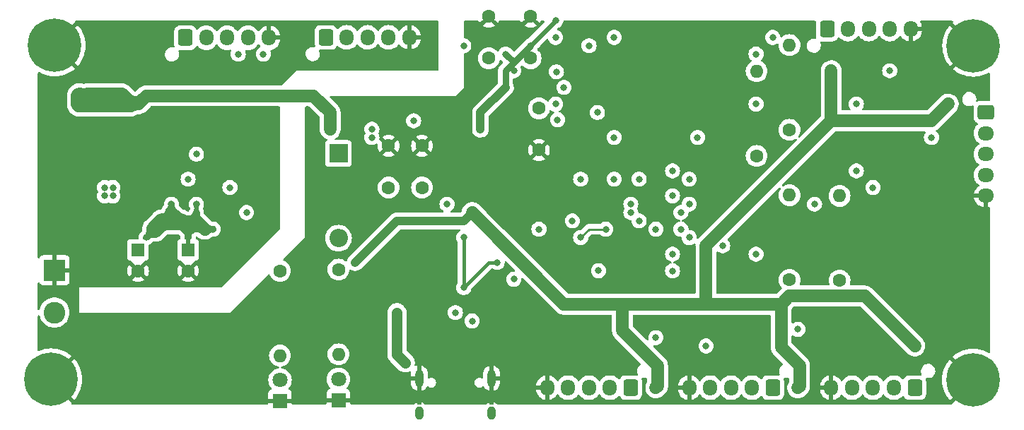
<source format=gbr>
%TF.GenerationSoftware,KiCad,Pcbnew,7.0.7*%
%TF.CreationDate,2024-02-08T23:22:07+01:00*%
%TF.ProjectId,balancing_robot,62616c61-6e63-4696-9e67-5f726f626f74,rev?*%
%TF.SameCoordinates,Original*%
%TF.FileFunction,Copper,L3,Inr*%
%TF.FilePolarity,Positive*%
%FSLAX46Y46*%
G04 Gerber Fmt 4.6, Leading zero omitted, Abs format (unit mm)*
G04 Created by KiCad (PCBNEW 7.0.7) date 2024-02-08 23:22:07*
%MOMM*%
%LPD*%
G01*
G04 APERTURE LIST*
G04 Aperture macros list*
%AMRoundRect*
0 Rectangle with rounded corners*
0 $1 Rounding radius*
0 $2 $3 $4 $5 $6 $7 $8 $9 X,Y pos of 4 corners*
0 Add a 4 corners polygon primitive as box body*
4,1,4,$2,$3,$4,$5,$6,$7,$8,$9,$2,$3,0*
0 Add four circle primitives for the rounded corners*
1,1,$1+$1,$2,$3*
1,1,$1+$1,$4,$5*
1,1,$1+$1,$6,$7*
1,1,$1+$1,$8,$9*
0 Add four rect primitives between the rounded corners*
20,1,$1+$1,$2,$3,$4,$5,0*
20,1,$1+$1,$4,$5,$6,$7,0*
20,1,$1+$1,$6,$7,$8,$9,0*
20,1,$1+$1,$8,$9,$2,$3,0*%
G04 Aperture macros list end*
%TA.AperFunction,ComponentPad*%
%ADD10R,2.600000X2.600000*%
%TD*%
%TA.AperFunction,ComponentPad*%
%ADD11C,2.600000*%
%TD*%
%TA.AperFunction,ComponentPad*%
%ADD12R,1.800000X1.800000*%
%TD*%
%TA.AperFunction,ComponentPad*%
%ADD13C,1.800000*%
%TD*%
%TA.AperFunction,ComponentPad*%
%ADD14C,1.600000*%
%TD*%
%TA.AperFunction,ComponentPad*%
%ADD15C,0.800000*%
%TD*%
%TA.AperFunction,ComponentPad*%
%ADD16C,6.400000*%
%TD*%
%TA.AperFunction,ComponentPad*%
%ADD17RoundRect,0.250000X0.600000X0.725000X-0.600000X0.725000X-0.600000X-0.725000X0.600000X-0.725000X0*%
%TD*%
%TA.AperFunction,ComponentPad*%
%ADD18O,1.700000X1.950000*%
%TD*%
%TA.AperFunction,ComponentPad*%
%ADD19RoundRect,0.250000X-0.725000X0.600000X-0.725000X-0.600000X0.725000X-0.600000X0.725000X0.600000X0*%
%TD*%
%TA.AperFunction,ComponentPad*%
%ADD20O,1.950000X1.700000*%
%TD*%
%TA.AperFunction,ComponentPad*%
%ADD21R,2.200000X2.200000*%
%TD*%
%TA.AperFunction,ComponentPad*%
%ADD22O,2.200000X2.200000*%
%TD*%
%TA.AperFunction,ComponentPad*%
%ADD23O,1.000000X2.100000*%
%TD*%
%TA.AperFunction,ComponentPad*%
%ADD24O,1.000000X1.600000*%
%TD*%
%TA.AperFunction,ComponentPad*%
%ADD25RoundRect,0.250000X-0.600000X-0.725000X0.600000X-0.725000X0.600000X0.725000X-0.600000X0.725000X0*%
%TD*%
%TA.AperFunction,ComponentPad*%
%ADD26O,1.600000X1.600000*%
%TD*%
%TA.AperFunction,ComponentPad*%
%ADD27R,1.600000X1.600000*%
%TD*%
%TA.AperFunction,ViaPad*%
%ADD28C,0.800000*%
%TD*%
%TA.AperFunction,Conductor*%
%ADD29C,0.250000*%
%TD*%
%TA.AperFunction,Conductor*%
%ADD30C,0.400000*%
%TD*%
%TA.AperFunction,Conductor*%
%ADD31C,1.500000*%
%TD*%
%TA.AperFunction,Conductor*%
%ADD32C,0.800000*%
%TD*%
%TA.AperFunction,Conductor*%
%ADD33C,2.000000*%
%TD*%
%TA.AperFunction,Conductor*%
%ADD34C,1.000000*%
%TD*%
%TA.AperFunction,Conductor*%
%ADD35C,0.600000*%
%TD*%
%TA.AperFunction,Conductor*%
%ADD36C,1.300000*%
%TD*%
G04 APERTURE END LIST*
D10*
%TO.N,GND*%
%TO.C,J1*%
X98000000Y-99920000D03*
D11*
%TO.N,+12VA*%
X98000000Y-105000000D03*
%TD*%
D12*
%TO.N,GND*%
%TO.C,D3*%
X132000000Y-115540000D03*
D13*
%TO.N,Net-(D3-A)*%
X132000000Y-113000000D03*
%TD*%
D14*
%TO.N,+3.3V*%
%TO.C,C15*%
X155000000Y-74500000D03*
%TO.N,GND*%
X155000000Y-69500000D03*
%TD*%
D15*
%TO.N,GND*%
%TO.C,H3*%
X95200000Y-113000000D03*
X95902944Y-111302944D03*
X95902944Y-114697056D03*
X97600000Y-110600000D03*
D16*
X97600000Y-113000000D03*
D15*
X97600000Y-115400000D03*
X99297056Y-111302944D03*
X99297056Y-114697056D03*
X100000000Y-113000000D03*
%TD*%
D17*
%TO.N,+3.3V*%
%TO.C,J5*%
X184000000Y-114000000D03*
D18*
%TO.N,/SDA*%
X181500000Y-114000000D03*
%TO.N,/SCL*%
X179000000Y-114000000D03*
%TO.N,/RES_2*%
X176500000Y-114000000D03*
%TO.N,GND*%
X174000000Y-114000000D03*
%TD*%
D17*
%TO.N,+3.3V*%
%TO.C,J3*%
X201000000Y-114000000D03*
D18*
%TO.N,/SDA*%
X198500000Y-114000000D03*
%TO.N,/SCL*%
X196000000Y-114000000D03*
%TO.N,/RES_1*%
X193500000Y-114000000D03*
%TO.N,GND*%
X191000000Y-114000000D03*
%TD*%
D19*
%TO.N,+3.3V*%
%TO.C,J4*%
X209525000Y-81000000D03*
D20*
%TO.N,/SDA*%
X209525000Y-83500000D03*
%TO.N,/SCL*%
X209525000Y-86000000D03*
%TO.N,/MPU6050*%
X209525000Y-88500000D03*
%TO.N,GND*%
X209525000Y-91000000D03*
%TD*%
D21*
%TO.N,+5VP*%
%TO.C,D2*%
X132000000Y-85920000D03*
D22*
%TO.N,Net-(D2-A)*%
X132000000Y-96080000D03*
%TD*%
D23*
%TO.N,GND*%
%TO.C,J2*%
X141680000Y-112870000D03*
D24*
X141680000Y-117050000D03*
D23*
X150320000Y-112870000D03*
D24*
X150320000Y-117050000D03*
%TD*%
D25*
%TO.N,+12VA*%
%TO.C,J8*%
X130500000Y-72000000D03*
D18*
%TO.N,/PWM_A*%
X133000000Y-72000000D03*
%TO.N,/A1*%
X135500000Y-72000000D03*
%TO.N,/A2*%
X138000000Y-72000000D03*
%TO.N,GND*%
X140500000Y-72000000D03*
%TD*%
D15*
%TO.N,GND*%
%TO.C,H1*%
X205600000Y-73000000D03*
X206302944Y-71302944D03*
X206302944Y-74697056D03*
X208000000Y-70600000D03*
D16*
X208000000Y-73000000D03*
D15*
X208000000Y-75400000D03*
X209697056Y-71302944D03*
X209697056Y-74697056D03*
X210400000Y-73000000D03*
%TD*%
D14*
%TO.N,/EN*%
%TO.C,C13*%
X156000000Y-80500000D03*
%TO.N,GND*%
X156000000Y-85500000D03*
%TD*%
D12*
%TO.N,GND*%
%TO.C,D1*%
X125000000Y-115620000D03*
D13*
%TO.N,Net-(D1-A)*%
X125000000Y-113080000D03*
%TD*%
D14*
%TO.N,Net-(U4-TXD)*%
%TO.C,R9*%
X182063090Y-86213588D03*
D26*
%TO.N,/RXD*%
X182063090Y-76053588D03*
%TD*%
D15*
%TO.N,GND*%
%TO.C,H2*%
X95617235Y-72965203D03*
X96320179Y-71268147D03*
X96320179Y-74662259D03*
X98017235Y-70565203D03*
D16*
X98017235Y-72965203D03*
D15*
X98017235Y-75365203D03*
X99714291Y-71268147D03*
X99714291Y-74662259D03*
X100417235Y-72965203D03*
%TD*%
D17*
%TO.N,+3.3V*%
%TO.C,J7*%
X167000000Y-114000000D03*
D18*
%TO.N,/SDA*%
X164500000Y-114000000D03*
%TO.N,/SCL*%
X162000000Y-114000000D03*
%TO.N,/RES_3*%
X159500000Y-114000000D03*
%TO.N,GND*%
X157000000Y-114000000D03*
%TD*%
D14*
%TO.N,Net-(U4-RXD)*%
%TO.C,R10*%
X186000000Y-83080000D03*
D26*
%TO.N,/TXD*%
X186000000Y-72920000D03*
%TD*%
D27*
%TO.N,+12VA*%
%TO.C,C3*%
X108000000Y-97500000D03*
D14*
%TO.N,GND*%
X108000000Y-100000000D03*
%TD*%
%TO.N,+5V*%
%TO.C,C6*%
X142000000Y-90000000D03*
%TO.N,GND*%
X142000000Y-85000000D03*
%TD*%
%TO.N,+5V*%
%TO.C,C7*%
X138000000Y-90000000D03*
%TO.N,GND*%
X138000000Y-85000000D03*
%TD*%
%TO.N,+3.3V*%
%TO.C,R14*%
X186000000Y-101080000D03*
D26*
%TO.N,/SCL*%
X186000000Y-90920000D03*
%TD*%
D25*
%TO.N,+3.3V*%
%TO.C,J6*%
X190500000Y-71000000D03*
D18*
%TO.N,/SDA*%
X193000000Y-71000000D03*
%TO.N,/SCL*%
X195500000Y-71000000D03*
%TO.N,/VL53L0X*%
X198000000Y-71000000D03*
%TO.N,GND*%
X200500000Y-71000000D03*
%TD*%
D14*
%TO.N,+3.3V*%
%TO.C,C14*%
X150000000Y-74500000D03*
%TO.N,GND*%
X150000000Y-69500000D03*
%TD*%
%TO.N,+5V*%
%TO.C,R1*%
X125000000Y-100000000D03*
D26*
%TO.N,Net-(D1-A)*%
X125000000Y-110160000D03*
%TD*%
D14*
%TO.N,+3.3V*%
%TO.C,R6*%
X132000000Y-99840000D03*
D26*
%TO.N,Net-(D3-A)*%
X132000000Y-110000000D03*
%TD*%
D14*
%TO.N,+3.3V*%
%TO.C,R7*%
X192000000Y-101160000D03*
D26*
%TO.N,/SDA*%
X192000000Y-91000000D03*
%TD*%
D15*
%TO.N,GND*%
%TO.C,H4*%
X205582076Y-113056981D03*
X206285020Y-111359925D03*
X206285020Y-114754037D03*
X207982076Y-110656981D03*
D16*
X207982076Y-113056981D03*
D15*
X207982076Y-115456981D03*
X209679132Y-111359925D03*
X209679132Y-114754037D03*
X210382076Y-113056981D03*
%TD*%
D25*
%TO.N,+12VA*%
%TO.C,J9*%
X113673618Y-72037026D03*
D18*
%TO.N,/PWM_B*%
X116173618Y-72037026D03*
%TO.N,/B1*%
X118673618Y-72037026D03*
%TO.N,/B2*%
X121173618Y-72037026D03*
%TO.N,GND*%
X123673618Y-72037026D03*
%TD*%
D27*
%TO.N,+12VA*%
%TO.C,C1*%
X114000000Y-97500000D03*
D14*
%TO.N,GND*%
X114000000Y-100000000D03*
%TD*%
D28*
%TO.N,+5V*%
X136000000Y-83000000D03*
X147000000Y-102000000D03*
X145000000Y-92000000D03*
X147000000Y-96000000D03*
X164000000Y-95000000D03*
X151000000Y-99000000D03*
X136000000Y-84000000D03*
X161000000Y-96000000D03*
%TO.N,GND*%
X116000000Y-101000000D03*
X112000000Y-101000000D03*
X106000000Y-101000000D03*
X110000000Y-101000000D03*
%TO.N,+12VA*%
X112000000Y-93000000D03*
X115000000Y-93000000D03*
X115000000Y-92000000D03*
X112000000Y-92000000D03*
X117000000Y-95000000D03*
X116000000Y-95000000D03*
X109000000Y-96000000D03*
X114000000Y-96000000D03*
X114000000Y-95000000D03*
X110000000Y-95000000D03*
%TO.N,+3.3V*%
X158000000Y-70000000D03*
X153000000Y-76000000D03*
X148000000Y-93000000D03*
X152000000Y-78000000D03*
X149000000Y-83000000D03*
X205000000Y-80000000D03*
X191000000Y-76000000D03*
X155000000Y-73000000D03*
X201000000Y-109000000D03*
X152000000Y-74000000D03*
X170000000Y-114000000D03*
X134000000Y-99000000D03*
X186000000Y-103000000D03*
X187000000Y-114000000D03*
X192000000Y-103000000D03*
%TO.N,Net-(U3-SW)*%
X114000000Y-89000000D03*
X115000000Y-86000000D03*
X105000000Y-90000000D03*
X105000000Y-91000000D03*
X104000000Y-90000000D03*
X104000000Y-91000000D03*
%TO.N,+5VP*%
X108000000Y-80000000D03*
X102000000Y-79000000D03*
X131000000Y-81000000D03*
X102000000Y-80000000D03*
X130000000Y-80000000D03*
X101000000Y-79000000D03*
X107000000Y-80000000D03*
X101000000Y-80000000D03*
X131000000Y-83000000D03*
%TO.N,/EN*%
X158000000Y-80000000D03*
X165000000Y-72000000D03*
X172000000Y-91000000D03*
%TO.N,Net-(D2-A)*%
X140000000Y-111000000D03*
X139000000Y-106000000D03*
X139000000Y-105000000D03*
%TO.N,/SDA*%
X160000000Y-94000000D03*
X194000000Y-80000000D03*
X203000000Y-84000000D03*
X194000000Y-88000000D03*
X170000000Y-108000000D03*
X163131955Y-99972836D03*
X189000000Y-92000000D03*
X187000000Y-107000000D03*
%TO.N,/SCL*%
X165000000Y-89000000D03*
X167000000Y-92000000D03*
%TO.N,/PWM_A*%
X158000000Y-72000000D03*
%TO.N,/A1*%
X162000000Y-73000000D03*
%TO.N,/A2*%
X147000000Y-73000000D03*
%TO.N,/PWM_B*%
X158097024Y-76126777D03*
%TO.N,/B1*%
X141000000Y-82000000D03*
X159000000Y-78000000D03*
X120000000Y-74000000D03*
%TO.N,/B2*%
X123000000Y-74000000D03*
X163000000Y-81000000D03*
X158226391Y-81878400D03*
%TO.N,/RTS*%
X170000000Y-95000000D03*
X172000000Y-98000000D03*
%TO.N,Net-(U3-EN)*%
X119000000Y-90000000D03*
X121000000Y-93000000D03*
%TO.N,Net-(U4-TXD)*%
X173000000Y-95000000D03*
%TO.N,/RXD*%
X182000000Y-74000000D03*
%TO.N,Net-(U4-RXD)*%
X174000000Y-96000000D03*
%TO.N,/TXD*%
X184000000Y-72000000D03*
%TO.N,Net-(U4-D-)*%
X146000000Y-105000000D03*
X167000000Y-93000000D03*
%TO.N,Net-(U4-D+)*%
X168000000Y-94000000D03*
X148000000Y-106000000D03*
%TO.N,/RES_1*%
X182000000Y-98000000D03*
X173000000Y-93000000D03*
X168000000Y-89000000D03*
%TO.N,/MPU6050*%
X174000000Y-92000000D03*
X196000000Y-90000000D03*
X174000000Y-89000000D03*
%TO.N,/RES_2*%
X161000000Y-89000000D03*
X156000000Y-95000000D03*
X165000000Y-84000000D03*
X153000000Y-101000000D03*
X176000000Y-109000000D03*
%TO.N,/VL53L0X*%
X198000000Y-76000000D03*
X182000000Y-80000000D03*
X175000000Y-84000000D03*
%TO.N,/RES_3*%
X178000000Y-97000000D03*
X172000000Y-88000000D03*
X172000000Y-100000000D03*
%TD*%
D29*
%TO.N,+5V*%
X164000000Y-95000000D02*
X162000000Y-95000000D01*
D30*
X147000000Y-102000000D02*
X147000000Y-96000000D01*
D29*
X162000000Y-95000000D02*
X161000000Y-96000000D01*
D30*
X150000000Y-99000000D02*
X151000000Y-99000000D01*
X147000000Y-102000000D02*
X150000000Y-99000000D01*
D31*
%TO.N,+12VA*%
X113125000Y-94125000D02*
X114000000Y-95000000D01*
X112000000Y-93000000D02*
X113125000Y-94125000D01*
X116000000Y-95000000D02*
X115000000Y-94000000D01*
D32*
X115000000Y-93000000D02*
X115000000Y-94000000D01*
X115000000Y-94000000D02*
X114000000Y-95000000D01*
D33*
X110875000Y-94125000D02*
X113125000Y-94125000D01*
X110000000Y-95000000D02*
X110875000Y-94125000D01*
D31*
%TO.N,+3.3V*%
X176000000Y-104000000D02*
X185000000Y-104000000D01*
D34*
X147000000Y-94000000D02*
X148000000Y-93000000D01*
D31*
X187200000Y-111337258D02*
X187200000Y-113800000D01*
X166000000Y-107137258D02*
X170200000Y-111337258D01*
X185000000Y-104000000D02*
X185000000Y-109137258D01*
D32*
X152000000Y-78000000D02*
X152000000Y-76000000D01*
D35*
X158000000Y-70000000D02*
X155000000Y-73000000D01*
D31*
X148000000Y-93000000D02*
X159000000Y-104000000D01*
X166000000Y-104000000D02*
X176000000Y-104000000D01*
D34*
X149000000Y-81000000D02*
X152000000Y-78000000D01*
D31*
X185000000Y-109137258D02*
X187200000Y-111337258D01*
X187200000Y-113800000D02*
X187000000Y-114000000D01*
D34*
X139000000Y-94000000D02*
X147000000Y-94000000D01*
X149000000Y-83000000D02*
X149000000Y-81000000D01*
D31*
X195000000Y-103000000D02*
X201000000Y-109000000D01*
X203000000Y-82000000D02*
X205000000Y-80000000D01*
X159000000Y-104000000D02*
X166000000Y-104000000D01*
X166000000Y-104000000D02*
X166000000Y-107137258D01*
D32*
X153000000Y-75000000D02*
X155000000Y-73000000D01*
D31*
X170200000Y-113800000D02*
X170000000Y-114000000D01*
X186000000Y-103000000D02*
X192000000Y-103000000D01*
X191000000Y-82000000D02*
X203000000Y-82000000D01*
X176000000Y-104000000D02*
X176000000Y-97000000D01*
D32*
X152000000Y-76000000D02*
X153000000Y-75000000D01*
D31*
X185000000Y-104000000D02*
X186000000Y-103000000D01*
X176000000Y-97000000D02*
X191000000Y-82000000D01*
D32*
X153000000Y-75000000D02*
X152000000Y-74000000D01*
D34*
X134000000Y-99000000D02*
X139000000Y-94000000D01*
D31*
X191000000Y-82000000D02*
X191000000Y-76000000D01*
X192000000Y-103000000D02*
X195000000Y-103000000D01*
X170200000Y-111337258D02*
X170200000Y-113800000D01*
%TO.N,+5VP*%
X127000000Y-79000000D02*
X128000000Y-79000000D01*
D34*
X108000000Y-80000000D02*
X107000000Y-80000000D01*
D33*
X106000000Y-79000000D02*
X107000000Y-80000000D01*
X101000000Y-80000000D02*
X101000000Y-79000000D01*
X102000000Y-79000000D02*
X106000000Y-79000000D01*
D31*
X131000000Y-83000000D02*
X131000000Y-81000000D01*
D33*
X102000000Y-80000000D02*
X107000000Y-80000000D01*
D31*
X109000000Y-79000000D02*
X127000000Y-79000000D01*
X109000000Y-79000000D02*
X108000000Y-80000000D01*
X129000000Y-79000000D02*
X131000000Y-81000000D01*
X128000000Y-79000000D02*
X129000000Y-79000000D01*
D33*
X102000000Y-80000000D02*
X101000000Y-80000000D01*
D36*
%TO.N,Net-(D2-A)*%
X139000000Y-106000000D02*
X139000000Y-110000000D01*
X139000000Y-110000000D02*
X140000000Y-111000000D01*
X139000000Y-105000000D02*
X139000000Y-106000000D01*
%TD*%
%TA.AperFunction,Conductor*%
%TO.N,GND*%
G36*
X143943039Y-70019685D02*
G01*
X143988794Y-70072489D01*
X144000000Y-70124000D01*
X144000000Y-75876000D01*
X143980315Y-75943039D01*
X143927511Y-75988794D01*
X143876000Y-76000000D01*
X126999999Y-76000000D01*
X125286819Y-77713181D01*
X125225496Y-77746666D01*
X125199138Y-77749500D01*
X109073707Y-77749500D01*
X109066768Y-77749110D01*
X109043477Y-77746486D01*
X109028176Y-77744762D01*
X109028169Y-77744761D01*
X108982687Y-77747828D01*
X108959962Y-77749360D01*
X108955809Y-77749500D01*
X108943838Y-77749500D01*
X108901900Y-77753274D01*
X108803588Y-77759902D01*
X108803581Y-77759903D01*
X108799327Y-77760975D01*
X108780174Y-77764230D01*
X108775811Y-77764623D01*
X108775802Y-77764624D01*
X108680852Y-77790830D01*
X108585319Y-77814902D01*
X108581322Y-77816718D01*
X108563059Y-77823339D01*
X108558838Y-77824504D01*
X108558830Y-77824507D01*
X108470055Y-77867258D01*
X108380376Y-77907991D01*
X108376772Y-77910488D01*
X108359980Y-77920267D01*
X108356029Y-77922170D01*
X108356018Y-77922176D01*
X108276314Y-77980085D01*
X108195347Y-78036178D01*
X108192239Y-78039286D01*
X108177465Y-78051903D01*
X108173928Y-78054473D01*
X108173921Y-78054478D01*
X108105846Y-78125679D01*
X107764456Y-78467067D01*
X107703133Y-78500552D01*
X107633441Y-78495568D01*
X107589094Y-78467067D01*
X107129615Y-78007587D01*
X107124524Y-78001822D01*
X107107739Y-77980257D01*
X107039078Y-77917049D01*
X107017129Y-77895100D01*
X106993435Y-77875033D01*
X106938546Y-77824504D01*
X106924785Y-77811836D01*
X106901904Y-77796887D01*
X106895747Y-77792296D01*
X106874894Y-77774634D01*
X106794720Y-77726860D01*
X106716607Y-77675827D01*
X106716604Y-77675825D01*
X106691588Y-77664852D01*
X106684750Y-77661332D01*
X106661275Y-77647344D01*
X106574335Y-77613420D01*
X106488881Y-77575937D01*
X106488877Y-77575936D01*
X106488875Y-77575935D01*
X106462387Y-77569227D01*
X106455067Y-77566882D01*
X106438593Y-77560454D01*
X106429614Y-77556951D01*
X106338288Y-77537801D01*
X106338287Y-77537800D01*
X106247819Y-77514891D01*
X106220590Y-77512635D01*
X106212983Y-77511526D01*
X106192986Y-77507334D01*
X106186237Y-77505919D01*
X106186235Y-77505918D01*
X106092990Y-77502062D01*
X106062067Y-77499500D01*
X106062064Y-77499500D01*
X106031035Y-77499500D01*
X105937780Y-77495643D01*
X105937779Y-77495643D01*
X105910652Y-77499024D01*
X105902981Y-77499500D01*
X101937933Y-77499500D01*
X101918521Y-77501108D01*
X101752186Y-77514890D01*
X101752175Y-77514892D01*
X101524993Y-77572423D01*
X101455173Y-77569798D01*
X101454290Y-77569498D01*
X101369616Y-77540429D01*
X101124335Y-77499500D01*
X100875665Y-77499500D01*
X100630383Y-77540429D01*
X100395197Y-77621169D01*
X100395188Y-77621172D01*
X100176493Y-77739524D01*
X99980257Y-77892261D01*
X99811833Y-78075217D01*
X99675826Y-78283393D01*
X99575936Y-78511118D01*
X99514892Y-78752175D01*
X99514890Y-78752186D01*
X99499500Y-78937935D01*
X99499499Y-80124336D01*
X99509327Y-80183232D01*
X99509961Y-80188318D01*
X99514891Y-80247815D01*
X99514892Y-80247823D01*
X99529547Y-80305697D01*
X99530598Y-80310712D01*
X99540429Y-80369617D01*
X99559815Y-80426083D01*
X99561278Y-80430996D01*
X99575937Y-80488882D01*
X99599923Y-80543562D01*
X99601782Y-80548330D01*
X99621172Y-80604810D01*
X99621173Y-80604811D01*
X99649596Y-80657333D01*
X99651847Y-80661939D01*
X99675825Y-80716604D01*
X99708476Y-80766581D01*
X99711100Y-80770985D01*
X99739521Y-80823502D01*
X99739526Y-80823510D01*
X99776199Y-80870627D01*
X99779177Y-80874798D01*
X99794469Y-80898203D01*
X99811836Y-80924785D01*
X99834066Y-80948933D01*
X99852273Y-80968712D01*
X99855586Y-80972623D01*
X99861478Y-80980193D01*
X99892262Y-81019744D01*
X99892264Y-81019746D01*
X99892265Y-81019747D01*
X99892268Y-81019751D01*
X99911155Y-81037137D01*
X99936214Y-81060205D01*
X99939804Y-81063796D01*
X99948918Y-81073696D01*
X99980248Y-81107731D01*
X99980256Y-81107738D01*
X100027381Y-81144417D01*
X100031286Y-81147724D01*
X100075215Y-81188164D01*
X100101767Y-81205511D01*
X100125196Y-81220818D01*
X100129368Y-81223797D01*
X100149917Y-81239790D01*
X100176491Y-81260474D01*
X100229008Y-81288894D01*
X100233399Y-81291510D01*
X100283393Y-81324173D01*
X100338079Y-81348160D01*
X100342666Y-81350403D01*
X100395184Y-81378825D01*
X100395190Y-81378828D01*
X100451674Y-81398218D01*
X100456442Y-81400078D01*
X100511119Y-81424063D01*
X100511120Y-81424063D01*
X100511122Y-81424064D01*
X100511121Y-81424064D01*
X100534667Y-81430026D01*
X100569007Y-81438721D01*
X100573902Y-81440179D01*
X100630386Y-81459571D01*
X100630390Y-81459571D01*
X100630391Y-81459572D01*
X100660542Y-81464603D01*
X100689281Y-81469398D01*
X100694295Y-81470449D01*
X100752179Y-81485108D01*
X100811686Y-81490038D01*
X100816768Y-81490671D01*
X100875665Y-81500500D01*
X100875670Y-81500500D01*
X106968965Y-81500500D01*
X107062221Y-81504357D01*
X107154831Y-81492813D01*
X107247821Y-81485108D01*
X107274311Y-81478398D01*
X107281856Y-81476979D01*
X107308981Y-81473599D01*
X107398438Y-81446966D01*
X107488881Y-81424063D01*
X107513905Y-81413086D01*
X107521116Y-81410443D01*
X107547314Y-81402644D01*
X107631169Y-81361649D01*
X107682483Y-81339141D01*
X107716605Y-81324174D01*
X107716607Y-81324173D01*
X107739477Y-81309230D01*
X107746153Y-81305436D01*
X107770716Y-81293429D01*
X107805633Y-81268497D01*
X107871628Y-81245563D01*
X107891566Y-81246194D01*
X107971827Y-81255238D01*
X107971829Y-81255237D01*
X107971831Y-81255238D01*
X108071642Y-81248508D01*
X108196412Y-81240096D01*
X108414683Y-81185096D01*
X108619626Y-81092007D01*
X108804654Y-80963820D01*
X109481654Y-80286819D01*
X109542978Y-80253334D01*
X109569336Y-80250500D01*
X124876000Y-80250500D01*
X124943039Y-80270185D01*
X124988794Y-80322989D01*
X125000000Y-80374500D01*
X125000000Y-94948638D01*
X124980315Y-95015677D01*
X124963681Y-95036319D01*
X118036319Y-101963681D01*
X117974996Y-101997166D01*
X117948638Y-102000000D01*
X101000000Y-102000000D01*
X101000000Y-105000000D01*
X119000000Y-105000000D01*
X123578155Y-100421843D01*
X123639476Y-100388360D01*
X123709168Y-100393344D01*
X123765101Y-100435216D01*
X123778213Y-100457117D01*
X123853697Y-100618991D01*
X123869431Y-100652732D01*
X123869432Y-100652734D01*
X123999954Y-100839141D01*
X124160858Y-101000045D01*
X124160861Y-101000047D01*
X124347266Y-101130568D01*
X124553504Y-101226739D01*
X124773308Y-101285635D01*
X124935230Y-101299801D01*
X124999998Y-101305468D01*
X125000000Y-101305468D01*
X125000002Y-101305468D01*
X125056672Y-101300509D01*
X125226692Y-101285635D01*
X125446496Y-101226739D01*
X125652734Y-101130568D01*
X125839139Y-101000047D01*
X126000047Y-100839139D01*
X126130568Y-100652734D01*
X126226739Y-100446496D01*
X126285635Y-100226692D01*
X126305468Y-100000000D01*
X126303091Y-99972836D01*
X126293522Y-99863457D01*
X126291470Y-99840001D01*
X130694532Y-99840001D01*
X130714364Y-100066686D01*
X130714366Y-100066697D01*
X130773258Y-100286488D01*
X130773261Y-100286497D01*
X130869431Y-100492732D01*
X130869432Y-100492734D01*
X130999954Y-100679141D01*
X131160858Y-100840045D01*
X131160861Y-100840047D01*
X131347266Y-100970568D01*
X131553504Y-101066739D01*
X131553509Y-101066740D01*
X131553511Y-101066741D01*
X131602995Y-101080000D01*
X131773308Y-101125635D01*
X131935230Y-101139801D01*
X131999998Y-101145468D01*
X132000000Y-101145468D01*
X132000002Y-101145468D01*
X132056673Y-101140509D01*
X132226692Y-101125635D01*
X132446496Y-101066739D01*
X132652734Y-100970568D01*
X132839139Y-100840047D01*
X133000047Y-100679139D01*
X133130568Y-100492734D01*
X133226739Y-100286496D01*
X133285635Y-100066692D01*
X133295191Y-99957461D01*
X133320643Y-99892394D01*
X133377234Y-99851415D01*
X133446996Y-99847537D01*
X133483799Y-99864494D01*
X133484410Y-99863457D01*
X133489835Y-99866650D01*
X133670002Y-99949432D01*
X133674732Y-99951605D01*
X133740456Y-99966857D01*
X133872945Y-99997603D01*
X134076358Y-100002757D01*
X134076358Y-100002756D01*
X134076363Y-100002757D01*
X134255852Y-99970586D01*
X134276648Y-99966859D01*
X134276648Y-99966858D01*
X134276653Y-99966858D01*
X134465617Y-99891377D01*
X134484607Y-99878862D01*
X134608462Y-99797234D01*
X134635519Y-99779402D01*
X139378101Y-95036818D01*
X139439424Y-95003334D01*
X139465782Y-95000500D01*
X146462039Y-95000500D01*
X146529078Y-95020185D01*
X146574833Y-95072989D01*
X146584777Y-95142147D01*
X146555752Y-95205703D01*
X146534924Y-95224818D01*
X146394129Y-95327111D01*
X146267466Y-95467785D01*
X146172821Y-95631715D01*
X146172818Y-95631722D01*
X146114327Y-95811740D01*
X146114326Y-95811744D01*
X146094540Y-96000000D01*
X146114326Y-96188256D01*
X146114327Y-96188259D01*
X146172818Y-96368277D01*
X146172821Y-96368284D01*
X146267466Y-96532215D01*
X146267648Y-96532417D01*
X146267716Y-96532559D01*
X146271285Y-96537471D01*
X146270386Y-96538123D01*
X146297879Y-96595408D01*
X146299500Y-96615391D01*
X146299500Y-101384608D01*
X146279815Y-101451647D01*
X146267656Y-101467574D01*
X146267468Y-101467782D01*
X146267464Y-101467787D01*
X146172821Y-101631715D01*
X146172818Y-101631722D01*
X146114327Y-101811740D01*
X146114326Y-101811744D01*
X146094540Y-102000000D01*
X146114326Y-102188256D01*
X146114327Y-102188259D01*
X146172818Y-102368277D01*
X146172821Y-102368284D01*
X146267467Y-102532216D01*
X146351461Y-102625500D01*
X146394129Y-102672888D01*
X146547265Y-102784148D01*
X146547270Y-102784151D01*
X146720192Y-102861142D01*
X146720197Y-102861144D01*
X146905354Y-102900500D01*
X146905355Y-102900500D01*
X147094644Y-102900500D01*
X147094646Y-102900500D01*
X147279803Y-102861144D01*
X147452730Y-102784151D01*
X147605871Y-102672888D01*
X147732533Y-102532216D01*
X147827179Y-102368284D01*
X147885674Y-102188256D01*
X147890864Y-102138869D01*
X147917447Y-102074258D01*
X147926494Y-102064161D01*
X150253837Y-99736819D01*
X150315161Y-99703334D01*
X150341519Y-99700500D01*
X150391844Y-99700500D01*
X150458883Y-99720185D01*
X150464729Y-99724182D01*
X150547265Y-99784148D01*
X150547270Y-99784151D01*
X150720192Y-99861142D01*
X150720197Y-99861144D01*
X150905354Y-99900500D01*
X150905355Y-99900500D01*
X151094644Y-99900500D01*
X151094646Y-99900500D01*
X151279803Y-99861144D01*
X151452730Y-99784151D01*
X151605871Y-99672888D01*
X151732533Y-99532216D01*
X151827179Y-99368284D01*
X151885674Y-99188256D01*
X151905460Y-99000000D01*
X151903766Y-98983885D01*
X151916333Y-98915157D01*
X151964063Y-98864132D01*
X152031803Y-98847012D01*
X152098045Y-98869232D01*
X152114767Y-98883241D01*
X153119345Y-99887819D01*
X153152830Y-99949142D01*
X153147846Y-100018834D01*
X153105974Y-100074767D01*
X153040510Y-100099184D01*
X153031664Y-100099500D01*
X152905354Y-100099500D01*
X152872897Y-100106398D01*
X152720197Y-100138855D01*
X152720192Y-100138857D01*
X152547270Y-100215848D01*
X152547265Y-100215851D01*
X152394129Y-100327111D01*
X152267466Y-100467785D01*
X152172821Y-100631715D01*
X152172818Y-100631722D01*
X152114327Y-100811740D01*
X152114326Y-100811744D01*
X152094540Y-101000000D01*
X152114326Y-101188256D01*
X152114327Y-101188259D01*
X152172818Y-101368277D01*
X152172821Y-101368284D01*
X152267467Y-101532216D01*
X152357063Y-101631722D01*
X152394129Y-101672888D01*
X152547265Y-101784148D01*
X152547270Y-101784151D01*
X152720192Y-101861142D01*
X152720197Y-101861144D01*
X152905354Y-101900500D01*
X152905355Y-101900500D01*
X153094644Y-101900500D01*
X153094646Y-101900500D01*
X153279803Y-101861144D01*
X153452730Y-101784151D01*
X153605871Y-101672888D01*
X153732533Y-101532216D01*
X153827179Y-101368284D01*
X153885674Y-101188256D01*
X153905460Y-101000000D01*
X153903766Y-100983885D01*
X153916333Y-100915157D01*
X153964063Y-100864132D01*
X154031803Y-100847012D01*
X154098045Y-100869232D01*
X154114767Y-100883241D01*
X158063642Y-104832116D01*
X158068279Y-104837304D01*
X158092492Y-104867666D01*
X158143967Y-104912639D01*
X158147000Y-104915474D01*
X158155470Y-104923944D01*
X158182854Y-104946806D01*
X158187814Y-104950947D01*
X158262004Y-105015765D01*
X158265750Y-105018003D01*
X158281624Y-105029265D01*
X158284981Y-105032068D01*
X158370659Y-105080683D01*
X158455236Y-105131215D01*
X158459327Y-105132750D01*
X158476955Y-105140996D01*
X158480755Y-105143153D01*
X158573746Y-105175692D01*
X158665976Y-105210307D01*
X158668565Y-105210776D01*
X158670274Y-105211087D01*
X158689089Y-105216053D01*
X158693217Y-105217498D01*
X158790527Y-105232910D01*
X158887450Y-105250500D01*
X158887453Y-105250500D01*
X158891828Y-105250500D01*
X158911231Y-105252028D01*
X158912938Y-105252297D01*
X158915540Y-105252710D01*
X159014002Y-105250500D01*
X164625500Y-105250500D01*
X164692539Y-105270185D01*
X164738294Y-105322989D01*
X164749500Y-105374500D01*
X164749500Y-107063551D01*
X164749110Y-107070489D01*
X164746792Y-107091062D01*
X164744762Y-107109081D01*
X164744761Y-107109089D01*
X164749359Y-107177271D01*
X164749500Y-107181444D01*
X164749500Y-107193414D01*
X164753277Y-107235382D01*
X164759903Y-107333665D01*
X164759903Y-107333670D01*
X164760972Y-107337910D01*
X164764230Y-107357082D01*
X164764623Y-107361448D01*
X164790835Y-107456423D01*
X164814903Y-107551939D01*
X164816715Y-107555928D01*
X164823340Y-107574202D01*
X164824504Y-107578420D01*
X164824507Y-107578428D01*
X164867253Y-107667193D01*
X164907993Y-107756884D01*
X164907994Y-107756887D01*
X164910483Y-107760479D01*
X164920269Y-107777284D01*
X164922166Y-107781223D01*
X164922174Y-107781237D01*
X164980078Y-107860934D01*
X165036180Y-107941913D01*
X165039273Y-107945006D01*
X165051907Y-107959797D01*
X165054478Y-107963336D01*
X165054481Y-107963339D01*
X165125679Y-108031411D01*
X168176724Y-111082456D01*
X168210209Y-111143779D01*
X168205225Y-111213471D01*
X168163353Y-111269404D01*
X168152971Y-111276387D01*
X168082266Y-111318928D01*
X168082261Y-111318932D01*
X167947959Y-111446149D01*
X167844138Y-111599276D01*
X167775669Y-111771122D01*
X167762551Y-111851140D01*
X167752567Y-111912044D01*
X167745740Y-111953685D01*
X167755755Y-112138406D01*
X167755755Y-112138411D01*
X167805244Y-112316656D01*
X167805247Y-112316662D01*
X167821937Y-112348143D01*
X167835948Y-112416594D01*
X167810727Y-112481753D01*
X167754282Y-112522932D01*
X167699781Y-112529584D01*
X167650012Y-112524500D01*
X166349998Y-112524500D01*
X166349981Y-112524501D01*
X166247203Y-112535000D01*
X166247200Y-112535001D01*
X166080668Y-112590185D01*
X166080663Y-112590187D01*
X165931342Y-112682289D01*
X165807289Y-112806342D01*
X165711821Y-112961121D01*
X165659873Y-113007845D01*
X165590910Y-113019068D01*
X165526828Y-112991224D01*
X165518601Y-112983705D01*
X165371402Y-112836506D01*
X165371395Y-112836501D01*
X165370999Y-112836224D01*
X165319666Y-112800280D01*
X165177834Y-112700967D01*
X165177830Y-112700965D01*
X165135161Y-112681068D01*
X164963663Y-112601097D01*
X164963659Y-112601096D01*
X164963655Y-112601094D01*
X164735413Y-112539938D01*
X164735403Y-112539936D01*
X164500001Y-112519341D01*
X164499999Y-112519341D01*
X164264596Y-112539936D01*
X164264586Y-112539938D01*
X164036344Y-112601094D01*
X164036335Y-112601098D01*
X163822171Y-112700964D01*
X163822169Y-112700965D01*
X163628597Y-112836505D01*
X163461508Y-113003594D01*
X163351574Y-113160596D01*
X163296997Y-113204221D01*
X163227498Y-113211413D01*
X163165144Y-113179891D01*
X163148424Y-113160595D01*
X163144174Y-113154526D01*
X163075873Y-113056980D01*
X163038494Y-113003597D01*
X162871402Y-112836506D01*
X162871395Y-112836501D01*
X162870999Y-112836224D01*
X162819666Y-112800280D01*
X162677834Y-112700967D01*
X162677830Y-112700965D01*
X162635161Y-112681068D01*
X162463663Y-112601097D01*
X162463659Y-112601096D01*
X162463655Y-112601094D01*
X162235413Y-112539938D01*
X162235403Y-112539936D01*
X162000001Y-112519341D01*
X161999999Y-112519341D01*
X161764596Y-112539936D01*
X161764586Y-112539938D01*
X161536344Y-112601094D01*
X161536335Y-112601098D01*
X161322171Y-112700964D01*
X161322169Y-112700965D01*
X161128597Y-112836505D01*
X160961505Y-113003597D01*
X160851575Y-113160595D01*
X160796998Y-113204220D01*
X160727500Y-113211414D01*
X160665145Y-113179891D01*
X160648425Y-113160595D01*
X160538494Y-113003597D01*
X160371402Y-112836506D01*
X160371395Y-112836501D01*
X160370999Y-112836224D01*
X160319666Y-112800280D01*
X160177834Y-112700967D01*
X160177830Y-112700965D01*
X160135161Y-112681068D01*
X159963663Y-112601097D01*
X159963659Y-112601096D01*
X159963655Y-112601094D01*
X159735413Y-112539938D01*
X159735403Y-112539936D01*
X159500001Y-112519341D01*
X159499999Y-112519341D01*
X159264596Y-112539936D01*
X159264586Y-112539938D01*
X159036344Y-112601094D01*
X159036335Y-112601098D01*
X158822171Y-112700964D01*
X158822169Y-112700965D01*
X158628597Y-112836505D01*
X158461508Y-113003594D01*
X158351269Y-113161032D01*
X158296692Y-113204656D01*
X158227193Y-113211849D01*
X158164839Y-113180327D01*
X158148119Y-113161031D01*
X158038113Y-113003926D01*
X158038108Y-113003920D01*
X157871082Y-112836894D01*
X157677578Y-112701399D01*
X157463492Y-112601570D01*
X157463486Y-112601567D01*
X157250000Y-112544364D01*
X157250000Y-113412956D01*
X157230315Y-113479995D01*
X157177511Y-113525750D01*
X157108353Y-113535694D01*
X157070489Y-113530250D01*
X157033975Y-113525000D01*
X156966025Y-113525000D01*
X156891647Y-113535694D01*
X156822488Y-113525750D01*
X156769684Y-113479995D01*
X156750000Y-113412956D01*
X156750000Y-112544364D01*
X156749999Y-112544364D01*
X156536513Y-112601567D01*
X156536507Y-112601570D01*
X156322422Y-112701399D01*
X156322420Y-112701400D01*
X156128926Y-112836886D01*
X156128920Y-112836891D01*
X155961891Y-113003920D01*
X155961886Y-113003926D01*
X155826400Y-113197420D01*
X155826399Y-113197422D01*
X155726570Y-113411507D01*
X155726566Y-113411516D01*
X155665432Y-113639673D01*
X155665430Y-113639683D01*
X155655779Y-113750000D01*
X156412708Y-113750000D01*
X156479747Y-113769685D01*
X156525502Y-113822489D01*
X156535446Y-113891647D01*
X156531686Y-113908933D01*
X156529746Y-113915540D01*
X156525000Y-113931705D01*
X156525000Y-114068295D01*
X156526890Y-114074733D01*
X156531686Y-114091067D01*
X156531684Y-114160937D01*
X156493909Y-114219714D01*
X156430353Y-114248738D01*
X156412708Y-114250000D01*
X155655779Y-114250000D01*
X155665430Y-114360316D01*
X155665432Y-114360326D01*
X155726566Y-114588483D01*
X155726570Y-114588492D01*
X155826399Y-114802577D01*
X155826400Y-114802579D01*
X155961886Y-114996073D01*
X155961891Y-114996079D01*
X156128917Y-115163105D01*
X156322421Y-115298600D01*
X156536507Y-115398429D01*
X156536516Y-115398433D01*
X156750000Y-115455634D01*
X156750000Y-114587044D01*
X156769685Y-114520005D01*
X156822489Y-114474250D01*
X156891647Y-114464306D01*
X156897066Y-114465085D01*
X156966025Y-114475000D01*
X156966026Y-114475000D01*
X157033974Y-114475000D01*
X157033975Y-114475000D01*
X157103570Y-114464993D01*
X157108353Y-114464306D01*
X157177512Y-114474250D01*
X157230316Y-114520005D01*
X157250000Y-114587044D01*
X157250000Y-115455633D01*
X157463483Y-115398433D01*
X157463492Y-115398429D01*
X157677577Y-115298600D01*
X157677579Y-115298599D01*
X157871073Y-115163113D01*
X157871079Y-115163108D01*
X158038108Y-114996079D01*
X158038113Y-114996073D01*
X158148119Y-114838967D01*
X158202695Y-114795342D01*
X158272194Y-114788148D01*
X158334549Y-114819670D01*
X158351269Y-114838967D01*
X158461505Y-114996402D01*
X158555104Y-115090000D01*
X158628599Y-115163495D01*
X158694992Y-115209984D01*
X158822165Y-115299032D01*
X158822167Y-115299033D01*
X158822170Y-115299035D01*
X159036337Y-115398903D01*
X159264592Y-115460063D01*
X159441034Y-115475500D01*
X159499999Y-115480659D01*
X159500000Y-115480659D01*
X159500001Y-115480659D01*
X159558966Y-115475500D01*
X159735408Y-115460063D01*
X159963663Y-115398903D01*
X160177829Y-115299035D01*
X160371401Y-115163495D01*
X160538495Y-114996401D01*
X160648426Y-114839401D01*
X160703001Y-114795778D01*
X160772500Y-114788584D01*
X160834855Y-114820106D01*
X160851571Y-114839398D01*
X160918488Y-114934966D01*
X160961506Y-114996403D01*
X161055104Y-115090000D01*
X161128599Y-115163495D01*
X161194992Y-115209984D01*
X161322165Y-115299032D01*
X161322167Y-115299033D01*
X161322170Y-115299035D01*
X161536337Y-115398903D01*
X161764592Y-115460063D01*
X161941034Y-115475500D01*
X161999999Y-115480659D01*
X162000000Y-115480659D01*
X162000001Y-115480659D01*
X162058966Y-115475500D01*
X162235408Y-115460063D01*
X162463663Y-115398903D01*
X162677829Y-115299035D01*
X162871401Y-115163495D01*
X163038495Y-114996401D01*
X163148426Y-114839401D01*
X163203001Y-114795778D01*
X163272500Y-114788584D01*
X163334855Y-114820106D01*
X163351571Y-114839398D01*
X163418488Y-114934966D01*
X163461506Y-114996403D01*
X163555104Y-115090000D01*
X163628599Y-115163495D01*
X163694992Y-115209984D01*
X163822165Y-115299032D01*
X163822167Y-115299033D01*
X163822170Y-115299035D01*
X164036337Y-115398903D01*
X164264592Y-115460063D01*
X164441034Y-115475500D01*
X164499999Y-115480659D01*
X164500000Y-115480659D01*
X164500001Y-115480659D01*
X164558966Y-115475500D01*
X164735408Y-115460063D01*
X164963663Y-115398903D01*
X165177829Y-115299035D01*
X165371401Y-115163495D01*
X165518602Y-115016293D01*
X165579924Y-114982810D01*
X165649615Y-114987794D01*
X165705549Y-115029665D01*
X165711821Y-115038879D01*
X165715186Y-115044334D01*
X165807288Y-115193656D01*
X165931344Y-115317712D01*
X166080666Y-115409814D01*
X166247203Y-115464999D01*
X166349991Y-115475500D01*
X167650008Y-115475499D01*
X167752797Y-115464999D01*
X167919334Y-115409814D01*
X168068656Y-115317712D01*
X168192712Y-115193656D01*
X168284814Y-115044334D01*
X168339999Y-114877797D01*
X168350500Y-114775009D01*
X168350499Y-113224992D01*
X168349156Y-113211849D01*
X168339999Y-113122203D01*
X168320394Y-113063039D01*
X168298287Y-112996327D01*
X168295886Y-112926501D01*
X168331617Y-112866459D01*
X168394138Y-112835266D01*
X168442645Y-112836223D01*
X168507503Y-112850500D01*
X168507505Y-112850500D01*
X168646107Y-112850500D01*
X168646113Y-112850500D01*
X168783910Y-112835514D01*
X168785479Y-112834985D01*
X168785896Y-112834845D01*
X168787184Y-112834794D01*
X168790484Y-112834068D01*
X168790613Y-112834658D01*
X168855711Y-112832087D01*
X168915935Y-112867512D01*
X168947446Y-112929872D01*
X168949500Y-112952350D01*
X168949500Y-113284736D01*
X168933348Y-113345930D01*
X168856847Y-113480754D01*
X168782502Y-113693213D01*
X168782501Y-113693216D01*
X168747289Y-113915536D01*
X168752340Y-114140578D01*
X168797490Y-114361088D01*
X168797494Y-114361101D01*
X168881292Y-114570008D01*
X169001051Y-114760604D01*
X169152911Y-114926745D01*
X169152914Y-114926748D01*
X169332005Y-115063108D01*
X169332009Y-115063110D01*
X169529022Y-115163494D01*
X169532565Y-115165299D01*
X169748149Y-115230036D01*
X169971827Y-115255238D01*
X169971829Y-115255237D01*
X169971831Y-115255238D01*
X170071642Y-115248508D01*
X170196412Y-115240096D01*
X170414683Y-115185096D01*
X170619626Y-115092007D01*
X170804654Y-114963820D01*
X171032136Y-114736336D01*
X171037286Y-114731734D01*
X171067666Y-114707508D01*
X171112645Y-114656023D01*
X171115462Y-114653010D01*
X171123945Y-114644529D01*
X171150951Y-114612180D01*
X171215765Y-114537996D01*
X171218004Y-114534248D01*
X171229266Y-114518374D01*
X171232069Y-114515018D01*
X171280696Y-114429317D01*
X171331215Y-114344764D01*
X171332747Y-114340680D01*
X171340999Y-114323040D01*
X171343154Y-114319245D01*
X171375698Y-114226237D01*
X171410307Y-114134024D01*
X171411085Y-114129735D01*
X171416057Y-114110896D01*
X171417498Y-114106782D01*
X171432912Y-114009460D01*
X171440707Y-113966509D01*
X171450500Y-113912550D01*
X171450500Y-113908175D01*
X171452027Y-113888777D01*
X171452710Y-113884464D01*
X171452711Y-113884459D01*
X171450500Y-113785952D01*
X171450499Y-111410964D01*
X171450889Y-111404025D01*
X171455238Y-111365431D01*
X171454169Y-111349582D01*
X171453769Y-111343643D01*
X171450639Y-111297225D01*
X171450500Y-111293070D01*
X171450500Y-111281107D01*
X171450500Y-111281103D01*
X171446722Y-111239134D01*
X171440096Y-111140846D01*
X171439027Y-111136606D01*
X171435768Y-111117427D01*
X171435377Y-111113070D01*
X171409164Y-111018092D01*
X171385096Y-110922575D01*
X171383289Y-110918597D01*
X171376653Y-110900292D01*
X171375492Y-110896086D01*
X171332746Y-110807322D01*
X171308765Y-110754526D01*
X171292007Y-110717632D01*
X171289517Y-110714038D01*
X171279725Y-110697222D01*
X171277831Y-110693288D01*
X171219921Y-110613580D01*
X171163826Y-110532612D01*
X171163823Y-110532608D01*
X171163820Y-110532604D01*
X171160729Y-110529513D01*
X171148093Y-110514719D01*
X171145521Y-110511179D01*
X171145519Y-110511177D01*
X171074320Y-110443104D01*
X169726865Y-109095649D01*
X169693380Y-109034326D01*
X169695835Y-109000000D01*
X175094540Y-109000000D01*
X175114326Y-109188256D01*
X175114327Y-109188259D01*
X175172818Y-109368277D01*
X175172821Y-109368284D01*
X175267467Y-109532216D01*
X175342226Y-109615244D01*
X175394129Y-109672888D01*
X175547265Y-109784148D01*
X175547270Y-109784151D01*
X175720192Y-109861142D01*
X175720197Y-109861144D01*
X175905354Y-109900500D01*
X175905355Y-109900500D01*
X176094644Y-109900500D01*
X176094646Y-109900500D01*
X176279803Y-109861144D01*
X176452730Y-109784151D01*
X176605871Y-109672888D01*
X176732533Y-109532216D01*
X176827179Y-109368284D01*
X176885674Y-109188256D01*
X176905460Y-109000000D01*
X176885674Y-108811744D01*
X176827179Y-108631716D01*
X176732533Y-108467784D01*
X176605871Y-108327112D01*
X176605870Y-108327111D01*
X176452734Y-108215851D01*
X176452729Y-108215848D01*
X176279807Y-108138857D01*
X176279802Y-108138855D01*
X176134000Y-108107865D01*
X176094646Y-108099500D01*
X175905354Y-108099500D01*
X175872897Y-108106398D01*
X175720197Y-108138855D01*
X175720192Y-108138857D01*
X175547270Y-108215848D01*
X175547265Y-108215851D01*
X175394129Y-108327111D01*
X175267466Y-108467785D01*
X175172821Y-108631715D01*
X175172818Y-108631722D01*
X175114327Y-108811740D01*
X175114326Y-108811744D01*
X175094540Y-109000000D01*
X169695835Y-109000000D01*
X169698364Y-108964634D01*
X169740236Y-108908701D01*
X169805700Y-108884284D01*
X169840325Y-108886677D01*
X169905354Y-108900500D01*
X169905355Y-108900500D01*
X170094644Y-108900500D01*
X170094646Y-108900500D01*
X170279803Y-108861144D01*
X170452730Y-108784151D01*
X170605871Y-108672888D01*
X170732533Y-108532216D01*
X170827179Y-108368284D01*
X170885674Y-108188256D01*
X170905460Y-108000000D01*
X170885674Y-107811744D01*
X170827179Y-107631716D01*
X170732533Y-107467784D01*
X170605871Y-107327112D01*
X170605870Y-107327111D01*
X170452734Y-107215851D01*
X170452729Y-107215848D01*
X170279807Y-107138857D01*
X170279802Y-107138855D01*
X170134000Y-107107865D01*
X170094646Y-107099500D01*
X169905354Y-107099500D01*
X169872897Y-107106398D01*
X169720197Y-107138855D01*
X169720192Y-107138857D01*
X169547270Y-107215848D01*
X169547265Y-107215851D01*
X169394129Y-107327111D01*
X169267466Y-107467785D01*
X169172821Y-107631715D01*
X169172818Y-107631722D01*
X169114327Y-107811740D01*
X169114326Y-107811744D01*
X169098393Y-107963339D01*
X169094540Y-108000000D01*
X169112354Y-108169494D01*
X169099784Y-108238224D01*
X169052052Y-108289247D01*
X168984312Y-108306365D01*
X168918070Y-108284142D01*
X168901352Y-108270136D01*
X167286819Y-106655603D01*
X167253334Y-106594280D01*
X167250500Y-106567922D01*
X167250500Y-105374500D01*
X167270185Y-105307461D01*
X167322989Y-105261706D01*
X167374500Y-105250500D01*
X175887453Y-105250500D01*
X175970552Y-105250500D01*
X175973308Y-105250561D01*
X176056330Y-105254290D01*
X176073029Y-105252028D01*
X176080164Y-105251062D01*
X176088495Y-105250500D01*
X183625500Y-105250500D01*
X183692539Y-105270185D01*
X183738294Y-105322989D01*
X183749500Y-105374500D01*
X183749500Y-109063551D01*
X183749110Y-109070489D01*
X183746792Y-109091062D01*
X183744762Y-109109081D01*
X183744761Y-109109089D01*
X183749359Y-109177271D01*
X183749500Y-109181444D01*
X183749500Y-109193414D01*
X183753277Y-109235382D01*
X183759903Y-109333665D01*
X183759903Y-109333670D01*
X183760972Y-109337910D01*
X183764230Y-109357082D01*
X183764623Y-109361448D01*
X183790835Y-109456423D01*
X183814903Y-109551939D01*
X183816715Y-109555928D01*
X183823340Y-109574202D01*
X183824504Y-109578420D01*
X183824507Y-109578428D01*
X183867253Y-109667193D01*
X183907993Y-109756884D01*
X183907994Y-109756887D01*
X183910483Y-109760479D01*
X183920269Y-109777284D01*
X183922166Y-109781223D01*
X183922174Y-109781237D01*
X183980078Y-109860934D01*
X184036180Y-109941913D01*
X184039273Y-109945006D01*
X184051907Y-109959797D01*
X184054478Y-109963336D01*
X184054481Y-109963339D01*
X184125679Y-110031411D01*
X185176724Y-111082456D01*
X185210209Y-111143779D01*
X185205225Y-111213471D01*
X185163353Y-111269404D01*
X185152971Y-111276387D01*
X185082266Y-111318928D01*
X185082261Y-111318932D01*
X184947959Y-111446149D01*
X184844138Y-111599276D01*
X184775669Y-111771122D01*
X184762551Y-111851140D01*
X184752567Y-111912044D01*
X184745740Y-111953685D01*
X184755755Y-112138406D01*
X184755755Y-112138411D01*
X184805244Y-112316656D01*
X184805247Y-112316662D01*
X184821937Y-112348143D01*
X184835948Y-112416594D01*
X184810727Y-112481753D01*
X184754282Y-112522932D01*
X184699781Y-112529584D01*
X184650012Y-112524500D01*
X183349998Y-112524500D01*
X183349981Y-112524501D01*
X183247203Y-112535000D01*
X183247200Y-112535001D01*
X183080668Y-112590185D01*
X183080663Y-112590187D01*
X182931342Y-112682289D01*
X182807289Y-112806342D01*
X182711821Y-112961121D01*
X182659873Y-113007845D01*
X182590910Y-113019068D01*
X182526828Y-112991224D01*
X182518601Y-112983705D01*
X182371402Y-112836506D01*
X182371395Y-112836501D01*
X182370999Y-112836224D01*
X182319666Y-112800280D01*
X182177834Y-112700967D01*
X182177830Y-112700965D01*
X182135161Y-112681068D01*
X181963663Y-112601097D01*
X181963659Y-112601096D01*
X181963655Y-112601094D01*
X181735413Y-112539938D01*
X181735403Y-112539936D01*
X181500001Y-112519341D01*
X181499999Y-112519341D01*
X181264596Y-112539936D01*
X181264586Y-112539938D01*
X181036344Y-112601094D01*
X181036335Y-112601098D01*
X180822171Y-112700964D01*
X180822169Y-112700965D01*
X180628597Y-112836505D01*
X180461505Y-113003597D01*
X180351575Y-113160595D01*
X180296998Y-113204220D01*
X180227500Y-113211414D01*
X180165145Y-113179891D01*
X180148425Y-113160595D01*
X180038494Y-113003597D01*
X179871402Y-112836506D01*
X179871395Y-112836501D01*
X179870999Y-112836224D01*
X179819666Y-112800280D01*
X179677834Y-112700967D01*
X179677830Y-112700965D01*
X179635161Y-112681068D01*
X179463663Y-112601097D01*
X179463659Y-112601096D01*
X179463655Y-112601094D01*
X179235413Y-112539938D01*
X179235403Y-112539936D01*
X179000001Y-112519341D01*
X178999999Y-112519341D01*
X178764596Y-112539936D01*
X178764586Y-112539938D01*
X178536344Y-112601094D01*
X178536335Y-112601098D01*
X178322171Y-112700964D01*
X178322169Y-112700965D01*
X178128597Y-112836505D01*
X177961505Y-113003597D01*
X177851575Y-113160595D01*
X177796998Y-113204220D01*
X177727500Y-113211414D01*
X177665145Y-113179891D01*
X177648425Y-113160595D01*
X177538494Y-113003597D01*
X177371402Y-112836506D01*
X177371395Y-112836501D01*
X177370999Y-112836224D01*
X177319666Y-112800280D01*
X177177834Y-112700967D01*
X177177830Y-112700965D01*
X177135161Y-112681068D01*
X176963663Y-112601097D01*
X176963659Y-112601096D01*
X176963655Y-112601094D01*
X176735413Y-112539938D01*
X176735403Y-112539936D01*
X176500001Y-112519341D01*
X176499999Y-112519341D01*
X176264596Y-112539936D01*
X176264586Y-112539938D01*
X176036344Y-112601094D01*
X176036335Y-112601098D01*
X175822171Y-112700964D01*
X175822169Y-112700965D01*
X175628597Y-112836505D01*
X175461508Y-113003594D01*
X175351269Y-113161032D01*
X175296692Y-113204656D01*
X175227193Y-113211849D01*
X175164839Y-113180327D01*
X175148119Y-113161031D01*
X175038113Y-113003926D01*
X175038108Y-113003920D01*
X174871082Y-112836894D01*
X174677578Y-112701399D01*
X174463492Y-112601570D01*
X174463486Y-112601567D01*
X174250000Y-112544364D01*
X174250000Y-113412956D01*
X174230315Y-113479995D01*
X174177511Y-113525750D01*
X174108353Y-113535694D01*
X174070489Y-113530250D01*
X174033975Y-113525000D01*
X173966025Y-113525000D01*
X173891647Y-113535694D01*
X173822488Y-113525750D01*
X173769684Y-113479995D01*
X173750000Y-113412956D01*
X173750000Y-112544364D01*
X173749999Y-112544364D01*
X173536513Y-112601567D01*
X173536507Y-112601570D01*
X173322422Y-112701399D01*
X173322420Y-112701400D01*
X173128926Y-112836886D01*
X173128920Y-112836891D01*
X172961891Y-113003920D01*
X172961886Y-113003926D01*
X172826400Y-113197420D01*
X172826399Y-113197422D01*
X172726570Y-113411507D01*
X172726566Y-113411516D01*
X172665432Y-113639673D01*
X172665430Y-113639683D01*
X172655779Y-113750000D01*
X173412708Y-113750000D01*
X173479747Y-113769685D01*
X173525502Y-113822489D01*
X173535446Y-113891647D01*
X173531686Y-113908933D01*
X173529746Y-113915540D01*
X173525000Y-113931705D01*
X173525000Y-114068295D01*
X173526890Y-114074733D01*
X173531686Y-114091067D01*
X173531684Y-114160937D01*
X173493909Y-114219714D01*
X173430353Y-114248738D01*
X173412708Y-114250000D01*
X172655779Y-114250000D01*
X172665430Y-114360316D01*
X172665432Y-114360326D01*
X172726566Y-114588483D01*
X172726570Y-114588492D01*
X172826399Y-114802577D01*
X172826400Y-114802579D01*
X172961886Y-114996073D01*
X172961891Y-114996079D01*
X173128917Y-115163105D01*
X173322421Y-115298600D01*
X173536507Y-115398429D01*
X173536516Y-115398433D01*
X173750000Y-115455634D01*
X173750000Y-114587044D01*
X173769685Y-114520005D01*
X173822489Y-114474250D01*
X173891647Y-114464306D01*
X173897066Y-114465085D01*
X173966025Y-114475000D01*
X173966026Y-114475000D01*
X174033974Y-114475000D01*
X174033975Y-114475000D01*
X174103570Y-114464993D01*
X174108353Y-114464306D01*
X174177512Y-114474250D01*
X174230316Y-114520005D01*
X174250000Y-114587044D01*
X174250000Y-115455633D01*
X174463483Y-115398433D01*
X174463492Y-115398429D01*
X174677577Y-115298600D01*
X174677579Y-115298599D01*
X174871073Y-115163113D01*
X174871079Y-115163108D01*
X175038108Y-114996079D01*
X175038113Y-114996073D01*
X175148119Y-114838967D01*
X175202695Y-114795342D01*
X175272194Y-114788148D01*
X175334549Y-114819670D01*
X175351269Y-114838967D01*
X175461505Y-114996402D01*
X175555104Y-115090000D01*
X175628599Y-115163495D01*
X175694992Y-115209984D01*
X175822165Y-115299032D01*
X175822167Y-115299033D01*
X175822170Y-115299035D01*
X176036337Y-115398903D01*
X176264592Y-115460063D01*
X176441034Y-115475500D01*
X176499999Y-115480659D01*
X176500000Y-115480659D01*
X176500001Y-115480659D01*
X176558966Y-115475500D01*
X176735408Y-115460063D01*
X176963663Y-115398903D01*
X177177829Y-115299035D01*
X177371401Y-115163495D01*
X177538495Y-114996401D01*
X177648426Y-114839402D01*
X177703000Y-114795779D01*
X177772499Y-114788585D01*
X177834853Y-114820107D01*
X177851574Y-114839403D01*
X177878458Y-114877797D01*
X177961275Y-114996073D01*
X177961508Y-114996405D01*
X178055104Y-115090000D01*
X178128599Y-115163495D01*
X178194992Y-115209984D01*
X178322165Y-115299032D01*
X178322167Y-115299033D01*
X178322170Y-115299035D01*
X178536337Y-115398903D01*
X178764592Y-115460063D01*
X178941034Y-115475500D01*
X178999999Y-115480659D01*
X179000000Y-115480659D01*
X179000001Y-115480659D01*
X179058966Y-115475500D01*
X179235408Y-115460063D01*
X179463663Y-115398903D01*
X179677829Y-115299035D01*
X179871401Y-115163495D01*
X180038495Y-114996401D01*
X180148426Y-114839401D01*
X180203001Y-114795778D01*
X180272500Y-114788584D01*
X180334855Y-114820106D01*
X180351571Y-114839398D01*
X180418488Y-114934966D01*
X180461506Y-114996403D01*
X180555104Y-115090000D01*
X180628599Y-115163495D01*
X180694992Y-115209984D01*
X180822165Y-115299032D01*
X180822167Y-115299033D01*
X180822170Y-115299035D01*
X181036337Y-115398903D01*
X181264592Y-115460063D01*
X181441034Y-115475500D01*
X181499999Y-115480659D01*
X181500000Y-115480659D01*
X181500001Y-115480659D01*
X181558966Y-115475500D01*
X181735408Y-115460063D01*
X181963663Y-115398903D01*
X182177829Y-115299035D01*
X182371401Y-115163495D01*
X182518602Y-115016293D01*
X182579924Y-114982810D01*
X182649615Y-114987794D01*
X182705549Y-115029665D01*
X182711821Y-115038879D01*
X182715186Y-115044334D01*
X182807288Y-115193656D01*
X182931344Y-115317712D01*
X183080666Y-115409814D01*
X183247203Y-115464999D01*
X183349991Y-115475500D01*
X184650008Y-115475499D01*
X184752797Y-115464999D01*
X184919334Y-115409814D01*
X185068656Y-115317712D01*
X185192712Y-115193656D01*
X185284814Y-115044334D01*
X185339999Y-114877797D01*
X185350500Y-114775009D01*
X185350499Y-113224992D01*
X185349156Y-113211849D01*
X185339999Y-113122203D01*
X185320394Y-113063039D01*
X185298287Y-112996327D01*
X185295886Y-112926501D01*
X185331617Y-112866459D01*
X185394138Y-112835266D01*
X185442645Y-112836223D01*
X185507503Y-112850500D01*
X185507505Y-112850500D01*
X185646107Y-112850500D01*
X185646113Y-112850500D01*
X185783910Y-112835514D01*
X185785479Y-112834985D01*
X185785896Y-112834845D01*
X185787184Y-112834794D01*
X185790484Y-112834068D01*
X185790613Y-112834658D01*
X185855711Y-112832087D01*
X185915935Y-112867512D01*
X185947446Y-112929872D01*
X185949500Y-112952350D01*
X185949500Y-113284736D01*
X185933348Y-113345930D01*
X185856847Y-113480754D01*
X185782502Y-113693213D01*
X185782501Y-113693216D01*
X185747289Y-113915536D01*
X185752340Y-114140578D01*
X185797490Y-114361088D01*
X185797494Y-114361101D01*
X185881292Y-114570008D01*
X186001051Y-114760604D01*
X186152911Y-114926745D01*
X186152914Y-114926748D01*
X186332005Y-115063108D01*
X186332009Y-115063110D01*
X186529022Y-115163494D01*
X186532565Y-115165299D01*
X186748149Y-115230036D01*
X186971827Y-115255238D01*
X186971829Y-115255237D01*
X186971831Y-115255238D01*
X187071642Y-115248508D01*
X187196412Y-115240096D01*
X187414683Y-115185096D01*
X187619626Y-115092007D01*
X187804654Y-114963820D01*
X188032136Y-114736336D01*
X188037286Y-114731734D01*
X188067666Y-114707508D01*
X188112645Y-114656023D01*
X188115462Y-114653010D01*
X188123945Y-114644529D01*
X188150951Y-114612180D01*
X188215765Y-114537996D01*
X188218004Y-114534248D01*
X188229266Y-114518374D01*
X188232069Y-114515018D01*
X188280696Y-114429317D01*
X188331215Y-114344764D01*
X188332747Y-114340680D01*
X188340999Y-114323040D01*
X188343154Y-114319245D01*
X188367383Y-114250000D01*
X189655779Y-114250000D01*
X189665430Y-114360316D01*
X189665432Y-114360326D01*
X189726566Y-114588483D01*
X189726570Y-114588492D01*
X189826399Y-114802577D01*
X189826400Y-114802579D01*
X189961886Y-114996073D01*
X189961891Y-114996079D01*
X190128917Y-115163105D01*
X190322421Y-115298600D01*
X190536507Y-115398429D01*
X190536516Y-115398433D01*
X190750000Y-115455634D01*
X190750000Y-114587044D01*
X190769685Y-114520005D01*
X190822489Y-114474250D01*
X190891647Y-114464306D01*
X190897066Y-114465085D01*
X190966025Y-114475000D01*
X190966026Y-114475000D01*
X191033974Y-114475000D01*
X191033975Y-114475000D01*
X191103570Y-114464993D01*
X191108353Y-114464306D01*
X191177512Y-114474250D01*
X191230316Y-114520005D01*
X191250000Y-114587044D01*
X191250000Y-115455633D01*
X191463483Y-115398433D01*
X191463492Y-115398429D01*
X191677577Y-115298600D01*
X191677579Y-115298599D01*
X191871073Y-115163113D01*
X191871079Y-115163108D01*
X192038108Y-114996079D01*
X192038113Y-114996073D01*
X192148119Y-114838967D01*
X192202695Y-114795342D01*
X192272194Y-114788148D01*
X192334549Y-114819670D01*
X192351269Y-114838967D01*
X192461505Y-114996402D01*
X192555104Y-115090000D01*
X192628599Y-115163495D01*
X192694992Y-115209984D01*
X192822165Y-115299032D01*
X192822167Y-115299033D01*
X192822170Y-115299035D01*
X193036337Y-115398903D01*
X193264592Y-115460063D01*
X193441034Y-115475500D01*
X193499999Y-115480659D01*
X193500000Y-115480659D01*
X193500001Y-115480659D01*
X193558966Y-115475500D01*
X193735408Y-115460063D01*
X193963663Y-115398903D01*
X194177829Y-115299035D01*
X194371401Y-115163495D01*
X194538495Y-114996401D01*
X194648426Y-114839401D01*
X194703001Y-114795778D01*
X194772500Y-114788584D01*
X194834855Y-114820106D01*
X194851571Y-114839398D01*
X194918488Y-114934966D01*
X194961506Y-114996403D01*
X195055104Y-115090000D01*
X195128599Y-115163495D01*
X195194992Y-115209984D01*
X195322165Y-115299032D01*
X195322167Y-115299033D01*
X195322170Y-115299035D01*
X195536337Y-115398903D01*
X195764592Y-115460063D01*
X195941034Y-115475500D01*
X195999999Y-115480659D01*
X196000000Y-115480659D01*
X196000001Y-115480659D01*
X196058966Y-115475500D01*
X196235408Y-115460063D01*
X196463663Y-115398903D01*
X196677829Y-115299035D01*
X196871401Y-115163495D01*
X197038495Y-114996401D01*
X197148426Y-114839401D01*
X197203001Y-114795778D01*
X197272500Y-114788584D01*
X197334855Y-114820106D01*
X197351571Y-114839398D01*
X197418488Y-114934966D01*
X197461506Y-114996403D01*
X197555104Y-115090000D01*
X197628599Y-115163495D01*
X197694992Y-115209984D01*
X197822165Y-115299032D01*
X197822167Y-115299033D01*
X197822170Y-115299035D01*
X198036337Y-115398903D01*
X198264592Y-115460063D01*
X198441034Y-115475500D01*
X198499999Y-115480659D01*
X198500000Y-115480659D01*
X198500001Y-115480659D01*
X198558966Y-115475500D01*
X198735408Y-115460063D01*
X198963663Y-115398903D01*
X199177829Y-115299035D01*
X199371401Y-115163495D01*
X199518602Y-115016293D01*
X199579924Y-114982810D01*
X199649615Y-114987794D01*
X199705549Y-115029665D01*
X199711821Y-115038879D01*
X199715186Y-115044334D01*
X199807288Y-115193656D01*
X199931344Y-115317712D01*
X200080666Y-115409814D01*
X200247203Y-115464999D01*
X200349991Y-115475500D01*
X201650008Y-115475499D01*
X201752797Y-115464999D01*
X201919334Y-115409814D01*
X202068656Y-115317712D01*
X202192712Y-115193656D01*
X202284814Y-115044334D01*
X202339999Y-114877797D01*
X202350500Y-114775009D01*
X202350499Y-113224992D01*
X202349156Y-113211849D01*
X202339999Y-113122203D01*
X202320394Y-113063039D01*
X202298287Y-112996327D01*
X202295886Y-112926501D01*
X202331617Y-112866459D01*
X202394138Y-112835266D01*
X202442645Y-112836223D01*
X202507503Y-112850500D01*
X202507505Y-112850500D01*
X202646107Y-112850500D01*
X202646113Y-112850500D01*
X202783910Y-112835514D01*
X202959221Y-112776444D01*
X203117736Y-112681070D01*
X203252041Y-112553849D01*
X203355858Y-112400730D01*
X203376811Y-112348143D01*
X203424012Y-112229676D01*
X203424331Y-112228875D01*
X203454260Y-112046317D01*
X203444245Y-111861593D01*
X203441343Y-111851140D01*
X203394755Y-111683343D01*
X203394752Y-111683337D01*
X203308101Y-111519897D01*
X203188337Y-111378900D01*
X203170619Y-111365431D01*
X203041064Y-111266946D01*
X202873167Y-111189268D01*
X202873163Y-111189266D01*
X202692497Y-111149500D01*
X202553887Y-111149500D01*
X202553883Y-111149500D01*
X202416088Y-111164486D01*
X202240776Y-111223557D01*
X202240774Y-111223558D01*
X202082262Y-111318931D01*
X202082261Y-111318932D01*
X201947959Y-111446149D01*
X201844138Y-111599276D01*
X201775669Y-111771122D01*
X201762551Y-111851140D01*
X201752567Y-111912044D01*
X201745740Y-111953685D01*
X201755755Y-112138406D01*
X201755755Y-112138411D01*
X201805244Y-112316656D01*
X201805247Y-112316662D01*
X201821937Y-112348143D01*
X201835948Y-112416594D01*
X201810727Y-112481753D01*
X201754282Y-112522932D01*
X201699781Y-112529584D01*
X201650012Y-112524500D01*
X200349998Y-112524500D01*
X200349981Y-112524501D01*
X200247203Y-112535000D01*
X200247200Y-112535001D01*
X200080668Y-112590185D01*
X200080663Y-112590187D01*
X199931342Y-112682289D01*
X199807289Y-112806342D01*
X199711821Y-112961121D01*
X199659873Y-113007845D01*
X199590910Y-113019068D01*
X199526828Y-112991224D01*
X199518601Y-112983705D01*
X199371402Y-112836506D01*
X199371395Y-112836501D01*
X199370999Y-112836224D01*
X199319666Y-112800280D01*
X199177834Y-112700967D01*
X199177830Y-112700965D01*
X199135161Y-112681068D01*
X198963663Y-112601097D01*
X198963659Y-112601096D01*
X198963655Y-112601094D01*
X198735413Y-112539938D01*
X198735403Y-112539936D01*
X198500001Y-112519341D01*
X198499999Y-112519341D01*
X198264596Y-112539936D01*
X198264586Y-112539938D01*
X198036344Y-112601094D01*
X198036335Y-112601098D01*
X197822171Y-112700964D01*
X197822169Y-112700965D01*
X197628597Y-112836505D01*
X197461505Y-113003597D01*
X197351575Y-113160595D01*
X197296998Y-113204220D01*
X197227500Y-113211414D01*
X197165145Y-113179891D01*
X197148425Y-113160595D01*
X197038494Y-113003597D01*
X196871402Y-112836506D01*
X196871395Y-112836501D01*
X196870999Y-112836224D01*
X196819666Y-112800280D01*
X196677834Y-112700967D01*
X196677830Y-112700965D01*
X196635161Y-112681068D01*
X196463663Y-112601097D01*
X196463659Y-112601096D01*
X196463655Y-112601094D01*
X196235413Y-112539938D01*
X196235403Y-112539936D01*
X196000001Y-112519341D01*
X195999999Y-112519341D01*
X195764596Y-112539936D01*
X195764586Y-112539938D01*
X195536344Y-112601094D01*
X195536335Y-112601098D01*
X195322171Y-112700964D01*
X195322169Y-112700965D01*
X195128597Y-112836505D01*
X194961505Y-113003597D01*
X194851575Y-113160595D01*
X194796998Y-113204220D01*
X194727500Y-113211414D01*
X194665145Y-113179891D01*
X194648425Y-113160595D01*
X194538494Y-113003597D01*
X194371402Y-112836506D01*
X194371395Y-112836501D01*
X194370999Y-112836224D01*
X194319666Y-112800280D01*
X194177834Y-112700967D01*
X194177830Y-112700965D01*
X194135161Y-112681068D01*
X193963663Y-112601097D01*
X193963659Y-112601096D01*
X193963655Y-112601094D01*
X193735413Y-112539938D01*
X193735403Y-112539936D01*
X193500001Y-112519341D01*
X193499999Y-112519341D01*
X193264596Y-112539936D01*
X193264586Y-112539938D01*
X193036344Y-112601094D01*
X193036335Y-112601098D01*
X192822171Y-112700964D01*
X192822169Y-112700965D01*
X192628597Y-112836505D01*
X192461508Y-113003594D01*
X192351269Y-113161032D01*
X192296692Y-113204656D01*
X192227193Y-113211849D01*
X192164839Y-113180327D01*
X192148119Y-113161031D01*
X192038113Y-113003926D01*
X192038108Y-113003920D01*
X191871082Y-112836894D01*
X191677578Y-112701399D01*
X191463492Y-112601570D01*
X191463486Y-112601567D01*
X191250000Y-112544364D01*
X191250000Y-113412956D01*
X191230315Y-113479995D01*
X191177511Y-113525750D01*
X191108353Y-113535694D01*
X191070489Y-113530250D01*
X191033975Y-113525000D01*
X190966025Y-113525000D01*
X190891647Y-113535694D01*
X190822488Y-113525750D01*
X190769684Y-113479995D01*
X190750000Y-113412956D01*
X190750000Y-112544364D01*
X190749999Y-112544364D01*
X190536513Y-112601567D01*
X190536507Y-112601570D01*
X190322422Y-112701399D01*
X190322420Y-112701400D01*
X190128926Y-112836886D01*
X190128920Y-112836891D01*
X189961891Y-113003920D01*
X189961886Y-113003926D01*
X189826400Y-113197420D01*
X189826399Y-113197422D01*
X189726570Y-113411507D01*
X189726566Y-113411516D01*
X189665432Y-113639673D01*
X189665430Y-113639683D01*
X189655779Y-113750000D01*
X190412708Y-113750000D01*
X190479747Y-113769685D01*
X190525502Y-113822489D01*
X190535446Y-113891647D01*
X190531686Y-113908933D01*
X190529746Y-113915540D01*
X190525000Y-113931705D01*
X190525000Y-114068295D01*
X190526890Y-114074733D01*
X190531686Y-114091067D01*
X190531684Y-114160937D01*
X190493909Y-114219714D01*
X190430353Y-114248738D01*
X190412708Y-114250000D01*
X189655779Y-114250000D01*
X188367383Y-114250000D01*
X188375698Y-114226237D01*
X188410307Y-114134024D01*
X188411085Y-114129735D01*
X188416057Y-114110896D01*
X188417498Y-114106782D01*
X188432912Y-114009460D01*
X188440707Y-113966509D01*
X188450500Y-113912550D01*
X188450500Y-113908175D01*
X188452027Y-113888777D01*
X188452710Y-113884464D01*
X188452711Y-113884459D01*
X188450500Y-113785952D01*
X188450499Y-111410964D01*
X188450889Y-111404025D01*
X188455238Y-111365431D01*
X188454169Y-111349582D01*
X188453769Y-111343643D01*
X188450639Y-111297225D01*
X188450500Y-111293070D01*
X188450500Y-111281107D01*
X188450500Y-111281103D01*
X188446722Y-111239134D01*
X188440096Y-111140846D01*
X188439027Y-111136606D01*
X188435768Y-111117427D01*
X188435377Y-111113070D01*
X188409164Y-111018092D01*
X188385096Y-110922575D01*
X188383289Y-110918597D01*
X188376653Y-110900292D01*
X188375492Y-110896086D01*
X188332746Y-110807322D01*
X188308765Y-110754526D01*
X188292007Y-110717632D01*
X188289517Y-110714038D01*
X188279725Y-110697222D01*
X188277831Y-110693288D01*
X188219921Y-110613580D01*
X188163826Y-110532612D01*
X188163823Y-110532608D01*
X188163820Y-110532604D01*
X188160729Y-110529513D01*
X188148093Y-110514719D01*
X188145521Y-110511179D01*
X188145519Y-110511177D01*
X188074320Y-110443104D01*
X186286819Y-108655603D01*
X186253334Y-108594280D01*
X186250500Y-108567922D01*
X186250500Y-107811898D01*
X186270185Y-107744859D01*
X186322989Y-107699104D01*
X186392147Y-107689160D01*
X186447381Y-107711578D01*
X186543240Y-107781223D01*
X186547270Y-107784151D01*
X186720192Y-107861142D01*
X186720197Y-107861144D01*
X186905354Y-107900500D01*
X186905355Y-107900500D01*
X187094644Y-107900500D01*
X187094646Y-107900500D01*
X187279803Y-107861144D01*
X187452730Y-107784151D01*
X187605871Y-107672888D01*
X187732533Y-107532216D01*
X187827179Y-107368284D01*
X187885674Y-107188256D01*
X187905460Y-107000000D01*
X187885674Y-106811744D01*
X187827179Y-106631716D01*
X187732533Y-106467784D01*
X187605871Y-106327112D01*
X187605870Y-106327111D01*
X187452734Y-106215851D01*
X187452729Y-106215848D01*
X187279807Y-106138857D01*
X187279802Y-106138855D01*
X187134000Y-106107865D01*
X187094646Y-106099500D01*
X186905354Y-106099500D01*
X186872897Y-106106398D01*
X186720197Y-106138855D01*
X186720192Y-106138857D01*
X186547270Y-106215848D01*
X186547265Y-106215851D01*
X186447385Y-106288419D01*
X186381579Y-106311899D01*
X186313525Y-106296073D01*
X186264830Y-106245968D01*
X186250500Y-106188101D01*
X186250500Y-104569336D01*
X186270185Y-104502297D01*
X186286819Y-104481655D01*
X186481655Y-104286819D01*
X186542978Y-104253334D01*
X186569336Y-104250500D01*
X191887453Y-104250500D01*
X194430664Y-104250500D01*
X194497703Y-104270185D01*
X194518345Y-104286818D01*
X200155470Y-109923944D01*
X200284981Y-110032068D01*
X200480755Y-110143153D01*
X200612321Y-110189190D01*
X200693213Y-110217497D01*
X200693216Y-110217498D01*
X200734762Y-110224078D01*
X200915540Y-110252710D01*
X201140578Y-110247659D01*
X201361096Y-110202508D01*
X201570009Y-110118707D01*
X201760602Y-109998949D01*
X201926748Y-109847085D01*
X202063108Y-109667995D01*
X202165298Y-109467435D01*
X202175679Y-109432867D01*
X202230035Y-109251852D01*
X202230035Y-109251849D01*
X202255237Y-109028172D01*
X202250953Y-108964634D01*
X202240096Y-108803589D01*
X202240096Y-108803586D01*
X202185097Y-108585320D01*
X202185096Y-108585317D01*
X202160976Y-108532216D01*
X202092007Y-108380374D01*
X201963820Y-108195345D01*
X195936355Y-102167881D01*
X195931719Y-102162693D01*
X195907507Y-102132332D01*
X195856031Y-102087359D01*
X195852997Y-102084523D01*
X195844529Y-102076055D01*
X195842338Y-102074226D01*
X195812181Y-102049049D01*
X195738002Y-101984240D01*
X195737997Y-101984236D01*
X195737996Y-101984235D01*
X195734241Y-101981991D01*
X195718373Y-101970732D01*
X195715019Y-101967932D01*
X195715018Y-101967931D01*
X195715013Y-101967927D01*
X195647614Y-101929685D01*
X195629340Y-101919316D01*
X195544764Y-101868785D01*
X195544761Y-101868783D01*
X195540669Y-101867248D01*
X195523044Y-101859002D01*
X195519245Y-101856846D01*
X195426253Y-101824307D01*
X195334029Y-101789694D01*
X195334019Y-101789691D01*
X195329723Y-101788912D01*
X195310918Y-101783949D01*
X195306784Y-101782502D01*
X195306779Y-101782501D01*
X195209472Y-101767089D01*
X195112550Y-101749500D01*
X195112547Y-101749500D01*
X195108172Y-101749500D01*
X195088769Y-101747972D01*
X195084460Y-101747289D01*
X194985978Y-101749500D01*
X193350021Y-101749500D01*
X193282982Y-101729815D01*
X193237227Y-101677011D01*
X193227283Y-101607853D01*
X193230246Y-101593407D01*
X193246642Y-101532216D01*
X193285635Y-101386692D01*
X193305468Y-101160000D01*
X193302461Y-101125635D01*
X193291474Y-101000047D01*
X193285635Y-100933308D01*
X193226739Y-100713504D01*
X193130568Y-100507266D01*
X193014232Y-100341120D01*
X193000045Y-100320858D01*
X192839141Y-100159954D01*
X192652734Y-100029432D01*
X192652732Y-100029431D01*
X192446497Y-99933261D01*
X192446488Y-99933258D01*
X192226697Y-99874366D01*
X192226693Y-99874365D01*
X192226692Y-99874365D01*
X192226691Y-99874364D01*
X192226686Y-99874364D01*
X192000002Y-99854532D01*
X191999998Y-99854532D01*
X191773313Y-99874364D01*
X191773302Y-99874366D01*
X191553511Y-99933258D01*
X191553502Y-99933261D01*
X191347267Y-100029431D01*
X191347265Y-100029432D01*
X191160858Y-100159954D01*
X190999954Y-100320858D01*
X190869432Y-100507265D01*
X190869431Y-100507267D01*
X190773261Y-100713502D01*
X190773258Y-100713511D01*
X190714366Y-100933302D01*
X190714364Y-100933313D01*
X190694532Y-101159998D01*
X190694532Y-101160001D01*
X190714364Y-101386686D01*
X190714366Y-101386697D01*
X190769754Y-101593407D01*
X190768091Y-101663256D01*
X190728928Y-101721119D01*
X190664700Y-101748623D01*
X190649979Y-101749500D01*
X187317391Y-101749500D01*
X187250352Y-101729815D01*
X187204597Y-101677011D01*
X187194653Y-101607853D01*
X187205009Y-101573095D01*
X187226739Y-101526496D01*
X187285635Y-101306692D01*
X187305468Y-101080000D01*
X187285635Y-100853308D01*
X187226739Y-100633504D01*
X187130568Y-100427266D01*
X187000047Y-100240861D01*
X187000045Y-100240858D01*
X186839141Y-100079954D01*
X186652734Y-99949432D01*
X186652732Y-99949431D01*
X186446497Y-99853261D01*
X186446488Y-99853258D01*
X186226697Y-99794366D01*
X186226693Y-99794365D01*
X186226692Y-99794365D01*
X186226691Y-99794364D01*
X186226686Y-99794364D01*
X186000002Y-99774532D01*
X185999998Y-99774532D01*
X185773313Y-99794364D01*
X185773302Y-99794366D01*
X185553511Y-99853258D01*
X185553502Y-99853261D01*
X185347267Y-99949431D01*
X185347265Y-99949432D01*
X185160858Y-100079954D01*
X184999954Y-100240858D01*
X184869432Y-100427265D01*
X184869431Y-100427267D01*
X184773261Y-100633502D01*
X184773258Y-100633511D01*
X184714366Y-100853302D01*
X184714364Y-100853313D01*
X184694532Y-101079998D01*
X184694532Y-101080001D01*
X184714364Y-101306686D01*
X184714366Y-101306697D01*
X184773258Y-101526488D01*
X184773261Y-101526497D01*
X184869431Y-101732732D01*
X184869432Y-101732734D01*
X184999951Y-101919137D01*
X184999952Y-101919138D01*
X184999953Y-101919139D01*
X185068489Y-101987675D01*
X185101973Y-102048996D01*
X185096989Y-102118688D01*
X185068488Y-102163036D01*
X184518345Y-102713181D01*
X184457022Y-102746666D01*
X184430664Y-102749500D01*
X177374500Y-102749500D01*
X177307461Y-102729815D01*
X177261706Y-102677011D01*
X177250500Y-102625500D01*
X177250500Y-100226599D01*
X177250499Y-98000000D01*
X181094540Y-98000000D01*
X181114326Y-98188256D01*
X181114327Y-98188259D01*
X181172818Y-98368277D01*
X181172821Y-98368284D01*
X181267467Y-98532216D01*
X181380313Y-98657544D01*
X181394129Y-98672888D01*
X181547265Y-98784148D01*
X181547270Y-98784151D01*
X181720192Y-98861142D01*
X181720197Y-98861144D01*
X181905354Y-98900500D01*
X181905355Y-98900500D01*
X182094644Y-98900500D01*
X182094646Y-98900500D01*
X182279803Y-98861144D01*
X182452730Y-98784151D01*
X182605871Y-98672888D01*
X182732533Y-98532216D01*
X182827179Y-98368284D01*
X182885674Y-98188256D01*
X182905460Y-98000000D01*
X182885674Y-97811744D01*
X182827179Y-97631716D01*
X182732533Y-97467784D01*
X182605871Y-97327112D01*
X182605870Y-97327111D01*
X182452734Y-97215851D01*
X182452729Y-97215848D01*
X182279807Y-97138857D01*
X182279802Y-97138855D01*
X182134001Y-97107865D01*
X182094646Y-97099500D01*
X181905354Y-97099500D01*
X181872897Y-97106398D01*
X181720197Y-97138855D01*
X181720192Y-97138857D01*
X181547270Y-97215848D01*
X181547265Y-97215851D01*
X181394129Y-97327111D01*
X181267466Y-97467785D01*
X181172821Y-97631715D01*
X181172818Y-97631722D01*
X181114327Y-97811740D01*
X181114326Y-97811744D01*
X181094540Y-98000000D01*
X177250499Y-98000000D01*
X177250499Y-97811897D01*
X177270184Y-97744859D01*
X177322988Y-97699104D01*
X177392146Y-97689160D01*
X177447384Y-97711580D01*
X177547265Y-97784148D01*
X177547270Y-97784151D01*
X177720192Y-97861142D01*
X177720197Y-97861144D01*
X177905354Y-97900500D01*
X177905355Y-97900500D01*
X178094644Y-97900500D01*
X178094646Y-97900500D01*
X178279803Y-97861144D01*
X178452730Y-97784151D01*
X178605871Y-97672888D01*
X178732533Y-97532216D01*
X178827179Y-97368284D01*
X178885674Y-97188256D01*
X178905460Y-97000000D01*
X178885674Y-96811744D01*
X178827179Y-96631716D01*
X178732533Y-96467784D01*
X178619686Y-96342455D01*
X178606664Y-96327992D01*
X178576434Y-96265000D01*
X178585059Y-96195665D01*
X178611130Y-96157342D01*
X184727273Y-90041200D01*
X184788595Y-90007716D01*
X184858287Y-90012700D01*
X184914220Y-90054572D01*
X184938637Y-90120036D01*
X184923785Y-90188309D01*
X184916529Y-90200004D01*
X184869431Y-90267267D01*
X184773261Y-90473502D01*
X184773258Y-90473511D01*
X184714366Y-90693302D01*
X184714364Y-90693313D01*
X184694532Y-90919998D01*
X184694532Y-90920001D01*
X184714364Y-91146686D01*
X184714366Y-91146697D01*
X184773258Y-91366488D01*
X184773261Y-91366497D01*
X184869431Y-91572732D01*
X184869432Y-91572734D01*
X184999954Y-91759141D01*
X185160858Y-91920045D01*
X185160861Y-91920047D01*
X185347266Y-92050568D01*
X185553504Y-92146739D01*
X185553509Y-92146740D01*
X185553511Y-92146741D01*
X185606415Y-92160916D01*
X185773308Y-92205635D01*
X185935230Y-92219801D01*
X185999998Y-92225468D01*
X186000000Y-92225468D01*
X186000002Y-92225468D01*
X186056672Y-92220509D01*
X186226692Y-92205635D01*
X186446496Y-92146739D01*
X186652734Y-92050568D01*
X186724953Y-92000000D01*
X188094540Y-92000000D01*
X188114326Y-92188256D01*
X188114327Y-92188259D01*
X188172818Y-92368277D01*
X188172820Y-92368281D01*
X188172821Y-92368284D01*
X188267467Y-92532216D01*
X188364419Y-92639892D01*
X188394129Y-92672888D01*
X188547265Y-92784148D01*
X188547270Y-92784151D01*
X188720192Y-92861142D01*
X188720197Y-92861144D01*
X188905354Y-92900500D01*
X188905355Y-92900500D01*
X189094644Y-92900500D01*
X189094646Y-92900500D01*
X189279803Y-92861144D01*
X189452730Y-92784151D01*
X189605871Y-92672888D01*
X189732533Y-92532216D01*
X189827179Y-92368284D01*
X189885674Y-92188256D01*
X189905460Y-92000000D01*
X189885674Y-91811744D01*
X189827179Y-91631716D01*
X189732533Y-91467784D01*
X189605871Y-91327112D01*
X189588179Y-91314258D01*
X189452734Y-91215851D01*
X189452729Y-91215848D01*
X189279807Y-91138857D01*
X189279802Y-91138855D01*
X189134001Y-91107865D01*
X189094646Y-91099500D01*
X188905354Y-91099500D01*
X188872897Y-91106398D01*
X188720197Y-91138855D01*
X188720192Y-91138857D01*
X188547270Y-91215848D01*
X188547265Y-91215851D01*
X188394129Y-91327111D01*
X188267466Y-91467785D01*
X188172821Y-91631715D01*
X188172818Y-91631722D01*
X188118956Y-91797494D01*
X188114326Y-91811744D01*
X188094540Y-92000000D01*
X186724953Y-92000000D01*
X186839139Y-91920047D01*
X187000047Y-91759139D01*
X187130568Y-91572734D01*
X187226739Y-91366496D01*
X187285635Y-91146692D01*
X187298469Y-91000001D01*
X190694532Y-91000001D01*
X190714364Y-91226686D01*
X190714366Y-91226697D01*
X190773258Y-91446488D01*
X190773261Y-91446497D01*
X190869431Y-91652732D01*
X190869432Y-91652734D01*
X190999954Y-91839141D01*
X191160858Y-92000045D01*
X191160861Y-92000047D01*
X191347266Y-92130568D01*
X191553504Y-92226739D01*
X191773308Y-92285635D01*
X191935230Y-92299801D01*
X191999998Y-92305468D01*
X192000000Y-92305468D01*
X192000002Y-92305468D01*
X192056673Y-92300509D01*
X192226692Y-92285635D01*
X192446496Y-92226739D01*
X192652734Y-92130568D01*
X192839139Y-92000047D01*
X193000047Y-91839139D01*
X193130568Y-91652734D01*
X193226739Y-91446496D01*
X193285635Y-91226692D01*
X193305468Y-91000000D01*
X193285635Y-90773308D01*
X193226739Y-90553504D01*
X193130568Y-90347266D01*
X193000047Y-90160861D01*
X193000045Y-90160858D01*
X192839187Y-90000000D01*
X195094540Y-90000000D01*
X195114326Y-90188256D01*
X195114327Y-90188259D01*
X195172818Y-90368277D01*
X195172821Y-90368284D01*
X195267467Y-90532216D01*
X195375982Y-90652734D01*
X195394129Y-90672888D01*
X195547265Y-90784148D01*
X195547270Y-90784151D01*
X195720192Y-90861142D01*
X195720197Y-90861144D01*
X195905354Y-90900500D01*
X195905355Y-90900500D01*
X196094644Y-90900500D01*
X196094646Y-90900500D01*
X196279803Y-90861144D01*
X196452730Y-90784151D01*
X196605871Y-90672888D01*
X196732533Y-90532216D01*
X196827179Y-90368284D01*
X196885674Y-90188256D01*
X196905460Y-90000000D01*
X196885674Y-89811744D01*
X196827179Y-89631716D01*
X196732533Y-89467784D01*
X196605871Y-89327112D01*
X196605870Y-89327111D01*
X196452734Y-89215851D01*
X196452729Y-89215848D01*
X196279807Y-89138857D01*
X196279802Y-89138855D01*
X196134000Y-89107865D01*
X196094646Y-89099500D01*
X195905354Y-89099500D01*
X195872897Y-89106398D01*
X195720197Y-89138855D01*
X195720192Y-89138857D01*
X195547270Y-89215848D01*
X195547265Y-89215851D01*
X195394129Y-89327111D01*
X195267466Y-89467785D01*
X195172821Y-89631715D01*
X195172818Y-89631722D01*
X195114327Y-89811740D01*
X195114326Y-89811744D01*
X195094540Y-90000000D01*
X192839187Y-90000000D01*
X192839141Y-89999954D01*
X192652734Y-89869432D01*
X192652732Y-89869431D01*
X192446497Y-89773261D01*
X192446488Y-89773258D01*
X192226697Y-89714366D01*
X192226693Y-89714365D01*
X192226692Y-89714365D01*
X192226691Y-89714364D01*
X192226686Y-89714364D01*
X192000002Y-89694532D01*
X191999998Y-89694532D01*
X191773313Y-89714364D01*
X191773302Y-89714366D01*
X191553511Y-89773258D01*
X191553502Y-89773261D01*
X191347267Y-89869431D01*
X191347265Y-89869432D01*
X191160858Y-89999954D01*
X190999954Y-90160858D01*
X190869432Y-90347265D01*
X190869431Y-90347267D01*
X190773261Y-90553502D01*
X190773258Y-90553511D01*
X190714366Y-90773302D01*
X190714364Y-90773313D01*
X190694532Y-90999998D01*
X190694532Y-91000001D01*
X187298469Y-91000001D01*
X187305468Y-90920000D01*
X187302987Y-90891647D01*
X187293582Y-90784148D01*
X187285635Y-90693308D01*
X187226739Y-90473504D01*
X187130568Y-90267266D01*
X187000047Y-90080861D01*
X187000045Y-90080858D01*
X186839141Y-89919954D01*
X186652734Y-89789432D01*
X186652732Y-89789431D01*
X186446497Y-89693261D01*
X186446488Y-89693258D01*
X186226697Y-89634366D01*
X186226693Y-89634365D01*
X186226692Y-89634365D01*
X186226691Y-89634364D01*
X186226686Y-89634364D01*
X186000002Y-89614532D01*
X185999998Y-89614532D01*
X185773313Y-89634364D01*
X185773302Y-89634366D01*
X185553511Y-89693258D01*
X185553502Y-89693261D01*
X185347267Y-89789431D01*
X185280004Y-89836528D01*
X185213797Y-89858855D01*
X185146030Y-89841843D01*
X185098218Y-89790894D01*
X185085541Y-89722184D01*
X185112024Y-89657528D01*
X185121188Y-89647285D01*
X186768473Y-88000000D01*
X193094540Y-88000000D01*
X193114326Y-88188256D01*
X193114327Y-88188259D01*
X193172818Y-88368277D01*
X193172821Y-88368284D01*
X193267467Y-88532216D01*
X193357063Y-88631722D01*
X193394129Y-88672888D01*
X193547265Y-88784148D01*
X193547270Y-88784151D01*
X193720192Y-88861142D01*
X193720197Y-88861144D01*
X193905354Y-88900500D01*
X193905355Y-88900500D01*
X194094644Y-88900500D01*
X194094646Y-88900500D01*
X194279803Y-88861144D01*
X194452730Y-88784151D01*
X194605871Y-88672888D01*
X194732533Y-88532216D01*
X194827179Y-88368284D01*
X194885674Y-88188256D01*
X194905460Y-88000000D01*
X194885674Y-87811744D01*
X194827179Y-87631716D01*
X194732533Y-87467784D01*
X194605871Y-87327112D01*
X194605870Y-87327111D01*
X194452734Y-87215851D01*
X194452729Y-87215848D01*
X194279807Y-87138857D01*
X194279802Y-87138855D01*
X194134001Y-87107865D01*
X194094646Y-87099500D01*
X193905354Y-87099500D01*
X193872897Y-87106398D01*
X193720197Y-87138855D01*
X193720192Y-87138857D01*
X193547270Y-87215848D01*
X193547265Y-87215851D01*
X193394129Y-87327111D01*
X193267466Y-87467785D01*
X193172821Y-87631715D01*
X193172818Y-87631722D01*
X193114327Y-87811740D01*
X193114326Y-87811744D01*
X193094540Y-88000000D01*
X186768473Y-88000000D01*
X191481654Y-83286819D01*
X191542978Y-83253334D01*
X191569336Y-83250500D01*
X202184602Y-83250500D01*
X202251641Y-83270185D01*
X202297396Y-83322989D01*
X202307340Y-83392147D01*
X202278315Y-83455703D01*
X202276752Y-83457472D01*
X202267466Y-83467785D01*
X202172821Y-83631715D01*
X202172818Y-83631722D01*
X202114345Y-83811685D01*
X202114326Y-83811744D01*
X202094540Y-84000000D01*
X202114326Y-84188256D01*
X202114327Y-84188259D01*
X202172818Y-84368277D01*
X202172821Y-84368284D01*
X202267467Y-84532216D01*
X202340001Y-84612773D01*
X202394129Y-84672888D01*
X202547265Y-84784148D01*
X202547270Y-84784151D01*
X202720192Y-84861142D01*
X202720197Y-84861144D01*
X202905354Y-84900500D01*
X202905355Y-84900500D01*
X203094644Y-84900500D01*
X203094646Y-84900500D01*
X203279803Y-84861144D01*
X203452730Y-84784151D01*
X203605871Y-84672888D01*
X203732533Y-84532216D01*
X203827179Y-84368284D01*
X203885674Y-84188256D01*
X203905460Y-84000000D01*
X203885674Y-83811744D01*
X203827179Y-83631716D01*
X203732533Y-83467784D01*
X203605871Y-83327112D01*
X203584312Y-83311448D01*
X203541648Y-83256121D01*
X203535669Y-83186507D01*
X203568274Y-83124712D01*
X203605919Y-83098232D01*
X203619626Y-83092007D01*
X203623220Y-83089516D01*
X203640035Y-83079724D01*
X203643973Y-83077829D01*
X203723676Y-83019921D01*
X203804654Y-82963820D01*
X203807741Y-82960733D01*
X203822544Y-82948089D01*
X203826078Y-82945522D01*
X203894152Y-82874321D01*
X205923945Y-80844530D01*
X206032068Y-80715019D01*
X206143153Y-80519245D01*
X206217498Y-80306783D01*
X206222322Y-80276323D01*
X206252710Y-80084463D01*
X206249273Y-79931344D01*
X206247659Y-79859422D01*
X206202508Y-79638904D01*
X206202263Y-79638294D01*
X206118706Y-79429989D01*
X205998949Y-79239398D01*
X205907049Y-79138855D01*
X205847086Y-79073252D01*
X205667995Y-78936892D01*
X205667992Y-78936890D01*
X205667989Y-78936888D01*
X205467434Y-78834701D01*
X205467430Y-78834699D01*
X205251851Y-78769964D01*
X205028178Y-78744763D01*
X205028167Y-78744762D01*
X204803594Y-78759902D01*
X204585313Y-78814904D01*
X204380377Y-78907991D01*
X204380367Y-78907997D01*
X204195345Y-79036180D01*
X202518345Y-80713181D01*
X202457022Y-80746666D01*
X202430664Y-80749500D01*
X194815398Y-80749500D01*
X194748359Y-80729815D01*
X194702604Y-80677011D01*
X194692660Y-80607853D01*
X194721685Y-80544297D01*
X194723248Y-80542528D01*
X194732533Y-80532216D01*
X194827179Y-80368284D01*
X194885674Y-80188256D01*
X194905460Y-80000000D01*
X194885674Y-79811744D01*
X194827179Y-79631716D01*
X194732533Y-79467784D01*
X194605871Y-79327112D01*
X194605870Y-79327111D01*
X194452734Y-79215851D01*
X194452729Y-79215848D01*
X194279807Y-79138857D01*
X194279802Y-79138855D01*
X194134001Y-79107865D01*
X194094646Y-79099500D01*
X193905354Y-79099500D01*
X193872897Y-79106398D01*
X193720197Y-79138855D01*
X193720192Y-79138857D01*
X193547270Y-79215848D01*
X193547265Y-79215851D01*
X193394129Y-79327111D01*
X193267466Y-79467785D01*
X193172821Y-79631715D01*
X193172818Y-79631722D01*
X193115774Y-79807288D01*
X193114326Y-79811744D01*
X193094540Y-80000000D01*
X193114326Y-80188256D01*
X193114327Y-80188259D01*
X193172818Y-80368277D01*
X193172821Y-80368284D01*
X193267467Y-80532216D01*
X193276752Y-80542528D01*
X193306982Y-80605519D01*
X193298357Y-80674855D01*
X193253615Y-80728520D01*
X193186963Y-80749478D01*
X193184602Y-80749500D01*
X192374500Y-80749500D01*
X192307461Y-80729815D01*
X192261706Y-80677011D01*
X192250500Y-80625500D01*
X192250500Y-76000000D01*
X197094540Y-76000000D01*
X197114326Y-76188256D01*
X197114327Y-76188259D01*
X197172818Y-76368277D01*
X197172821Y-76368284D01*
X197267467Y-76532216D01*
X197350211Y-76624112D01*
X197394129Y-76672888D01*
X197547265Y-76784148D01*
X197547270Y-76784151D01*
X197720192Y-76861142D01*
X197720197Y-76861144D01*
X197905354Y-76900500D01*
X197905355Y-76900500D01*
X198094644Y-76900500D01*
X198094646Y-76900500D01*
X198279803Y-76861144D01*
X198452730Y-76784151D01*
X198605871Y-76672888D01*
X198732533Y-76532216D01*
X198827179Y-76368284D01*
X198885674Y-76188256D01*
X198905460Y-76000000D01*
X198885674Y-75811744D01*
X198827179Y-75631716D01*
X198732533Y-75467784D01*
X198605871Y-75327112D01*
X198605870Y-75327111D01*
X198452734Y-75215851D01*
X198452729Y-75215848D01*
X198279807Y-75138857D01*
X198279802Y-75138855D01*
X198134000Y-75107865D01*
X198094646Y-75099500D01*
X197905354Y-75099500D01*
X197872897Y-75106398D01*
X197720197Y-75138855D01*
X197720192Y-75138857D01*
X197547270Y-75215848D01*
X197547265Y-75215851D01*
X197394129Y-75327111D01*
X197267466Y-75467785D01*
X197172821Y-75631715D01*
X197172818Y-75631722D01*
X197121747Y-75788904D01*
X197114326Y-75811744D01*
X197094540Y-76000000D01*
X192250500Y-76000000D01*
X192250500Y-75943852D01*
X192250500Y-75943845D01*
X192235377Y-75775812D01*
X192230599Y-75758499D01*
X192175496Y-75558839D01*
X192175491Y-75558826D01*
X192077832Y-75356033D01*
X192077828Y-75356025D01*
X191945526Y-75173927D01*
X191945525Y-75173925D01*
X191935672Y-75164505D01*
X191782825Y-75018368D01*
X191782823Y-75018366D01*
X191594966Y-74894363D01*
X191387995Y-74805899D01*
X191387982Y-74805895D01*
X191168542Y-74755810D01*
X191168538Y-74755809D01*
X191168537Y-74755809D01*
X191168536Y-74755808D01*
X191168531Y-74755808D01*
X190943674Y-74745710D01*
X190943673Y-74745710D01*
X190943670Y-74745710D01*
X190720613Y-74775925D01*
X190720610Y-74775925D01*
X190720609Y-74775926D01*
X190506534Y-74845483D01*
X190308321Y-74952146D01*
X190308318Y-74952148D01*
X190132336Y-75092489D01*
X190024560Y-75215849D01*
X189984235Y-75262004D01*
X189980857Y-75267658D01*
X189868787Y-75455232D01*
X189868786Y-75455234D01*
X189789692Y-75665976D01*
X189749500Y-75887450D01*
X189749500Y-81430663D01*
X189729815Y-81497702D01*
X189713181Y-81518344D01*
X187272731Y-83958793D01*
X187211408Y-83992278D01*
X187141716Y-83987294D01*
X187085783Y-83945422D01*
X187061366Y-83879958D01*
X187076218Y-83811685D01*
X187083462Y-83800008D01*
X187130568Y-83732734D01*
X187226739Y-83526496D01*
X187285635Y-83306692D01*
X187305468Y-83080000D01*
X187303381Y-83056151D01*
X187298469Y-83000000D01*
X187285635Y-82853308D01*
X187226739Y-82633504D01*
X187130568Y-82427266D01*
X187000047Y-82240861D01*
X187000045Y-82240858D01*
X186839141Y-82079954D01*
X186652734Y-81949432D01*
X186652732Y-81949431D01*
X186446497Y-81853261D01*
X186446488Y-81853258D01*
X186226697Y-81794366D01*
X186226693Y-81794365D01*
X186226692Y-81794365D01*
X186226691Y-81794364D01*
X186226686Y-81794364D01*
X186000002Y-81774532D01*
X185999998Y-81774532D01*
X185773313Y-81794364D01*
X185773302Y-81794366D01*
X185553511Y-81853258D01*
X185553502Y-81853261D01*
X185347267Y-81949431D01*
X185347265Y-81949432D01*
X185160858Y-82079954D01*
X184999954Y-82240858D01*
X184869432Y-82427265D01*
X184869431Y-82427267D01*
X184773261Y-82633502D01*
X184773258Y-82633511D01*
X184714366Y-82853302D01*
X184714364Y-82853313D01*
X184694532Y-83079998D01*
X184694532Y-83080001D01*
X184714364Y-83306686D01*
X184714366Y-83306697D01*
X184773258Y-83526488D01*
X184773261Y-83526497D01*
X184869431Y-83732732D01*
X184869432Y-83732734D01*
X184999954Y-83919141D01*
X185160858Y-84080045D01*
X185160861Y-84080047D01*
X185347266Y-84210568D01*
X185553504Y-84306739D01*
X185773308Y-84365635D01*
X185935230Y-84379801D01*
X185999998Y-84385468D01*
X186000000Y-84385468D01*
X186000002Y-84385468D01*
X186056672Y-84380509D01*
X186226692Y-84365635D01*
X186446496Y-84306739D01*
X186652734Y-84210568D01*
X186719992Y-84163473D01*
X186786194Y-84141148D01*
X186853962Y-84158158D01*
X186901775Y-84209106D01*
X186914453Y-84277816D01*
X186887972Y-84342472D01*
X186878793Y-84352731D01*
X175167885Y-96063639D01*
X175162699Y-96068274D01*
X175132337Y-96092488D01*
X175132332Y-96092493D01*
X175121013Y-96105449D01*
X175062079Y-96142981D01*
X174992210Y-96142693D01*
X174933588Y-96104677D01*
X174904825Y-96041002D01*
X174904314Y-96010899D01*
X174905460Y-96000000D01*
X174885674Y-95811744D01*
X174827179Y-95631716D01*
X174732533Y-95467784D01*
X174605871Y-95327112D01*
X174605870Y-95327111D01*
X174452734Y-95215851D01*
X174452729Y-95215848D01*
X174279807Y-95138857D01*
X174279802Y-95138855D01*
X174134001Y-95107865D01*
X174094646Y-95099500D01*
X174027568Y-95099500D01*
X173960529Y-95079815D01*
X173914774Y-95027011D01*
X173904247Y-94988462D01*
X173903891Y-94985074D01*
X173885674Y-94811744D01*
X173827179Y-94631716D01*
X173732533Y-94467784D01*
X173605871Y-94327112D01*
X173605870Y-94327111D01*
X173452734Y-94215851D01*
X173452729Y-94215848D01*
X173279807Y-94138857D01*
X173279800Y-94138855D01*
X173197161Y-94121290D01*
X173135679Y-94088098D01*
X173101902Y-94026935D01*
X173106554Y-93957221D01*
X173148158Y-93901088D01*
X173197161Y-93878710D01*
X173203201Y-93877426D01*
X173279803Y-93861144D01*
X173452730Y-93784151D01*
X173605871Y-93672888D01*
X173732533Y-93532216D01*
X173827179Y-93368284D01*
X173885674Y-93188256D01*
X173904247Y-93011536D01*
X173930832Y-92946924D01*
X173988129Y-92906939D01*
X174027568Y-92900500D01*
X174094644Y-92900500D01*
X174094646Y-92900500D01*
X174279803Y-92861144D01*
X174452730Y-92784151D01*
X174605871Y-92672888D01*
X174732533Y-92532216D01*
X174827179Y-92368284D01*
X174885674Y-92188256D01*
X174905460Y-92000000D01*
X174885674Y-91811744D01*
X174827179Y-91631716D01*
X174732533Y-91467784D01*
X174605871Y-91327112D01*
X174588179Y-91314258D01*
X174452734Y-91215851D01*
X174452729Y-91215848D01*
X174279807Y-91138857D01*
X174279802Y-91138855D01*
X174134001Y-91107865D01*
X174094646Y-91099500D01*
X173905354Y-91099500D01*
X173872897Y-91106398D01*
X173720197Y-91138855D01*
X173720192Y-91138857D01*
X173547270Y-91215848D01*
X173547265Y-91215851D01*
X173394129Y-91327111D01*
X173267466Y-91467785D01*
X173172821Y-91631715D01*
X173172818Y-91631722D01*
X173118956Y-91797494D01*
X173114326Y-91811744D01*
X173095753Y-91988462D01*
X173069168Y-92053076D01*
X173011871Y-92093061D01*
X172972432Y-92099500D01*
X172905354Y-92099500D01*
X172882038Y-92104456D01*
X172720197Y-92138855D01*
X172720192Y-92138857D01*
X172547270Y-92215848D01*
X172547265Y-92215851D01*
X172394129Y-92327111D01*
X172267466Y-92467785D01*
X172172821Y-92631715D01*
X172172818Y-92631722D01*
X172117872Y-92800830D01*
X172114326Y-92811744D01*
X172094540Y-93000000D01*
X172114326Y-93188256D01*
X172114327Y-93188259D01*
X172172818Y-93368277D01*
X172172821Y-93368284D01*
X172267467Y-93532216D01*
X172357063Y-93631722D01*
X172394129Y-93672888D01*
X172547265Y-93784148D01*
X172547270Y-93784151D01*
X172720192Y-93861142D01*
X172720197Y-93861144D01*
X172802839Y-93878710D01*
X172864321Y-93911902D01*
X172898097Y-93973065D01*
X172893445Y-94042780D01*
X172851840Y-94098912D01*
X172802839Y-94121290D01*
X172720197Y-94138855D01*
X172720192Y-94138857D01*
X172547270Y-94215848D01*
X172547265Y-94215851D01*
X172394129Y-94327111D01*
X172267466Y-94467785D01*
X172172821Y-94631715D01*
X172172818Y-94631722D01*
X172118694Y-94798300D01*
X172114326Y-94811744D01*
X172094540Y-95000000D01*
X172114326Y-95188256D01*
X172114327Y-95188259D01*
X172172818Y-95368277D01*
X172172821Y-95368284D01*
X172267467Y-95532216D01*
X172357063Y-95631722D01*
X172394129Y-95672888D01*
X172547265Y-95784148D01*
X172547270Y-95784151D01*
X172720192Y-95861142D01*
X172720197Y-95861144D01*
X172905354Y-95900500D01*
X172905355Y-95900500D01*
X172972432Y-95900500D01*
X173039471Y-95920185D01*
X173085226Y-95972989D01*
X173095752Y-96011535D01*
X173114326Y-96188256D01*
X173114327Y-96188259D01*
X173172818Y-96368277D01*
X173172821Y-96368284D01*
X173267467Y-96532216D01*
X173375443Y-96652135D01*
X173394129Y-96672888D01*
X173547265Y-96784148D01*
X173547270Y-96784151D01*
X173720192Y-96861142D01*
X173720197Y-96861144D01*
X173905354Y-96900500D01*
X173905355Y-96900500D01*
X174094644Y-96900500D01*
X174094646Y-96900500D01*
X174279803Y-96861144D01*
X174452730Y-96784151D01*
X174566077Y-96701799D01*
X174631879Y-96678321D01*
X174699933Y-96694146D01*
X174748628Y-96744251D01*
X174762504Y-96812729D01*
X174760967Y-96824258D01*
X174749500Y-96887453D01*
X174749500Y-96891827D01*
X174747973Y-96911229D01*
X174747289Y-96915540D01*
X174749500Y-97014021D01*
X174749500Y-102625500D01*
X174729815Y-102692539D01*
X174677011Y-102738294D01*
X174625500Y-102749500D01*
X166029448Y-102749500D01*
X166026691Y-102749438D01*
X165954384Y-102746191D01*
X165943672Y-102745710D01*
X165943669Y-102745710D01*
X165919836Y-102748938D01*
X165911505Y-102749500D01*
X159569336Y-102749500D01*
X159502297Y-102729815D01*
X159481655Y-102713181D01*
X156741310Y-99972836D01*
X162226495Y-99972836D01*
X162246281Y-100161092D01*
X162246282Y-100161095D01*
X162304773Y-100341113D01*
X162304776Y-100341120D01*
X162399422Y-100505052D01*
X162513470Y-100631715D01*
X162526084Y-100645724D01*
X162679220Y-100756984D01*
X162679225Y-100756987D01*
X162852147Y-100833978D01*
X162852152Y-100833980D01*
X163037309Y-100873336D01*
X163037310Y-100873336D01*
X163226599Y-100873336D01*
X163226601Y-100873336D01*
X163411758Y-100833980D01*
X163584685Y-100756987D01*
X163737826Y-100645724D01*
X163864488Y-100505052D01*
X163959134Y-100341120D01*
X164017629Y-100161092D01*
X164034560Y-100000000D01*
X171094540Y-100000000D01*
X171114326Y-100188256D01*
X171114327Y-100188259D01*
X171172818Y-100368277D01*
X171172821Y-100368284D01*
X171267467Y-100532216D01*
X171375982Y-100652734D01*
X171394129Y-100672888D01*
X171547265Y-100784148D01*
X171547270Y-100784151D01*
X171720192Y-100861142D01*
X171720197Y-100861144D01*
X171905354Y-100900500D01*
X171905355Y-100900500D01*
X172094644Y-100900500D01*
X172094646Y-100900500D01*
X172279803Y-100861144D01*
X172452730Y-100784151D01*
X172605871Y-100672888D01*
X172732533Y-100532216D01*
X172827179Y-100368284D01*
X172885674Y-100188256D01*
X172905460Y-100000000D01*
X172885674Y-99811744D01*
X172827179Y-99631716D01*
X172732533Y-99467784D01*
X172605871Y-99327112D01*
X172605870Y-99327111D01*
X172452734Y-99215851D01*
X172452729Y-99215848D01*
X172279807Y-99138857D01*
X172279800Y-99138855D01*
X172197161Y-99121290D01*
X172135679Y-99088098D01*
X172101902Y-99026935D01*
X172106554Y-98957221D01*
X172148158Y-98901088D01*
X172197161Y-98878710D01*
X172203201Y-98877426D01*
X172279803Y-98861144D01*
X172452730Y-98784151D01*
X172605871Y-98672888D01*
X172732533Y-98532216D01*
X172827179Y-98368284D01*
X172885674Y-98188256D01*
X172905460Y-98000000D01*
X172885674Y-97811744D01*
X172827179Y-97631716D01*
X172732533Y-97467784D01*
X172605871Y-97327112D01*
X172605870Y-97327111D01*
X172452734Y-97215851D01*
X172452729Y-97215848D01*
X172279807Y-97138857D01*
X172279802Y-97138855D01*
X172134000Y-97107865D01*
X172094646Y-97099500D01*
X171905354Y-97099500D01*
X171872897Y-97106398D01*
X171720197Y-97138855D01*
X171720192Y-97138857D01*
X171547270Y-97215848D01*
X171547265Y-97215851D01*
X171394129Y-97327111D01*
X171267466Y-97467785D01*
X171172821Y-97631715D01*
X171172818Y-97631722D01*
X171114327Y-97811740D01*
X171114326Y-97811744D01*
X171094540Y-98000000D01*
X171114326Y-98188256D01*
X171114327Y-98188259D01*
X171172818Y-98368277D01*
X171172821Y-98368284D01*
X171267467Y-98532216D01*
X171380313Y-98657544D01*
X171394129Y-98672888D01*
X171547265Y-98784148D01*
X171547270Y-98784151D01*
X171720192Y-98861142D01*
X171720197Y-98861144D01*
X171802839Y-98878710D01*
X171864321Y-98911902D01*
X171898097Y-98973065D01*
X171893445Y-99042780D01*
X171851840Y-99098912D01*
X171802839Y-99121290D01*
X171720197Y-99138855D01*
X171720192Y-99138857D01*
X171547270Y-99215848D01*
X171547265Y-99215851D01*
X171394129Y-99327111D01*
X171267466Y-99467785D01*
X171172821Y-99631715D01*
X171172818Y-99631722D01*
X171114327Y-99811740D01*
X171114326Y-99811744D01*
X171094540Y-100000000D01*
X164034560Y-100000000D01*
X164037415Y-99972836D01*
X164017629Y-99784580D01*
X163959134Y-99604552D01*
X163864488Y-99440620D01*
X163737826Y-99299948D01*
X163717826Y-99285417D01*
X163584689Y-99188687D01*
X163584684Y-99188684D01*
X163411762Y-99111693D01*
X163411757Y-99111691D01*
X163265955Y-99080701D01*
X163226601Y-99072336D01*
X163037309Y-99072336D01*
X163004852Y-99079234D01*
X162852152Y-99111691D01*
X162852147Y-99111693D01*
X162679225Y-99188684D01*
X162679220Y-99188687D01*
X162526084Y-99299947D01*
X162399421Y-99440621D01*
X162304776Y-99604551D01*
X162304773Y-99604558D01*
X162247964Y-99779400D01*
X162246281Y-99784580D01*
X162226495Y-99972836D01*
X156741310Y-99972836D01*
X152768474Y-96000000D01*
X160094540Y-96000000D01*
X160114326Y-96188256D01*
X160114327Y-96188259D01*
X160172818Y-96368277D01*
X160172821Y-96368284D01*
X160267467Y-96532216D01*
X160375443Y-96652135D01*
X160394129Y-96672888D01*
X160547265Y-96784148D01*
X160547270Y-96784151D01*
X160720192Y-96861142D01*
X160720197Y-96861144D01*
X160905354Y-96900500D01*
X160905355Y-96900500D01*
X161094644Y-96900500D01*
X161094646Y-96900500D01*
X161279803Y-96861144D01*
X161452730Y-96784151D01*
X161605871Y-96672888D01*
X161732533Y-96532216D01*
X161827179Y-96368284D01*
X161885674Y-96188256D01*
X161903321Y-96020346D01*
X161929905Y-95955733D01*
X161938961Y-95945628D01*
X162222771Y-95661819D01*
X162284094Y-95628334D01*
X162310452Y-95625500D01*
X163296252Y-95625500D01*
X163363291Y-95645185D01*
X163388400Y-95666526D01*
X163394126Y-95672885D01*
X163394130Y-95672889D01*
X163547265Y-95784148D01*
X163547270Y-95784151D01*
X163720192Y-95861142D01*
X163720197Y-95861144D01*
X163905354Y-95900500D01*
X163905355Y-95900500D01*
X164094644Y-95900500D01*
X164094646Y-95900500D01*
X164279803Y-95861144D01*
X164452730Y-95784151D01*
X164605871Y-95672888D01*
X164732533Y-95532216D01*
X164827179Y-95368284D01*
X164885674Y-95188256D01*
X164905460Y-95000000D01*
X169094540Y-95000000D01*
X169114326Y-95188256D01*
X169114327Y-95188259D01*
X169172818Y-95368277D01*
X169172821Y-95368284D01*
X169267467Y-95532216D01*
X169357063Y-95631722D01*
X169394129Y-95672888D01*
X169547265Y-95784148D01*
X169547270Y-95784151D01*
X169720192Y-95861142D01*
X169720197Y-95861144D01*
X169905354Y-95900500D01*
X169905355Y-95900500D01*
X170094644Y-95900500D01*
X170094646Y-95900500D01*
X170279803Y-95861144D01*
X170452730Y-95784151D01*
X170605871Y-95672888D01*
X170732533Y-95532216D01*
X170827179Y-95368284D01*
X170885674Y-95188256D01*
X170905460Y-95000000D01*
X170885674Y-94811744D01*
X170827179Y-94631716D01*
X170732533Y-94467784D01*
X170605871Y-94327112D01*
X170605870Y-94327111D01*
X170452734Y-94215851D01*
X170452729Y-94215848D01*
X170279807Y-94138857D01*
X170279802Y-94138855D01*
X170125471Y-94106052D01*
X170094646Y-94099500D01*
X169905354Y-94099500D01*
X169874529Y-94106052D01*
X169720197Y-94138855D01*
X169720192Y-94138857D01*
X169547270Y-94215848D01*
X169547265Y-94215851D01*
X169394129Y-94327111D01*
X169267466Y-94467785D01*
X169172821Y-94631715D01*
X169172818Y-94631722D01*
X169118694Y-94798300D01*
X169114326Y-94811744D01*
X169094540Y-95000000D01*
X164905460Y-95000000D01*
X164885674Y-94811744D01*
X164827179Y-94631716D01*
X164732533Y-94467784D01*
X164605871Y-94327112D01*
X164605870Y-94327111D01*
X164452734Y-94215851D01*
X164452729Y-94215848D01*
X164279807Y-94138857D01*
X164279802Y-94138855D01*
X164125471Y-94106052D01*
X164094646Y-94099500D01*
X163905354Y-94099500D01*
X163874529Y-94106052D01*
X163720197Y-94138855D01*
X163720192Y-94138857D01*
X163547270Y-94215848D01*
X163547265Y-94215851D01*
X163394130Y-94327110D01*
X163394126Y-94327114D01*
X163388400Y-94333474D01*
X163328913Y-94370121D01*
X163296252Y-94374500D01*
X162082743Y-94374500D01*
X162067122Y-94372775D01*
X162067095Y-94373061D01*
X162059333Y-94372326D01*
X161990172Y-94374500D01*
X161960649Y-94374500D01*
X161953778Y-94375367D01*
X161947959Y-94375825D01*
X161901374Y-94377289D01*
X161901368Y-94377290D01*
X161882126Y-94382880D01*
X161863087Y-94386823D01*
X161843217Y-94389334D01*
X161843203Y-94389337D01*
X161799883Y-94406488D01*
X161794358Y-94408380D01*
X161749613Y-94421380D01*
X161749610Y-94421381D01*
X161732366Y-94431579D01*
X161714905Y-94440133D01*
X161696274Y-94447510D01*
X161696262Y-94447517D01*
X161658570Y-94474902D01*
X161653687Y-94478109D01*
X161613580Y-94501829D01*
X161599414Y-94515995D01*
X161584624Y-94528627D01*
X161568414Y-94540404D01*
X161568411Y-94540407D01*
X161538710Y-94576309D01*
X161534777Y-94580631D01*
X161052228Y-95063181D01*
X160990905Y-95096666D01*
X160964547Y-95099500D01*
X160905354Y-95099500D01*
X160872897Y-95106398D01*
X160720197Y-95138855D01*
X160720192Y-95138857D01*
X160547270Y-95215848D01*
X160547265Y-95215851D01*
X160394129Y-95327111D01*
X160267466Y-95467785D01*
X160172821Y-95631715D01*
X160172818Y-95631722D01*
X160114327Y-95811740D01*
X160114326Y-95811744D01*
X160094540Y-96000000D01*
X152768474Y-96000000D01*
X151768474Y-95000000D01*
X155094540Y-95000000D01*
X155114326Y-95188256D01*
X155114327Y-95188259D01*
X155172818Y-95368277D01*
X155172821Y-95368284D01*
X155267467Y-95532216D01*
X155357063Y-95631722D01*
X155394129Y-95672888D01*
X155547265Y-95784148D01*
X155547270Y-95784151D01*
X155720192Y-95861142D01*
X155720197Y-95861144D01*
X155905354Y-95900500D01*
X155905355Y-95900500D01*
X156094644Y-95900500D01*
X156094646Y-95900500D01*
X156279803Y-95861144D01*
X156452730Y-95784151D01*
X156605871Y-95672888D01*
X156732533Y-95532216D01*
X156827179Y-95368284D01*
X156885674Y-95188256D01*
X156905460Y-95000000D01*
X156885674Y-94811744D01*
X156827179Y-94631716D01*
X156732533Y-94467784D01*
X156605871Y-94327112D01*
X156605870Y-94327111D01*
X156452734Y-94215851D01*
X156452729Y-94215848D01*
X156279807Y-94138857D01*
X156279802Y-94138855D01*
X156125471Y-94106052D01*
X156094646Y-94099500D01*
X155905354Y-94099500D01*
X155874529Y-94106052D01*
X155720197Y-94138855D01*
X155720192Y-94138857D01*
X155547270Y-94215848D01*
X155547265Y-94215851D01*
X155394129Y-94327111D01*
X155267466Y-94467785D01*
X155172821Y-94631715D01*
X155172818Y-94631722D01*
X155118694Y-94798300D01*
X155114326Y-94811744D01*
X155094540Y-95000000D01*
X151768474Y-95000000D01*
X150768474Y-94000000D01*
X159094540Y-94000000D01*
X159114326Y-94188256D01*
X159114327Y-94188259D01*
X159172818Y-94368277D01*
X159172821Y-94368284D01*
X159267467Y-94532216D01*
X159357063Y-94631722D01*
X159394129Y-94672888D01*
X159547265Y-94784148D01*
X159547270Y-94784151D01*
X159720192Y-94861142D01*
X159720197Y-94861144D01*
X159905354Y-94900500D01*
X159905355Y-94900500D01*
X160094644Y-94900500D01*
X160094646Y-94900500D01*
X160279803Y-94861144D01*
X160452730Y-94784151D01*
X160605871Y-94672888D01*
X160732533Y-94532216D01*
X160827179Y-94368284D01*
X160885674Y-94188256D01*
X160905460Y-94000000D01*
X160885674Y-93811744D01*
X160827179Y-93631716D01*
X160732533Y-93467784D01*
X160605871Y-93327112D01*
X160578374Y-93307134D01*
X160452734Y-93215851D01*
X160452729Y-93215848D01*
X160279807Y-93138857D01*
X160279802Y-93138855D01*
X160134000Y-93107865D01*
X160094646Y-93099500D01*
X159905354Y-93099500D01*
X159878274Y-93105256D01*
X159720197Y-93138855D01*
X159720192Y-93138857D01*
X159547270Y-93215848D01*
X159547265Y-93215851D01*
X159394129Y-93327111D01*
X159267466Y-93467785D01*
X159172821Y-93631715D01*
X159172818Y-93631722D01*
X159114327Y-93811740D01*
X159114326Y-93811744D01*
X159094540Y-94000000D01*
X150768474Y-94000000D01*
X149768474Y-93000000D01*
X166094540Y-93000000D01*
X166114326Y-93188256D01*
X166114327Y-93188259D01*
X166172818Y-93368277D01*
X166172821Y-93368284D01*
X166267467Y-93532216D01*
X166357063Y-93631722D01*
X166394129Y-93672888D01*
X166547265Y-93784148D01*
X166547270Y-93784151D01*
X166720192Y-93861142D01*
X166720197Y-93861144D01*
X166905354Y-93900500D01*
X166905355Y-93900500D01*
X166972432Y-93900500D01*
X167039471Y-93920185D01*
X167085226Y-93972989D01*
X167095752Y-94011535D01*
X167114326Y-94188256D01*
X167114327Y-94188259D01*
X167172818Y-94368277D01*
X167172821Y-94368284D01*
X167267467Y-94532216D01*
X167357063Y-94631722D01*
X167394129Y-94672888D01*
X167547265Y-94784148D01*
X167547270Y-94784151D01*
X167720192Y-94861142D01*
X167720197Y-94861144D01*
X167905354Y-94900500D01*
X167905355Y-94900500D01*
X168094644Y-94900500D01*
X168094646Y-94900500D01*
X168279803Y-94861144D01*
X168452730Y-94784151D01*
X168605871Y-94672888D01*
X168732533Y-94532216D01*
X168827179Y-94368284D01*
X168885674Y-94188256D01*
X168905460Y-94000000D01*
X168885674Y-93811744D01*
X168827179Y-93631716D01*
X168732533Y-93467784D01*
X168605871Y-93327112D01*
X168578374Y-93307134D01*
X168452734Y-93215851D01*
X168452729Y-93215848D01*
X168279807Y-93138857D01*
X168279802Y-93138855D01*
X168134000Y-93107865D01*
X168094646Y-93099500D01*
X168027568Y-93099500D01*
X167960529Y-93079815D01*
X167914774Y-93027011D01*
X167904247Y-92988462D01*
X167903355Y-92979973D01*
X167885674Y-92811744D01*
X167827179Y-92631716D01*
X167786928Y-92561999D01*
X167770455Y-92494098D01*
X167786929Y-92437998D01*
X167827179Y-92368284D01*
X167838134Y-92334568D01*
X167885674Y-92188256D01*
X167905460Y-92000000D01*
X167885674Y-91811744D01*
X167827179Y-91631716D01*
X167732533Y-91467784D01*
X167605871Y-91327112D01*
X167588179Y-91314258D01*
X167452734Y-91215851D01*
X167452729Y-91215848D01*
X167279807Y-91138857D01*
X167279802Y-91138855D01*
X167134000Y-91107865D01*
X167094646Y-91099500D01*
X166905354Y-91099500D01*
X166872897Y-91106398D01*
X166720197Y-91138855D01*
X166720192Y-91138857D01*
X166547270Y-91215848D01*
X166547265Y-91215851D01*
X166394129Y-91327111D01*
X166267466Y-91467785D01*
X166172821Y-91631715D01*
X166172818Y-91631722D01*
X166118956Y-91797494D01*
X166114326Y-91811744D01*
X166094540Y-92000000D01*
X166114326Y-92188256D01*
X166114327Y-92188259D01*
X166172818Y-92368277D01*
X166172820Y-92368281D01*
X166172821Y-92368284D01*
X166172823Y-92368287D01*
X166213072Y-92438001D01*
X166229543Y-92505901D01*
X166213072Y-92561999D01*
X166172820Y-92631718D01*
X166172818Y-92631722D01*
X166117872Y-92800830D01*
X166114326Y-92811744D01*
X166094540Y-93000000D01*
X149768474Y-93000000D01*
X148844533Y-92076059D01*
X148844529Y-92076055D01*
X148715019Y-91967932D01*
X148715013Y-91967928D01*
X148519245Y-91856847D01*
X148306786Y-91782502D01*
X148306783Y-91782501D01*
X148084460Y-91747289D01*
X147859421Y-91752340D01*
X147638911Y-91797490D01*
X147638898Y-91797494D01*
X147429991Y-91881292D01*
X147239395Y-92001051D01*
X147073254Y-92152911D01*
X146936889Y-92332009D01*
X146834701Y-92532563D01*
X146769964Y-92748147D01*
X146769963Y-92748151D01*
X146766317Y-92780506D01*
X146739248Y-92844919D01*
X146730779Y-92854299D01*
X146621900Y-92963180D01*
X146560577Y-92996666D01*
X146534218Y-92999500D01*
X145537961Y-92999500D01*
X145470922Y-92979815D01*
X145425167Y-92927011D01*
X145415223Y-92857853D01*
X145444248Y-92794297D01*
X145465076Y-92775182D01*
X145541306Y-92719796D01*
X145605871Y-92672888D01*
X145732533Y-92532216D01*
X145827179Y-92368284D01*
X145885674Y-92188256D01*
X145905460Y-92000000D01*
X145885674Y-91811744D01*
X145827179Y-91631716D01*
X145732533Y-91467784D01*
X145605871Y-91327112D01*
X145588179Y-91314258D01*
X145452734Y-91215851D01*
X145452729Y-91215848D01*
X145279807Y-91138857D01*
X145279802Y-91138855D01*
X145134001Y-91107865D01*
X145094646Y-91099500D01*
X144905354Y-91099500D01*
X144872897Y-91106398D01*
X144720197Y-91138855D01*
X144720192Y-91138857D01*
X144547270Y-91215848D01*
X144547265Y-91215851D01*
X144394129Y-91327111D01*
X144267466Y-91467785D01*
X144172821Y-91631715D01*
X144172818Y-91631722D01*
X144118956Y-91797494D01*
X144114326Y-91811744D01*
X144094540Y-92000000D01*
X144114326Y-92188256D01*
X144114327Y-92188259D01*
X144172818Y-92368277D01*
X144172820Y-92368281D01*
X144172821Y-92368284D01*
X144267467Y-92532216D01*
X144364419Y-92639892D01*
X144394129Y-92672888D01*
X144534924Y-92775182D01*
X144577590Y-92830512D01*
X144583569Y-92900125D01*
X144550963Y-92961920D01*
X144490124Y-92996278D01*
X144462039Y-92999500D01*
X139012717Y-92999500D01*
X138923637Y-92997243D01*
X138923628Y-92997243D01*
X138870636Y-93006741D01*
X138863254Y-93008064D01*
X138858595Y-93008718D01*
X138797564Y-93014925D01*
X138797562Y-93014926D01*
X138764780Y-93025210D01*
X138757156Y-93027081D01*
X138749308Y-93028488D01*
X138723349Y-93033141D01*
X138723341Y-93033143D01*
X138666382Y-93055895D01*
X138661946Y-93057474D01*
X138603415Y-93075840D01*
X138603412Y-93075841D01*
X138603410Y-93075842D01*
X138603403Y-93075845D01*
X138573384Y-93092507D01*
X138566290Y-93095876D01*
X138534390Y-93108619D01*
X138534388Y-93108619D01*
X138534383Y-93108622D01*
X138534376Y-93108626D01*
X138534377Y-93108626D01*
X138483154Y-93142383D01*
X138479126Y-93144824D01*
X138425502Y-93174588D01*
X138425499Y-93174590D01*
X138399427Y-93196970D01*
X138393160Y-93201695D01*
X138364482Y-93220598D01*
X138364475Y-93220603D01*
X138321116Y-93263962D01*
X138317661Y-93267164D01*
X138271106Y-93307132D01*
X138271105Y-93307133D01*
X138250076Y-93334300D01*
X138244884Y-93340194D01*
X133256662Y-98328417D01*
X133167190Y-98438146D01*
X133160302Y-98446593D01*
X133125809Y-98512627D01*
X133066088Y-98626956D01*
X133025285Y-98769555D01*
X132987918Y-98828592D01*
X132924564Y-98858055D01*
X132855338Y-98848589D01*
X132834947Y-98837017D01*
X132652734Y-98709432D01*
X132652732Y-98709431D01*
X132446497Y-98613261D01*
X132446488Y-98613258D01*
X132226697Y-98554366D01*
X132226693Y-98554365D01*
X132226692Y-98554365D01*
X132226691Y-98554364D01*
X132226686Y-98554364D01*
X132000002Y-98534532D01*
X131999998Y-98534532D01*
X131773313Y-98554364D01*
X131773302Y-98554366D01*
X131553511Y-98613258D01*
X131553502Y-98613261D01*
X131347267Y-98709431D01*
X131347265Y-98709432D01*
X131160858Y-98839954D01*
X130999954Y-99000858D01*
X130869432Y-99187265D01*
X130869431Y-99187267D01*
X130773261Y-99393502D01*
X130773258Y-99393511D01*
X130714366Y-99613302D01*
X130714364Y-99613313D01*
X130694532Y-99839998D01*
X130694532Y-99840001D01*
X126291470Y-99840001D01*
X126285635Y-99773308D01*
X126226739Y-99553504D01*
X126130568Y-99347266D01*
X126000047Y-99160861D01*
X126000045Y-99160858D01*
X125839141Y-98999954D01*
X125652734Y-98869432D01*
X125652732Y-98869431D01*
X125604654Y-98847012D01*
X125457119Y-98778215D01*
X125404682Y-98732044D01*
X125385530Y-98664850D01*
X125405746Y-98597969D01*
X125421840Y-98578158D01*
X127920001Y-96079999D01*
X130394551Y-96079999D01*
X130414317Y-96331151D01*
X130473126Y-96576110D01*
X130569533Y-96808859D01*
X130701160Y-97023653D01*
X130701161Y-97023656D01*
X130701164Y-97023659D01*
X130864776Y-97215224D01*
X130995779Y-97327111D01*
X131056343Y-97378838D01*
X131056346Y-97378839D01*
X131271140Y-97510466D01*
X131323650Y-97532216D01*
X131503889Y-97606873D01*
X131748852Y-97665683D01*
X132000000Y-97685449D01*
X132251148Y-97665683D01*
X132496111Y-97606873D01*
X132728859Y-97510466D01*
X132943659Y-97378836D01*
X133135224Y-97215224D01*
X133298836Y-97023659D01*
X133430466Y-96808859D01*
X133526873Y-96576111D01*
X133585683Y-96331148D01*
X133605449Y-96080000D01*
X133585683Y-95828852D01*
X133526873Y-95583889D01*
X133430466Y-95351140D01*
X133298839Y-95136346D01*
X133298838Y-95136343D01*
X133236351Y-95063181D01*
X133135224Y-94944776D01*
X132979459Y-94811740D01*
X132943656Y-94781161D01*
X132943653Y-94781160D01*
X132728859Y-94649533D01*
X132496110Y-94553126D01*
X132251151Y-94494317D01*
X132000000Y-94474551D01*
X131748848Y-94494317D01*
X131503889Y-94553126D01*
X131271140Y-94649533D01*
X131056346Y-94781160D01*
X131056343Y-94781161D01*
X130864776Y-94944776D01*
X130701161Y-95136343D01*
X130701160Y-95136346D01*
X130569533Y-95351140D01*
X130473126Y-95583889D01*
X130414317Y-95828848D01*
X130394551Y-96079999D01*
X127920001Y-96079999D01*
X128000000Y-96000000D01*
X128000000Y-90000001D01*
X136694532Y-90000001D01*
X136714364Y-90226686D01*
X136714366Y-90226697D01*
X136773258Y-90446488D01*
X136773261Y-90446497D01*
X136869431Y-90652732D01*
X136869432Y-90652734D01*
X136999954Y-90839141D01*
X137160858Y-91000045D01*
X137160861Y-91000047D01*
X137347266Y-91130568D01*
X137553504Y-91226739D01*
X137773308Y-91285635D01*
X137935230Y-91299801D01*
X137999998Y-91305468D01*
X138000000Y-91305468D01*
X138000002Y-91305468D01*
X138056672Y-91300509D01*
X138226692Y-91285635D01*
X138446496Y-91226739D01*
X138652734Y-91130568D01*
X138839139Y-91000047D01*
X139000047Y-90839139D01*
X139130568Y-90652734D01*
X139226739Y-90446496D01*
X139285635Y-90226692D01*
X139305468Y-90000001D01*
X140694532Y-90000001D01*
X140714364Y-90226686D01*
X140714366Y-90226697D01*
X140773258Y-90446488D01*
X140773261Y-90446497D01*
X140869431Y-90652732D01*
X140869432Y-90652734D01*
X140999954Y-90839141D01*
X141160858Y-91000045D01*
X141160861Y-91000047D01*
X141347266Y-91130568D01*
X141553504Y-91226739D01*
X141773308Y-91285635D01*
X141935230Y-91299801D01*
X141999998Y-91305468D01*
X142000000Y-91305468D01*
X142000002Y-91305468D01*
X142056672Y-91300509D01*
X142226692Y-91285635D01*
X142446496Y-91226739D01*
X142652734Y-91130568D01*
X142839139Y-91000047D01*
X142839186Y-91000000D01*
X171094540Y-91000000D01*
X171114326Y-91188256D01*
X171114327Y-91188259D01*
X171172818Y-91368277D01*
X171172821Y-91368284D01*
X171267467Y-91532216D01*
X171375982Y-91652734D01*
X171394129Y-91672888D01*
X171547265Y-91784148D01*
X171547270Y-91784151D01*
X171720192Y-91861142D01*
X171720197Y-91861144D01*
X171905354Y-91900500D01*
X171905355Y-91900500D01*
X172094644Y-91900500D01*
X172094646Y-91900500D01*
X172279803Y-91861144D01*
X172452730Y-91784151D01*
X172605871Y-91672888D01*
X172732533Y-91532216D01*
X172827179Y-91368284D01*
X172885674Y-91188256D01*
X172905460Y-91000000D01*
X172885674Y-90811744D01*
X172827179Y-90631716D01*
X172732533Y-90467784D01*
X172605871Y-90327112D01*
X172605870Y-90327111D01*
X172452734Y-90215851D01*
X172452729Y-90215848D01*
X172279807Y-90138857D01*
X172279802Y-90138855D01*
X172134000Y-90107865D01*
X172094646Y-90099500D01*
X171905354Y-90099500D01*
X171872897Y-90106398D01*
X171720197Y-90138855D01*
X171720192Y-90138857D01*
X171547270Y-90215848D01*
X171547265Y-90215851D01*
X171394129Y-90327111D01*
X171267466Y-90467785D01*
X171172821Y-90631715D01*
X171172818Y-90631722D01*
X171117931Y-90800649D01*
X171114326Y-90811744D01*
X171094540Y-91000000D01*
X142839186Y-91000000D01*
X143000047Y-90839139D01*
X143130568Y-90652734D01*
X143226739Y-90446496D01*
X143285635Y-90226692D01*
X143305468Y-90000000D01*
X143285635Y-89773308D01*
X143226739Y-89553504D01*
X143130568Y-89347266D01*
X143000047Y-89160861D01*
X143000045Y-89160858D01*
X142839187Y-89000000D01*
X160094540Y-89000000D01*
X160114326Y-89188256D01*
X160114327Y-89188259D01*
X160172818Y-89368277D01*
X160172821Y-89368284D01*
X160267467Y-89532216D01*
X160357063Y-89631722D01*
X160394129Y-89672888D01*
X160547265Y-89784148D01*
X160547270Y-89784151D01*
X160720192Y-89861142D01*
X160720197Y-89861144D01*
X160905354Y-89900500D01*
X160905355Y-89900500D01*
X161094644Y-89900500D01*
X161094646Y-89900500D01*
X161279803Y-89861144D01*
X161452730Y-89784151D01*
X161605871Y-89672888D01*
X161732533Y-89532216D01*
X161827179Y-89368284D01*
X161885674Y-89188256D01*
X161905460Y-89000000D01*
X164094540Y-89000000D01*
X164114326Y-89188256D01*
X164114327Y-89188259D01*
X164172818Y-89368277D01*
X164172821Y-89368284D01*
X164267467Y-89532216D01*
X164357063Y-89631722D01*
X164394129Y-89672888D01*
X164547265Y-89784148D01*
X164547270Y-89784151D01*
X164720192Y-89861142D01*
X164720197Y-89861144D01*
X164905354Y-89900500D01*
X164905355Y-89900500D01*
X165094644Y-89900500D01*
X165094646Y-89900500D01*
X165279803Y-89861144D01*
X165452730Y-89784151D01*
X165605871Y-89672888D01*
X165732533Y-89532216D01*
X165827179Y-89368284D01*
X165885674Y-89188256D01*
X165905460Y-89000000D01*
X167094540Y-89000000D01*
X167114326Y-89188256D01*
X167114327Y-89188259D01*
X167172818Y-89368277D01*
X167172821Y-89368284D01*
X167267467Y-89532216D01*
X167357063Y-89631722D01*
X167394129Y-89672888D01*
X167547265Y-89784148D01*
X167547270Y-89784151D01*
X167720192Y-89861142D01*
X167720197Y-89861144D01*
X167905354Y-89900500D01*
X167905355Y-89900500D01*
X168094644Y-89900500D01*
X168094646Y-89900500D01*
X168279803Y-89861144D01*
X168452730Y-89784151D01*
X168605871Y-89672888D01*
X168732533Y-89532216D01*
X168827179Y-89368284D01*
X168885674Y-89188256D01*
X168905460Y-89000000D01*
X173094540Y-89000000D01*
X173114326Y-89188256D01*
X173114327Y-89188259D01*
X173172818Y-89368277D01*
X173172821Y-89368284D01*
X173267467Y-89532216D01*
X173357063Y-89631722D01*
X173394129Y-89672888D01*
X173547265Y-89784148D01*
X173547270Y-89784151D01*
X173720192Y-89861142D01*
X173720197Y-89861144D01*
X173905354Y-89900500D01*
X173905355Y-89900500D01*
X174094644Y-89900500D01*
X174094646Y-89900500D01*
X174279803Y-89861144D01*
X174452730Y-89784151D01*
X174605871Y-89672888D01*
X174732533Y-89532216D01*
X174827179Y-89368284D01*
X174885674Y-89188256D01*
X174905460Y-89000000D01*
X174885674Y-88811744D01*
X174827179Y-88631716D01*
X174732533Y-88467784D01*
X174605871Y-88327112D01*
X174605870Y-88327111D01*
X174452734Y-88215851D01*
X174452729Y-88215848D01*
X174279807Y-88138857D01*
X174279802Y-88138855D01*
X174134000Y-88107865D01*
X174094646Y-88099500D01*
X173905354Y-88099500D01*
X173872897Y-88106398D01*
X173720197Y-88138855D01*
X173720192Y-88138857D01*
X173547270Y-88215848D01*
X173547265Y-88215851D01*
X173394129Y-88327111D01*
X173267466Y-88467785D01*
X173172821Y-88631715D01*
X173172818Y-88631722D01*
X173114327Y-88811740D01*
X173114326Y-88811744D01*
X173094540Y-89000000D01*
X168905460Y-89000000D01*
X168885674Y-88811744D01*
X168827179Y-88631716D01*
X168732533Y-88467784D01*
X168605871Y-88327112D01*
X168605870Y-88327111D01*
X168452734Y-88215851D01*
X168452729Y-88215848D01*
X168279807Y-88138857D01*
X168279802Y-88138855D01*
X168134000Y-88107865D01*
X168094646Y-88099500D01*
X167905354Y-88099500D01*
X167872897Y-88106398D01*
X167720197Y-88138855D01*
X167720192Y-88138857D01*
X167547270Y-88215848D01*
X167547265Y-88215851D01*
X167394129Y-88327111D01*
X167267466Y-88467785D01*
X167172821Y-88631715D01*
X167172818Y-88631722D01*
X167114327Y-88811740D01*
X167114326Y-88811744D01*
X167094540Y-89000000D01*
X165905460Y-89000000D01*
X165885674Y-88811744D01*
X165827179Y-88631716D01*
X165732533Y-88467784D01*
X165605871Y-88327112D01*
X165605870Y-88327111D01*
X165452734Y-88215851D01*
X165452729Y-88215848D01*
X165279807Y-88138857D01*
X165279802Y-88138855D01*
X165134000Y-88107865D01*
X165094646Y-88099500D01*
X164905354Y-88099500D01*
X164872897Y-88106398D01*
X164720197Y-88138855D01*
X164720192Y-88138857D01*
X164547270Y-88215848D01*
X164547265Y-88215851D01*
X164394129Y-88327111D01*
X164267466Y-88467785D01*
X164172821Y-88631715D01*
X164172818Y-88631722D01*
X164114327Y-88811740D01*
X164114326Y-88811744D01*
X164094540Y-89000000D01*
X161905460Y-89000000D01*
X161885674Y-88811744D01*
X161827179Y-88631716D01*
X161732533Y-88467784D01*
X161605871Y-88327112D01*
X161605870Y-88327111D01*
X161452734Y-88215851D01*
X161452729Y-88215848D01*
X161279807Y-88138857D01*
X161279802Y-88138855D01*
X161134000Y-88107865D01*
X161094646Y-88099500D01*
X160905354Y-88099500D01*
X160872897Y-88106398D01*
X160720197Y-88138855D01*
X160720192Y-88138857D01*
X160547270Y-88215848D01*
X160547265Y-88215851D01*
X160394129Y-88327111D01*
X160267466Y-88467785D01*
X160172821Y-88631715D01*
X160172818Y-88631722D01*
X160114327Y-88811740D01*
X160114326Y-88811744D01*
X160094540Y-89000000D01*
X142839187Y-89000000D01*
X142839141Y-88999954D01*
X142652734Y-88869432D01*
X142652732Y-88869431D01*
X142446497Y-88773261D01*
X142446488Y-88773258D01*
X142226697Y-88714366D01*
X142226693Y-88714365D01*
X142226692Y-88714365D01*
X142226691Y-88714364D01*
X142226686Y-88714364D01*
X142000002Y-88694532D01*
X141999998Y-88694532D01*
X141773313Y-88714364D01*
X141773302Y-88714366D01*
X141553511Y-88773258D01*
X141553502Y-88773261D01*
X141347267Y-88869431D01*
X141347265Y-88869432D01*
X141160858Y-88999954D01*
X140999954Y-89160858D01*
X140869432Y-89347265D01*
X140869431Y-89347267D01*
X140773261Y-89553502D01*
X140773258Y-89553511D01*
X140714366Y-89773302D01*
X140714364Y-89773313D01*
X140694532Y-89999998D01*
X140694532Y-90000001D01*
X139305468Y-90000001D01*
X139305468Y-90000000D01*
X139285635Y-89773308D01*
X139226739Y-89553504D01*
X139130568Y-89347266D01*
X139000047Y-89160861D01*
X139000045Y-89160858D01*
X138839141Y-88999954D01*
X138652734Y-88869432D01*
X138652732Y-88869431D01*
X138446497Y-88773261D01*
X138446488Y-88773258D01*
X138226697Y-88714366D01*
X138226693Y-88714365D01*
X138226692Y-88714365D01*
X138226691Y-88714364D01*
X138226686Y-88714364D01*
X138000002Y-88694532D01*
X137999998Y-88694532D01*
X137773313Y-88714364D01*
X137773302Y-88714366D01*
X137553511Y-88773258D01*
X137553502Y-88773261D01*
X137347267Y-88869431D01*
X137347265Y-88869432D01*
X137160858Y-88999954D01*
X136999954Y-89160858D01*
X136869432Y-89347265D01*
X136869431Y-89347267D01*
X136773261Y-89553502D01*
X136773258Y-89553511D01*
X136714366Y-89773302D01*
X136714364Y-89773313D01*
X136694532Y-89999998D01*
X136694532Y-90000001D01*
X128000000Y-90000001D01*
X128000000Y-88000000D01*
X171094540Y-88000000D01*
X171114326Y-88188256D01*
X171114327Y-88188259D01*
X171172818Y-88368277D01*
X171172821Y-88368284D01*
X171267467Y-88532216D01*
X171357063Y-88631722D01*
X171394129Y-88672888D01*
X171547265Y-88784148D01*
X171547270Y-88784151D01*
X171720192Y-88861142D01*
X171720197Y-88861144D01*
X171905354Y-88900500D01*
X171905355Y-88900500D01*
X172094644Y-88900500D01*
X172094646Y-88900500D01*
X172279803Y-88861144D01*
X172452730Y-88784151D01*
X172605871Y-88672888D01*
X172732533Y-88532216D01*
X172827179Y-88368284D01*
X172885674Y-88188256D01*
X172905460Y-88000000D01*
X172885674Y-87811744D01*
X172827179Y-87631716D01*
X172732533Y-87467784D01*
X172605871Y-87327112D01*
X172605870Y-87327111D01*
X172452734Y-87215851D01*
X172452729Y-87215848D01*
X172279807Y-87138857D01*
X172279802Y-87138855D01*
X172134001Y-87107865D01*
X172094646Y-87099500D01*
X171905354Y-87099500D01*
X171872897Y-87106398D01*
X171720197Y-87138855D01*
X171720192Y-87138857D01*
X171547270Y-87215848D01*
X171547265Y-87215851D01*
X171394129Y-87327111D01*
X171267466Y-87467785D01*
X171172821Y-87631715D01*
X171172818Y-87631722D01*
X171114327Y-87811740D01*
X171114326Y-87811744D01*
X171094540Y-88000000D01*
X128000000Y-88000000D01*
X128000000Y-80374500D01*
X128019685Y-80307461D01*
X128072489Y-80261706D01*
X128124000Y-80250500D01*
X128430664Y-80250500D01*
X128497703Y-80270185D01*
X128518345Y-80286819D01*
X129713181Y-81481655D01*
X129746666Y-81542978D01*
X129749500Y-81569336D01*
X129749500Y-83056155D01*
X129752503Y-83089522D01*
X129764622Y-83224186D01*
X129764623Y-83224192D01*
X129824503Y-83441160D01*
X129824508Y-83441173D01*
X129922167Y-83643966D01*
X129922171Y-83643974D01*
X130054473Y-83826072D01*
X130054474Y-83826074D01*
X130217176Y-83981633D01*
X130405033Y-84105636D01*
X130598275Y-84188232D01*
X130652183Y-84232680D01*
X130673503Y-84299218D01*
X130655465Y-84366719D01*
X130623852Y-84401519D01*
X130542452Y-84462455D01*
X130456206Y-84577664D01*
X130456202Y-84577671D01*
X130405908Y-84712517D01*
X130399501Y-84772116D01*
X130399501Y-84772123D01*
X130399500Y-84772135D01*
X130399500Y-87067870D01*
X130399501Y-87067876D01*
X130405908Y-87127483D01*
X130456202Y-87262328D01*
X130456206Y-87262335D01*
X130542452Y-87377544D01*
X130542455Y-87377547D01*
X130657664Y-87463793D01*
X130657671Y-87463797D01*
X130792517Y-87514091D01*
X130792516Y-87514091D01*
X130799444Y-87514835D01*
X130852127Y-87520500D01*
X133147872Y-87520499D01*
X133207483Y-87514091D01*
X133342331Y-87463796D01*
X133457546Y-87377546D01*
X133543796Y-87262331D01*
X133594091Y-87127483D01*
X133600500Y-87067873D01*
X133600499Y-84772128D01*
X133594091Y-84712517D01*
X133590542Y-84703002D01*
X133543797Y-84577671D01*
X133543793Y-84577664D01*
X133457547Y-84462455D01*
X133457544Y-84462452D01*
X133342335Y-84376206D01*
X133342328Y-84376202D01*
X133207482Y-84325908D01*
X133207483Y-84325908D01*
X133147883Y-84319501D01*
X133147881Y-84319500D01*
X133147873Y-84319500D01*
X133147865Y-84319500D01*
X131678980Y-84319500D01*
X131611941Y-84299815D01*
X131566186Y-84247011D01*
X131556242Y-84177853D01*
X131585267Y-84114297D01*
X131620221Y-84086306D01*
X131691681Y-84047852D01*
X131751685Y-84000000D01*
X135094540Y-84000000D01*
X135114326Y-84188256D01*
X135114327Y-84188259D01*
X135172818Y-84368277D01*
X135172821Y-84368284D01*
X135267467Y-84532216D01*
X135340001Y-84612773D01*
X135394129Y-84672888D01*
X135547265Y-84784148D01*
X135547270Y-84784151D01*
X135720192Y-84861142D01*
X135720197Y-84861144D01*
X135905354Y-84900500D01*
X135905355Y-84900500D01*
X136094644Y-84900500D01*
X136094646Y-84900500D01*
X136279803Y-84861144D01*
X136452730Y-84784151D01*
X136511518Y-84741438D01*
X136577324Y-84717958D01*
X136645378Y-84733783D01*
X136694073Y-84783888D01*
X136707949Y-84852366D01*
X136707932Y-84852563D01*
X136695034Y-84999997D01*
X136695034Y-85000002D01*
X136714858Y-85226599D01*
X136714860Y-85226610D01*
X136773730Y-85446317D01*
X136773734Y-85446326D01*
X136869865Y-85652481D01*
X136869866Y-85652483D01*
X136920973Y-85725471D01*
X136920973Y-85725472D01*
X137462580Y-85183865D01*
X137523903Y-85150380D01*
X137593594Y-85155364D01*
X137649528Y-85197235D01*
X137660742Y-85215246D01*
X137661050Y-85215849D01*
X137672358Y-85238044D01*
X137672363Y-85238050D01*
X137761949Y-85327636D01*
X137761951Y-85327637D01*
X137761955Y-85327641D01*
X137784747Y-85339254D01*
X137835542Y-85387228D01*
X137852337Y-85455049D01*
X137829799Y-85521184D01*
X137816132Y-85537419D01*
X137274526Y-86079025D01*
X137274526Y-86079026D01*
X137347512Y-86130131D01*
X137347516Y-86130133D01*
X137553673Y-86226265D01*
X137553682Y-86226269D01*
X137773389Y-86285139D01*
X137773400Y-86285141D01*
X137999998Y-86304966D01*
X138000002Y-86304966D01*
X138226599Y-86285141D01*
X138226610Y-86285139D01*
X138446317Y-86226269D01*
X138446331Y-86226264D01*
X138652478Y-86130136D01*
X138725472Y-86079025D01*
X138183866Y-85537419D01*
X138150381Y-85476096D01*
X138155365Y-85406404D01*
X138197237Y-85350471D01*
X138215245Y-85339258D01*
X138238045Y-85327641D01*
X138327641Y-85238045D01*
X138339254Y-85215252D01*
X138387225Y-85164458D01*
X138455046Y-85147661D01*
X138521181Y-85170197D01*
X138537419Y-85183866D01*
X139079025Y-85725472D01*
X139130136Y-85652478D01*
X139226264Y-85446331D01*
X139226269Y-85446317D01*
X139285139Y-85226610D01*
X139285141Y-85226599D01*
X139304966Y-85000002D01*
X140695034Y-85000002D01*
X140714858Y-85226599D01*
X140714860Y-85226610D01*
X140773730Y-85446317D01*
X140773734Y-85446326D01*
X140869865Y-85652481D01*
X140869866Y-85652483D01*
X140920973Y-85725471D01*
X140920973Y-85725472D01*
X141462580Y-85183865D01*
X141523903Y-85150380D01*
X141593594Y-85155364D01*
X141649528Y-85197235D01*
X141660742Y-85215246D01*
X141661050Y-85215849D01*
X141672358Y-85238044D01*
X141672363Y-85238050D01*
X141761949Y-85327636D01*
X141761951Y-85327637D01*
X141761955Y-85327641D01*
X141784747Y-85339254D01*
X141835542Y-85387228D01*
X141852337Y-85455049D01*
X141829799Y-85521184D01*
X141816132Y-85537419D01*
X141274526Y-86079025D01*
X141274526Y-86079026D01*
X141347512Y-86130131D01*
X141347516Y-86130133D01*
X141553673Y-86226265D01*
X141553682Y-86226269D01*
X141773389Y-86285139D01*
X141773400Y-86285141D01*
X141999998Y-86304966D01*
X142000002Y-86304966D01*
X142226599Y-86285141D01*
X142226610Y-86285139D01*
X142446317Y-86226269D01*
X142446331Y-86226264D01*
X142652478Y-86130136D01*
X142725472Y-86079025D01*
X142183866Y-85537419D01*
X142150381Y-85476096D01*
X142155365Y-85406404D01*
X142197237Y-85350471D01*
X142215245Y-85339258D01*
X142238045Y-85327641D01*
X142327641Y-85238045D01*
X142339254Y-85215252D01*
X142387225Y-85164458D01*
X142455046Y-85147661D01*
X142521181Y-85170197D01*
X142537419Y-85183866D01*
X143079025Y-85725472D01*
X143130136Y-85652478D01*
X143201237Y-85500002D01*
X154695034Y-85500002D01*
X154714858Y-85726599D01*
X154714860Y-85726610D01*
X154773730Y-85946317D01*
X154773734Y-85946326D01*
X154869865Y-86152481D01*
X154869866Y-86152483D01*
X154920973Y-86225471D01*
X154920973Y-86225472D01*
X155462580Y-85683865D01*
X155523903Y-85650380D01*
X155593594Y-85655364D01*
X155649528Y-85697235D01*
X155660742Y-85715246D01*
X155665952Y-85725471D01*
X155672358Y-85738044D01*
X155672363Y-85738050D01*
X155761949Y-85827636D01*
X155761951Y-85827637D01*
X155761955Y-85827641D01*
X155784747Y-85839254D01*
X155835542Y-85887228D01*
X155852337Y-85955049D01*
X155829799Y-86021184D01*
X155816132Y-86037419D01*
X155274526Y-86579025D01*
X155274526Y-86579026D01*
X155347512Y-86630131D01*
X155347516Y-86630133D01*
X155553673Y-86726265D01*
X155553682Y-86726269D01*
X155773389Y-86785139D01*
X155773400Y-86785141D01*
X155999998Y-86804966D01*
X156000002Y-86804966D01*
X156226599Y-86785141D01*
X156226610Y-86785139D01*
X156446317Y-86726269D01*
X156446331Y-86726264D01*
X156652478Y-86630136D01*
X156725472Y-86579025D01*
X156183866Y-86037419D01*
X156150381Y-85976096D01*
X156155365Y-85906404D01*
X156197237Y-85850471D01*
X156215245Y-85839258D01*
X156238045Y-85827641D01*
X156327641Y-85738045D01*
X156339254Y-85715252D01*
X156387225Y-85664458D01*
X156455046Y-85647661D01*
X156521181Y-85670197D01*
X156537419Y-85683866D01*
X157079025Y-86225472D01*
X157087346Y-86213589D01*
X180757622Y-86213589D01*
X180777454Y-86440274D01*
X180777456Y-86440285D01*
X180836348Y-86660076D01*
X180836351Y-86660085D01*
X180932521Y-86866320D01*
X180932522Y-86866322D01*
X181063044Y-87052729D01*
X181223948Y-87213633D01*
X181227113Y-87215849D01*
X181410356Y-87344156D01*
X181616594Y-87440327D01*
X181836398Y-87499223D01*
X181998320Y-87513389D01*
X182063088Y-87519056D01*
X182063090Y-87519056D01*
X182063092Y-87519056D01*
X182119840Y-87514091D01*
X182289782Y-87499223D01*
X182509586Y-87440327D01*
X182715824Y-87344156D01*
X182902229Y-87213635D01*
X183063137Y-87052727D01*
X183193658Y-86866322D01*
X183289829Y-86660084D01*
X183348725Y-86440280D01*
X183368558Y-86213588D01*
X183348725Y-85986896D01*
X183289829Y-85767092D01*
X183193658Y-85560854D01*
X183063137Y-85374449D01*
X183063135Y-85374446D01*
X182902231Y-85213542D01*
X182715824Y-85083020D01*
X182715822Y-85083019D01*
X182509587Y-84986849D01*
X182509578Y-84986846D01*
X182289787Y-84927954D01*
X182289783Y-84927953D01*
X182289782Y-84927953D01*
X182289781Y-84927952D01*
X182289776Y-84927952D01*
X182063092Y-84908120D01*
X182063088Y-84908120D01*
X181836403Y-84927952D01*
X181836392Y-84927954D01*
X181616601Y-84986846D01*
X181616592Y-84986849D01*
X181410357Y-85083019D01*
X181410355Y-85083020D01*
X181223948Y-85213542D01*
X181063044Y-85374446D01*
X180932522Y-85560853D01*
X180932521Y-85560855D01*
X180836351Y-85767090D01*
X180836348Y-85767099D01*
X180777456Y-85986890D01*
X180777454Y-85986901D01*
X180757622Y-86213586D01*
X180757622Y-86213589D01*
X157087346Y-86213589D01*
X157130136Y-86152478D01*
X157226264Y-85946331D01*
X157226269Y-85946317D01*
X157285139Y-85726610D01*
X157285141Y-85726599D01*
X157304966Y-85500002D01*
X157304966Y-85499997D01*
X157285141Y-85273400D01*
X157285139Y-85273389D01*
X157226269Y-85053682D01*
X157226265Y-85053673D01*
X157130133Y-84847516D01*
X157130131Y-84847512D01*
X157079026Y-84774526D01*
X157079025Y-84774526D01*
X156537419Y-85316132D01*
X156476096Y-85349617D01*
X156406404Y-85344633D01*
X156350471Y-85302761D01*
X156339256Y-85284751D01*
X156327641Y-85261955D01*
X156327637Y-85261951D01*
X156327636Y-85261949D01*
X156238050Y-85172363D01*
X156238044Y-85172358D01*
X156222538Y-85164458D01*
X156215250Y-85160744D01*
X156164456Y-85112773D01*
X156147660Y-85044952D01*
X156170197Y-84978817D01*
X156183865Y-84962580D01*
X156725472Y-84420973D01*
X156652483Y-84369866D01*
X156652481Y-84369865D01*
X156446326Y-84273734D01*
X156446317Y-84273730D01*
X156226610Y-84214860D01*
X156226599Y-84214858D01*
X156000002Y-84195034D01*
X155999998Y-84195034D01*
X155773400Y-84214858D01*
X155773389Y-84214860D01*
X155553682Y-84273730D01*
X155553673Y-84273734D01*
X155347513Y-84369868D01*
X155274526Y-84420973D01*
X155816133Y-84962580D01*
X155849618Y-85023903D01*
X155844634Y-85093595D01*
X155802762Y-85149528D01*
X155784748Y-85160745D01*
X155761956Y-85172358D01*
X155761949Y-85172363D01*
X155672363Y-85261949D01*
X155672358Y-85261956D01*
X155660745Y-85284748D01*
X155612770Y-85335544D01*
X155544949Y-85352338D01*
X155478814Y-85329800D01*
X155462580Y-85316133D01*
X154920973Y-84774526D01*
X154869868Y-84847513D01*
X154773734Y-85053673D01*
X154773730Y-85053682D01*
X154714860Y-85273389D01*
X154714858Y-85273400D01*
X154695034Y-85499997D01*
X154695034Y-85500002D01*
X143201237Y-85500002D01*
X143226264Y-85446331D01*
X143226269Y-85446317D01*
X143285139Y-85226610D01*
X143285141Y-85226599D01*
X143304966Y-85000002D01*
X143304966Y-84999997D01*
X143285141Y-84773400D01*
X143285139Y-84773389D01*
X143226269Y-84553682D01*
X143226265Y-84553673D01*
X143130133Y-84347516D01*
X143130131Y-84347512D01*
X143079026Y-84274526D01*
X143079025Y-84274526D01*
X142537419Y-84816132D01*
X142476096Y-84849617D01*
X142406404Y-84844633D01*
X142350471Y-84802761D01*
X142339256Y-84784751D01*
X142327641Y-84761955D01*
X142327637Y-84761951D01*
X142327636Y-84761949D01*
X142238050Y-84672363D01*
X142238044Y-84672358D01*
X142228109Y-84667296D01*
X142215250Y-84660744D01*
X142164456Y-84612773D01*
X142147660Y-84544952D01*
X142170197Y-84478817D01*
X142183865Y-84462580D01*
X142725472Y-83920973D01*
X142652483Y-83869866D01*
X142652481Y-83869865D01*
X142446326Y-83773734D01*
X142446317Y-83773730D01*
X142226610Y-83714860D01*
X142226599Y-83714858D01*
X142000002Y-83695034D01*
X141999998Y-83695034D01*
X141773400Y-83714858D01*
X141773389Y-83714860D01*
X141553682Y-83773730D01*
X141553673Y-83773734D01*
X141347513Y-83869868D01*
X141274526Y-83920973D01*
X141816133Y-84462580D01*
X141849618Y-84523903D01*
X141844634Y-84593595D01*
X141802762Y-84649528D01*
X141784748Y-84660745D01*
X141761956Y-84672358D01*
X141761949Y-84672363D01*
X141672363Y-84761949D01*
X141672358Y-84761956D01*
X141660745Y-84784748D01*
X141612770Y-84835544D01*
X141544949Y-84852338D01*
X141478814Y-84829800D01*
X141462580Y-84816133D01*
X140920973Y-84274526D01*
X140869868Y-84347513D01*
X140773734Y-84553673D01*
X140773730Y-84553682D01*
X140714860Y-84773389D01*
X140714858Y-84773400D01*
X140695034Y-84999997D01*
X140695034Y-85000002D01*
X139304966Y-85000002D01*
X139304966Y-84999997D01*
X139285141Y-84773400D01*
X139285139Y-84773389D01*
X139226269Y-84553682D01*
X139226265Y-84553673D01*
X139130133Y-84347516D01*
X139130131Y-84347512D01*
X139079026Y-84274526D01*
X139079025Y-84274526D01*
X138537419Y-84816132D01*
X138476096Y-84849617D01*
X138406404Y-84844633D01*
X138350471Y-84802761D01*
X138339256Y-84784751D01*
X138327641Y-84761955D01*
X138327637Y-84761951D01*
X138327636Y-84761949D01*
X138238050Y-84672363D01*
X138238044Y-84672358D01*
X138228109Y-84667296D01*
X138215250Y-84660744D01*
X138164456Y-84612773D01*
X138147660Y-84544952D01*
X138170197Y-84478817D01*
X138183865Y-84462580D01*
X138725472Y-83920973D01*
X138652483Y-83869866D01*
X138652481Y-83869865D01*
X138446326Y-83773734D01*
X138446317Y-83773730D01*
X138226610Y-83714860D01*
X138226599Y-83714858D01*
X138000002Y-83695034D01*
X137999998Y-83695034D01*
X137773400Y-83714858D01*
X137773389Y-83714860D01*
X137553682Y-83773730D01*
X137553673Y-83773734D01*
X137347513Y-83869868D01*
X137274526Y-83920973D01*
X137816133Y-84462580D01*
X137849618Y-84523903D01*
X137844634Y-84593595D01*
X137802762Y-84649528D01*
X137784748Y-84660745D01*
X137761956Y-84672358D01*
X137761949Y-84672363D01*
X137672363Y-84761949D01*
X137672358Y-84761956D01*
X137660745Y-84784748D01*
X137612770Y-84835544D01*
X137544949Y-84852338D01*
X137478814Y-84829800D01*
X137462580Y-84816133D01*
X136922647Y-84276201D01*
X136889162Y-84214878D01*
X136887007Y-84175567D01*
X136905460Y-84000000D01*
X136885674Y-83811744D01*
X136827179Y-83631716D01*
X136786927Y-83561999D01*
X136770454Y-83494101D01*
X136786927Y-83438001D01*
X136827179Y-83368284D01*
X136885674Y-83188256D01*
X136905460Y-83000000D01*
X136885674Y-82811744D01*
X136827179Y-82631716D01*
X136732533Y-82467784D01*
X136605871Y-82327112D01*
X136547653Y-82284814D01*
X136452734Y-82215851D01*
X136452729Y-82215848D01*
X136279807Y-82138857D01*
X136279802Y-82138855D01*
X136134000Y-82107865D01*
X136094646Y-82099500D01*
X135905354Y-82099500D01*
X135872897Y-82106398D01*
X135720197Y-82138855D01*
X135720192Y-82138857D01*
X135547270Y-82215848D01*
X135547265Y-82215851D01*
X135394129Y-82327111D01*
X135267466Y-82467785D01*
X135172821Y-82631715D01*
X135172818Y-82631722D01*
X135114327Y-82811740D01*
X135114326Y-82811744D01*
X135094540Y-83000000D01*
X135114326Y-83188256D01*
X135114327Y-83188259D01*
X135172818Y-83368277D01*
X135172820Y-83368281D01*
X135172821Y-83368284D01*
X135189166Y-83396594D01*
X135213072Y-83438001D01*
X135229543Y-83505901D01*
X135213072Y-83561999D01*
X135172820Y-83631718D01*
X135172818Y-83631722D01*
X135114345Y-83811685D01*
X135114326Y-83811744D01*
X135094540Y-84000000D01*
X131751685Y-84000000D01*
X131867666Y-83907508D01*
X132015765Y-83737996D01*
X132131215Y-83544764D01*
X132210307Y-83334024D01*
X132239077Y-83175493D01*
X132250500Y-83112549D01*
X132250500Y-82000000D01*
X140094540Y-82000000D01*
X140114326Y-82188256D01*
X140114327Y-82188259D01*
X140172818Y-82368277D01*
X140172821Y-82368284D01*
X140267467Y-82532216D01*
X140394129Y-82672888D01*
X140547265Y-82784148D01*
X140547270Y-82784151D01*
X140720192Y-82861142D01*
X140720197Y-82861144D01*
X140905354Y-82900500D01*
X140905355Y-82900500D01*
X141094644Y-82900500D01*
X141094646Y-82900500D01*
X141279803Y-82861144D01*
X141452730Y-82784151D01*
X141605871Y-82672888D01*
X141732533Y-82532216D01*
X141827179Y-82368284D01*
X141885674Y-82188256D01*
X141905460Y-82000000D01*
X141885674Y-81811744D01*
X141827179Y-81631716D01*
X141732533Y-81467784D01*
X141605871Y-81327112D01*
X141605870Y-81327111D01*
X141452734Y-81215851D01*
X141452729Y-81215848D01*
X141279807Y-81138857D01*
X141279802Y-81138855D01*
X141133370Y-81107731D01*
X141094646Y-81099500D01*
X140905354Y-81099500D01*
X140872897Y-81106398D01*
X140720197Y-81138855D01*
X140720192Y-81138857D01*
X140547270Y-81215848D01*
X140547265Y-81215851D01*
X140394129Y-81327111D01*
X140267466Y-81467785D01*
X140172821Y-81631715D01*
X140172818Y-81631722D01*
X140119972Y-81794366D01*
X140114326Y-81811744D01*
X140094540Y-82000000D01*
X132250500Y-82000000D01*
X132250500Y-81073696D01*
X132250889Y-81066758D01*
X132255237Y-81028172D01*
X132255055Y-81025476D01*
X132252002Y-80980193D01*
X132250639Y-80959976D01*
X132250500Y-80955821D01*
X132250500Y-80943850D01*
X132250500Y-80943845D01*
X132246721Y-80901858D01*
X132240096Y-80803588D01*
X132239027Y-80799348D01*
X132235768Y-80780169D01*
X132235377Y-80775812D01*
X132209166Y-80680840D01*
X132185096Y-80585316D01*
X132183290Y-80581340D01*
X132176654Y-80563039D01*
X132175493Y-80558830D01*
X132169267Y-80545902D01*
X132132749Y-80470071D01*
X132112769Y-80426083D01*
X132092007Y-80380374D01*
X132089517Y-80376780D01*
X132079725Y-80359964D01*
X132077831Y-80356030D01*
X132019921Y-80276322D01*
X131963826Y-80195354D01*
X131963823Y-80195350D01*
X131963820Y-80195346D01*
X131960729Y-80192255D01*
X131948093Y-80177461D01*
X131945522Y-80173922D01*
X131874320Y-80105846D01*
X130980154Y-79211680D01*
X130946670Y-79150358D01*
X130951654Y-79080666D01*
X130993526Y-79024733D01*
X131058990Y-79000316D01*
X131067836Y-79000000D01*
X146000000Y-79000000D01*
X147000000Y-78000000D01*
X147000000Y-74021030D01*
X147019685Y-73953991D01*
X147072489Y-73908236D01*
X147098217Y-73899740D01*
X147279803Y-73861144D01*
X147452730Y-73784151D01*
X147605871Y-73672888D01*
X147732533Y-73532216D01*
X147827179Y-73368284D01*
X147885674Y-73188256D01*
X147905460Y-73000000D01*
X147885674Y-72811744D01*
X147827179Y-72631716D01*
X147732533Y-72467784D01*
X147605871Y-72327112D01*
X147605870Y-72327111D01*
X147452734Y-72215851D01*
X147452729Y-72215848D01*
X147279807Y-72138857D01*
X147279802Y-72138855D01*
X147098219Y-72100259D01*
X147036737Y-72067067D01*
X147002961Y-72005904D01*
X147000000Y-71978969D01*
X147000000Y-70124000D01*
X147019685Y-70056961D01*
X147072489Y-70011206D01*
X147124000Y-70000000D01*
X148719765Y-70000000D01*
X148786804Y-70019685D01*
X148832147Y-70071595D01*
X148869865Y-70152481D01*
X148869866Y-70152483D01*
X148920973Y-70225471D01*
X148920973Y-70225472D01*
X149146445Y-70000000D01*
X149837018Y-70000000D01*
X149829799Y-70021184D01*
X149816132Y-70037419D01*
X149274526Y-70579025D01*
X149274526Y-70579026D01*
X149347512Y-70630131D01*
X149347516Y-70630133D01*
X149553673Y-70726265D01*
X149553682Y-70726269D01*
X149773389Y-70785139D01*
X149773400Y-70785141D01*
X149999998Y-70804966D01*
X150000002Y-70804966D01*
X150226599Y-70785141D01*
X150226610Y-70785139D01*
X150446317Y-70726269D01*
X150446331Y-70726264D01*
X150652478Y-70630136D01*
X150725472Y-70579025D01*
X150183866Y-70037419D01*
X150163434Y-70000000D01*
X150853553Y-70000000D01*
X151079025Y-70225472D01*
X151130135Y-70152480D01*
X151167853Y-70071595D01*
X151214025Y-70019156D01*
X151280235Y-70000000D01*
X153719765Y-70000000D01*
X153786804Y-70019685D01*
X153832147Y-70071595D01*
X153869865Y-70152481D01*
X153869866Y-70152483D01*
X153920973Y-70225471D01*
X153920973Y-70225472D01*
X154146445Y-70000000D01*
X154837018Y-70000000D01*
X154829799Y-70021184D01*
X154816132Y-70037419D01*
X154274526Y-70579025D01*
X154274526Y-70579026D01*
X154347512Y-70630131D01*
X154347516Y-70630133D01*
X154553673Y-70726265D01*
X154553682Y-70726269D01*
X154773389Y-70785139D01*
X154773400Y-70785141D01*
X154999998Y-70804966D01*
X155000002Y-70804966D01*
X155226599Y-70785141D01*
X155226610Y-70785139D01*
X155446317Y-70726269D01*
X155446331Y-70726264D01*
X155652478Y-70630136D01*
X155725472Y-70579025D01*
X155183866Y-70037419D01*
X155163434Y-70000000D01*
X155853553Y-70000000D01*
X156079025Y-70225472D01*
X156130135Y-70152480D01*
X156167853Y-70071595D01*
X156214025Y-70019156D01*
X156280235Y-70000000D01*
X156568560Y-70000000D01*
X156635599Y-70019685D01*
X156681354Y-70072489D01*
X156691298Y-70141647D01*
X156662273Y-70205203D01*
X156656241Y-70211681D01*
X154752433Y-72115487D01*
X154715187Y-72141086D01*
X154707391Y-72144557D01*
X154689057Y-72151050D01*
X154675510Y-72154680D01*
X154613634Y-72186206D01*
X154610707Y-72187602D01*
X154547269Y-72215849D01*
X154535927Y-72224089D01*
X154519352Y-72234246D01*
X154506857Y-72240613D01*
X154506849Y-72240618D01*
X154452884Y-72284318D01*
X154450309Y-72286293D01*
X154394128Y-72327112D01*
X154394127Y-72327113D01*
X154347658Y-72378722D01*
X154345424Y-72381076D01*
X153087680Y-73638819D01*
X153026357Y-73672304D01*
X152956665Y-73667320D01*
X152912320Y-73638820D01*
X152654575Y-73381076D01*
X152652356Y-73378739D01*
X152605871Y-73327112D01*
X152566626Y-73298599D01*
X152549698Y-73286300D01*
X152547122Y-73284324D01*
X152525662Y-73266946D01*
X152493149Y-73240617D01*
X152483097Y-73235495D01*
X152480652Y-73234249D01*
X152464068Y-73224086D01*
X152452729Y-73215848D01*
X152389306Y-73187610D01*
X152386377Y-73186213D01*
X152324487Y-73154679D01*
X152310950Y-73151052D01*
X152292605Y-73144556D01*
X152279803Y-73138855D01*
X152211881Y-73124418D01*
X152208726Y-73123660D01*
X152141645Y-73105686D01*
X152141647Y-73105686D01*
X152127638Y-73104952D01*
X152108357Y-73102413D01*
X152094650Y-73099500D01*
X152094646Y-73099500D01*
X152025203Y-73099500D01*
X152021959Y-73099415D01*
X151952612Y-73095781D01*
X151952611Y-73095781D01*
X151938772Y-73097973D01*
X151919373Y-73099500D01*
X151905354Y-73099500D01*
X151840709Y-73113240D01*
X151837422Y-73113939D01*
X151834231Y-73114530D01*
X151765658Y-73125391D01*
X151765645Y-73125394D01*
X151752556Y-73130418D01*
X151733918Y-73135938D01*
X151720202Y-73138854D01*
X151720194Y-73138856D01*
X151656753Y-73167102D01*
X151653755Y-73168344D01*
X151588932Y-73193228D01*
X151588926Y-73193231D01*
X151577172Y-73200864D01*
X151560085Y-73210142D01*
X151547274Y-73215846D01*
X151547266Y-73215851D01*
X151491082Y-73256670D01*
X151488409Y-73258507D01*
X151430177Y-73296323D01*
X151430176Y-73296323D01*
X151420256Y-73306243D01*
X151405472Y-73318870D01*
X151394129Y-73327111D01*
X151394126Y-73327114D01*
X151347657Y-73378722D01*
X151345424Y-73381076D01*
X151296323Y-73430178D01*
X151288687Y-73441936D01*
X151276850Y-73457361D01*
X151267473Y-73467775D01*
X151267465Y-73467786D01*
X151232746Y-73527920D01*
X151231051Y-73530685D01*
X151193228Y-73588929D01*
X151193228Y-73588930D01*
X151188204Y-73602018D01*
X151179973Y-73619325D01*
X151179857Y-73619527D01*
X151129402Y-73667860D01*
X151060826Y-73681243D01*
X150995901Y-73655425D01*
X150984645Y-73645458D01*
X150839141Y-73499954D01*
X150652734Y-73369432D01*
X150652732Y-73369431D01*
X150446497Y-73273261D01*
X150446488Y-73273258D01*
X150226697Y-73214366D01*
X150226693Y-73214365D01*
X150226692Y-73214365D01*
X150226691Y-73214364D01*
X150226686Y-73214364D01*
X150000002Y-73194532D01*
X149999998Y-73194532D01*
X149773313Y-73214364D01*
X149773302Y-73214366D01*
X149553511Y-73273258D01*
X149553502Y-73273261D01*
X149347267Y-73369431D01*
X149347265Y-73369432D01*
X149160858Y-73499954D01*
X148999954Y-73660858D01*
X148869432Y-73847265D01*
X148869431Y-73847267D01*
X148773261Y-74053502D01*
X148773258Y-74053511D01*
X148714366Y-74273302D01*
X148714364Y-74273313D01*
X148694532Y-74499998D01*
X148694532Y-74500001D01*
X148714364Y-74726686D01*
X148714366Y-74726697D01*
X148773258Y-74946488D01*
X148773261Y-74946497D01*
X148869431Y-75152732D01*
X148869432Y-75152734D01*
X148999954Y-75339141D01*
X149160858Y-75500045D01*
X149160861Y-75500047D01*
X149347266Y-75630568D01*
X149553504Y-75726739D01*
X149773308Y-75785635D01*
X149935230Y-75799801D01*
X149999998Y-75805468D01*
X150000000Y-75805468D01*
X150000002Y-75805468D01*
X150056673Y-75800509D01*
X150226692Y-75785635D01*
X150446496Y-75726739D01*
X150652734Y-75630568D01*
X150839139Y-75500047D01*
X151000047Y-75339139D01*
X151130568Y-75152734D01*
X151226739Y-74946496D01*
X151265457Y-74801997D01*
X151301820Y-74742339D01*
X151364667Y-74711809D01*
X151434043Y-74720103D01*
X151472911Y-74746410D01*
X151638819Y-74912319D01*
X151672304Y-74973641D01*
X151667320Y-75043333D01*
X151638819Y-75087680D01*
X151420263Y-75306236D01*
X151405474Y-75318869D01*
X151394126Y-75327114D01*
X151347666Y-75378713D01*
X151345435Y-75381065D01*
X151329890Y-75396610D01*
X151329875Y-75396627D01*
X151316039Y-75413710D01*
X151313936Y-75416172D01*
X151267469Y-75467781D01*
X151267466Y-75467785D01*
X151260458Y-75479923D01*
X151249444Y-75495948D01*
X151240626Y-75506837D01*
X151240616Y-75506853D01*
X151209082Y-75568740D01*
X151207533Y-75571592D01*
X151172821Y-75631713D01*
X151168487Y-75645053D01*
X151161045Y-75663020D01*
X151154680Y-75675512D01*
X151136706Y-75742584D01*
X151135785Y-75745692D01*
X151114326Y-75811742D01*
X151114325Y-75811745D01*
X151112860Y-75825686D01*
X151109315Y-75844812D01*
X151105686Y-75858352D01*
X151102051Y-75927710D01*
X151101797Y-75930941D01*
X151099500Y-75952810D01*
X151099500Y-75974797D01*
X151099415Y-75978042D01*
X151095781Y-76047387D01*
X151097973Y-76061225D01*
X151099500Y-76080626D01*
X151099500Y-77434216D01*
X151079815Y-77501255D01*
X151063181Y-77521897D01*
X148301532Y-80283546D01*
X148236946Y-80344942D01*
X148201899Y-80395294D01*
X148199062Y-80399056D01*
X148160302Y-80446592D01*
X148160299Y-80446597D01*
X148144392Y-80477047D01*
X148140324Y-80483761D01*
X148120702Y-80511954D01*
X148096509Y-80568330D01*
X148094488Y-80572584D01*
X148066091Y-80626951D01*
X148066090Y-80626952D01*
X148056640Y-80659975D01*
X148054007Y-80667371D01*
X148040459Y-80698943D01*
X148028113Y-80759019D01*
X148026990Y-80763595D01*
X148010113Y-80822577D01*
X148010113Y-80822579D01*
X148007503Y-80856841D01*
X148006414Y-80864608D01*
X148004321Y-80874798D01*
X147999500Y-80898258D01*
X147999500Y-80959597D01*
X147999321Y-80964306D01*
X147994662Y-81025474D01*
X147996707Y-81041527D01*
X147999003Y-81059560D01*
X147999500Y-81067388D01*
X147999500Y-83050743D01*
X148014925Y-83202439D01*
X148075837Y-83396579D01*
X148075844Y-83396594D01*
X148174589Y-83574499D01*
X148174592Y-83574504D01*
X148307132Y-83728893D01*
X148307134Y-83728895D01*
X148468037Y-83853445D01*
X148468038Y-83853445D01*
X148468042Y-83853448D01*
X148650729Y-83943060D01*
X148847715Y-83994063D01*
X149050936Y-84004369D01*
X149079455Y-84000000D01*
X164094540Y-84000000D01*
X164114326Y-84188256D01*
X164114327Y-84188259D01*
X164172818Y-84368277D01*
X164172821Y-84368284D01*
X164267467Y-84532216D01*
X164340001Y-84612773D01*
X164394129Y-84672888D01*
X164547265Y-84784148D01*
X164547270Y-84784151D01*
X164720192Y-84861142D01*
X164720197Y-84861144D01*
X164905354Y-84900500D01*
X164905355Y-84900500D01*
X165094644Y-84900500D01*
X165094646Y-84900500D01*
X165279803Y-84861144D01*
X165452730Y-84784151D01*
X165605871Y-84672888D01*
X165732533Y-84532216D01*
X165827179Y-84368284D01*
X165885674Y-84188256D01*
X165905460Y-84000000D01*
X174094540Y-84000000D01*
X174114326Y-84188256D01*
X174114327Y-84188259D01*
X174172818Y-84368277D01*
X174172821Y-84368284D01*
X174267467Y-84532216D01*
X174340001Y-84612773D01*
X174394129Y-84672888D01*
X174547265Y-84784148D01*
X174547270Y-84784151D01*
X174720192Y-84861142D01*
X174720197Y-84861144D01*
X174905354Y-84900500D01*
X174905355Y-84900500D01*
X175094644Y-84900500D01*
X175094646Y-84900500D01*
X175279803Y-84861144D01*
X175452730Y-84784151D01*
X175605871Y-84672888D01*
X175732533Y-84532216D01*
X175827179Y-84368284D01*
X175885674Y-84188256D01*
X175905460Y-84000000D01*
X175885674Y-83811744D01*
X175827179Y-83631716D01*
X175732533Y-83467784D01*
X175605871Y-83327112D01*
X175605870Y-83327111D01*
X175452734Y-83215851D01*
X175452729Y-83215848D01*
X175279807Y-83138857D01*
X175279802Y-83138855D01*
X175134000Y-83107865D01*
X175094646Y-83099500D01*
X174905354Y-83099500D01*
X174872897Y-83106398D01*
X174720197Y-83138855D01*
X174720192Y-83138857D01*
X174547270Y-83215848D01*
X174547265Y-83215851D01*
X174394129Y-83327111D01*
X174267466Y-83467785D01*
X174172821Y-83631715D01*
X174172818Y-83631722D01*
X174114345Y-83811685D01*
X174114326Y-83811744D01*
X174094540Y-84000000D01*
X165905460Y-84000000D01*
X165885674Y-83811744D01*
X165827179Y-83631716D01*
X165732533Y-83467784D01*
X165605871Y-83327112D01*
X165605870Y-83327111D01*
X165452734Y-83215851D01*
X165452729Y-83215848D01*
X165279807Y-83138857D01*
X165279802Y-83138855D01*
X165134001Y-83107865D01*
X165094646Y-83099500D01*
X164905354Y-83099500D01*
X164872897Y-83106398D01*
X164720197Y-83138855D01*
X164720192Y-83138857D01*
X164547270Y-83215848D01*
X164547265Y-83215851D01*
X164394129Y-83327111D01*
X164267466Y-83467785D01*
X164172821Y-83631715D01*
X164172818Y-83631722D01*
X164114345Y-83811685D01*
X164114326Y-83811744D01*
X164094540Y-84000000D01*
X149079455Y-84000000D01*
X149252071Y-83973556D01*
X149442887Y-83902886D01*
X149615571Y-83795252D01*
X149763053Y-83655059D01*
X149879295Y-83488049D01*
X149959540Y-83301058D01*
X150000500Y-83101741D01*
X150000500Y-81465781D01*
X150020185Y-81398743D01*
X150036814Y-81378106D01*
X150914919Y-80500001D01*
X154694532Y-80500001D01*
X154714364Y-80726686D01*
X154714366Y-80726697D01*
X154773258Y-80946488D01*
X154773261Y-80946497D01*
X154869431Y-81152732D01*
X154869432Y-81152734D01*
X154999954Y-81339141D01*
X155160858Y-81500045D01*
X155161508Y-81500500D01*
X155347266Y-81630568D01*
X155553504Y-81726739D01*
X155773308Y-81785635D01*
X155935230Y-81799801D01*
X155999998Y-81805468D01*
X156000000Y-81805468D01*
X156000002Y-81805468D01*
X156056672Y-81800509D01*
X156226692Y-81785635D01*
X156446496Y-81726739D01*
X156652734Y-81630568D01*
X156839139Y-81500047D01*
X157000047Y-81339139D01*
X157130568Y-81152734D01*
X157226739Y-80946496D01*
X157268685Y-80789947D01*
X157305050Y-80730289D01*
X157367896Y-80699759D01*
X157437272Y-80708053D01*
X157461345Y-80721724D01*
X157547265Y-80784148D01*
X157547270Y-80784151D01*
X157720192Y-80861142D01*
X157720194Y-80861143D01*
X157720195Y-80861143D01*
X157720197Y-80861144D01*
X157738405Y-80865014D01*
X157799886Y-80898203D01*
X157833664Y-80959365D01*
X157829014Y-81029080D01*
X157787411Y-81085214D01*
X157774632Y-81093687D01*
X157773666Y-81094244D01*
X157620520Y-81205511D01*
X157493857Y-81346185D01*
X157399212Y-81510115D01*
X157399209Y-81510122D01*
X157340718Y-81690140D01*
X157340717Y-81690144D01*
X157320931Y-81878400D01*
X157340717Y-82066656D01*
X157340718Y-82066659D01*
X157399209Y-82246677D01*
X157399212Y-82246684D01*
X157493858Y-82410616D01*
X157620520Y-82551288D01*
X157773656Y-82662548D01*
X157773661Y-82662551D01*
X157946583Y-82739542D01*
X157946588Y-82739544D01*
X158131745Y-82778900D01*
X158131746Y-82778900D01*
X158321035Y-82778900D01*
X158321037Y-82778900D01*
X158506194Y-82739544D01*
X158679121Y-82662551D01*
X158832262Y-82551288D01*
X158958924Y-82410616D01*
X159053570Y-82246684D01*
X159112065Y-82066656D01*
X159131851Y-81878400D01*
X159112065Y-81690144D01*
X159053570Y-81510116D01*
X158958924Y-81346184D01*
X158832262Y-81205512D01*
X158832261Y-81205511D01*
X158679125Y-81094251D01*
X158679120Y-81094248D01*
X158506198Y-81017257D01*
X158506193Y-81017255D01*
X158487983Y-81013385D01*
X158463190Y-81000000D01*
X162094540Y-81000000D01*
X162114326Y-81188256D01*
X162114327Y-81188259D01*
X162172818Y-81368277D01*
X162172821Y-81368284D01*
X162267467Y-81532216D01*
X162373528Y-81650008D01*
X162394129Y-81672888D01*
X162547265Y-81784148D01*
X162547270Y-81784151D01*
X162720192Y-81861142D01*
X162720197Y-81861144D01*
X162905354Y-81900500D01*
X162905355Y-81900500D01*
X163094644Y-81900500D01*
X163094646Y-81900500D01*
X163279803Y-81861144D01*
X163452730Y-81784151D01*
X163605871Y-81672888D01*
X163732533Y-81532216D01*
X163827179Y-81368284D01*
X163885674Y-81188256D01*
X163905460Y-81000000D01*
X163885674Y-80811744D01*
X163827179Y-80631716D01*
X163732533Y-80467784D01*
X163605871Y-80327112D01*
X163605870Y-80327111D01*
X163452734Y-80215851D01*
X163452729Y-80215848D01*
X163279807Y-80138857D01*
X163279802Y-80138855D01*
X163124502Y-80105846D01*
X163094646Y-80099500D01*
X162905354Y-80099500D01*
X162875498Y-80105846D01*
X162720197Y-80138855D01*
X162720192Y-80138857D01*
X162547270Y-80215848D01*
X162547265Y-80215851D01*
X162394129Y-80327111D01*
X162267466Y-80467785D01*
X162172821Y-80631715D01*
X162172818Y-80631722D01*
X162116976Y-80803587D01*
X162114326Y-80811744D01*
X162094540Y-81000000D01*
X158463190Y-81000000D01*
X158426501Y-80980193D01*
X158392725Y-80919030D01*
X158397377Y-80849315D01*
X158438982Y-80793183D01*
X158451777Y-80784700D01*
X158452713Y-80784158D01*
X158452730Y-80784151D01*
X158605871Y-80672888D01*
X158732533Y-80532216D01*
X158827179Y-80368284D01*
X158885674Y-80188256D01*
X158905460Y-80000000D01*
X181094540Y-80000000D01*
X181114326Y-80188256D01*
X181114327Y-80188259D01*
X181172818Y-80368277D01*
X181172821Y-80368284D01*
X181267467Y-80532216D01*
X181389161Y-80667371D01*
X181394129Y-80672888D01*
X181547265Y-80784148D01*
X181547270Y-80784151D01*
X181720192Y-80861142D01*
X181720195Y-80861143D01*
X181720197Y-80861144D01*
X181905354Y-80900500D01*
X181905355Y-80900500D01*
X182094644Y-80900500D01*
X182094646Y-80900500D01*
X182279803Y-80861144D01*
X182452730Y-80784151D01*
X182605871Y-80672888D01*
X182732533Y-80532216D01*
X182827179Y-80368284D01*
X182885674Y-80188256D01*
X182905460Y-80000000D01*
X182885674Y-79811744D01*
X182827179Y-79631716D01*
X182732533Y-79467784D01*
X182605871Y-79327112D01*
X182605870Y-79327111D01*
X182452734Y-79215851D01*
X182452729Y-79215848D01*
X182279807Y-79138857D01*
X182279802Y-79138855D01*
X182134001Y-79107865D01*
X182094646Y-79099500D01*
X181905354Y-79099500D01*
X181872897Y-79106398D01*
X181720197Y-79138855D01*
X181720192Y-79138857D01*
X181547270Y-79215848D01*
X181547265Y-79215851D01*
X181394129Y-79327111D01*
X181267466Y-79467785D01*
X181172821Y-79631715D01*
X181172818Y-79631722D01*
X181115774Y-79807288D01*
X181114326Y-79811744D01*
X181094540Y-80000000D01*
X158905460Y-80000000D01*
X158885674Y-79811744D01*
X158827179Y-79631716D01*
X158732533Y-79467784D01*
X158605871Y-79327112D01*
X158605870Y-79327111D01*
X158452734Y-79215851D01*
X158452729Y-79215848D01*
X158279807Y-79138857D01*
X158279802Y-79138855D01*
X158134001Y-79107865D01*
X158094646Y-79099500D01*
X157905354Y-79099500D01*
X157872897Y-79106398D01*
X157720197Y-79138855D01*
X157720192Y-79138857D01*
X157547270Y-79215848D01*
X157547265Y-79215851D01*
X157394129Y-79327111D01*
X157267465Y-79467785D01*
X157179713Y-79619777D01*
X157129146Y-79667993D01*
X157060539Y-79681215D01*
X156995674Y-79655247D01*
X156984645Y-79645458D01*
X156839141Y-79499954D01*
X156652734Y-79369432D01*
X156652732Y-79369431D01*
X156446497Y-79273261D01*
X156446488Y-79273258D01*
X156226697Y-79214366D01*
X156226693Y-79214365D01*
X156226692Y-79214365D01*
X156226691Y-79214364D01*
X156226686Y-79214364D01*
X156000002Y-79194532D01*
X155999998Y-79194532D01*
X155773313Y-79214364D01*
X155773302Y-79214366D01*
X155553511Y-79273258D01*
X155553502Y-79273261D01*
X155347267Y-79369431D01*
X155347265Y-79369432D01*
X155160858Y-79499954D01*
X154999954Y-79660858D01*
X154869432Y-79847265D01*
X154869431Y-79847267D01*
X154773261Y-80053502D01*
X154773258Y-80053511D01*
X154714366Y-80273302D01*
X154714364Y-80273313D01*
X154694532Y-80499998D01*
X154694532Y-80500001D01*
X150914919Y-80500001D01*
X152743341Y-78671580D01*
X152839698Y-78553407D01*
X152933909Y-78373049D01*
X152989887Y-78177418D01*
X153003397Y-78000000D01*
X158094540Y-78000000D01*
X158114326Y-78188256D01*
X158114327Y-78188259D01*
X158172818Y-78368277D01*
X158172821Y-78368284D01*
X158267467Y-78532216D01*
X158318837Y-78589268D01*
X158394129Y-78672888D01*
X158547265Y-78784148D01*
X158547270Y-78784151D01*
X158720192Y-78861142D01*
X158720197Y-78861144D01*
X158905354Y-78900500D01*
X158905355Y-78900500D01*
X159094644Y-78900500D01*
X159094646Y-78900500D01*
X159279803Y-78861144D01*
X159452730Y-78784151D01*
X159605871Y-78672888D01*
X159732533Y-78532216D01*
X159827179Y-78368284D01*
X159885674Y-78188256D01*
X159905460Y-78000000D01*
X159885674Y-77811744D01*
X159827179Y-77631716D01*
X159732533Y-77467784D01*
X159605871Y-77327112D01*
X159605870Y-77327111D01*
X159452734Y-77215851D01*
X159452729Y-77215848D01*
X159279807Y-77138857D01*
X159279802Y-77138855D01*
X159134000Y-77107865D01*
X159094646Y-77099500D01*
X158905354Y-77099500D01*
X158872897Y-77106398D01*
X158720197Y-77138855D01*
X158720192Y-77138857D01*
X158547270Y-77215848D01*
X158547265Y-77215851D01*
X158394129Y-77327111D01*
X158267466Y-77467785D01*
X158172821Y-77631715D01*
X158172818Y-77631722D01*
X158119153Y-77796887D01*
X158114326Y-77811744D01*
X158094540Y-78000000D01*
X153003397Y-78000000D01*
X153004900Y-77980257D01*
X153005337Y-77974524D01*
X153005337Y-77974521D01*
X152979631Y-77772678D01*
X152979630Y-77772676D01*
X152979630Y-77772672D01*
X152913816Y-77580128D01*
X152913815Y-77580126D01*
X152913813Y-77580120D01*
X152911824Y-77575791D01*
X152900500Y-77524022D01*
X152900500Y-77024500D01*
X152920185Y-76957461D01*
X152972989Y-76911706D01*
X153024500Y-76900500D01*
X153094644Y-76900500D01*
X153094646Y-76900500D01*
X153279803Y-76861144D01*
X153452730Y-76784151D01*
X153605871Y-76672888D01*
X153732533Y-76532216D01*
X153827179Y-76368284D01*
X153885674Y-76188256D01*
X153892136Y-76126777D01*
X157191564Y-76126777D01*
X157211350Y-76315033D01*
X157211351Y-76315036D01*
X157269842Y-76495054D01*
X157269845Y-76495061D01*
X157364491Y-76658993D01*
X157477181Y-76784148D01*
X157491153Y-76799665D01*
X157644289Y-76910925D01*
X157644294Y-76910928D01*
X157817216Y-76987919D01*
X157817221Y-76987921D01*
X158002378Y-77027277D01*
X158002379Y-77027277D01*
X158191668Y-77027277D01*
X158191670Y-77027277D01*
X158376827Y-76987921D01*
X158549754Y-76910928D01*
X158702895Y-76799665D01*
X158829557Y-76658993D01*
X158924203Y-76495061D01*
X158982698Y-76315033D01*
X159002484Y-76126777D01*
X158994792Y-76053589D01*
X180757622Y-76053589D01*
X180777454Y-76280274D01*
X180777456Y-76280285D01*
X180836348Y-76500076D01*
X180836351Y-76500085D01*
X180932521Y-76706320D01*
X180932522Y-76706322D01*
X181063044Y-76892729D01*
X181223948Y-77053633D01*
X181223951Y-77053635D01*
X181410356Y-77184156D01*
X181616594Y-77280327D01*
X181836398Y-77339223D01*
X181998320Y-77353389D01*
X182063088Y-77359056D01*
X182063090Y-77359056D01*
X182063092Y-77359056D01*
X182119763Y-77354097D01*
X182289782Y-77339223D01*
X182509586Y-77280327D01*
X182715824Y-77184156D01*
X182902229Y-77053635D01*
X183063137Y-76892727D01*
X183193658Y-76706322D01*
X183289829Y-76500084D01*
X183348725Y-76280280D01*
X183368558Y-76053588D01*
X183368015Y-76047387D01*
X183358491Y-75938521D01*
X183348725Y-75826896D01*
X183289829Y-75607092D01*
X183193658Y-75400854D01*
X183063137Y-75214449D01*
X183063135Y-75214446D01*
X182902231Y-75053542D01*
X182715824Y-74923020D01*
X182715822Y-74923019D01*
X182661641Y-74897754D01*
X182629946Y-74882974D01*
X182577508Y-74836803D01*
X182558356Y-74769609D01*
X182578572Y-74702728D01*
X182601918Y-74678209D01*
X182601042Y-74677236D01*
X182605865Y-74672891D01*
X182605871Y-74672888D01*
X182732533Y-74532216D01*
X182827179Y-74368284D01*
X182885674Y-74188256D01*
X182905460Y-74000000D01*
X182885674Y-73811744D01*
X182827179Y-73631716D01*
X182732533Y-73467784D01*
X182605871Y-73327112D01*
X182605870Y-73327111D01*
X182452734Y-73215851D01*
X182452729Y-73215848D01*
X182279807Y-73138857D01*
X182279802Y-73138855D01*
X182117896Y-73104442D01*
X182094646Y-73099500D01*
X181905354Y-73099500D01*
X181882104Y-73104442D01*
X181720197Y-73138855D01*
X181720192Y-73138857D01*
X181547270Y-73215848D01*
X181547265Y-73215851D01*
X181394129Y-73327111D01*
X181267466Y-73467785D01*
X181172821Y-73631715D01*
X181172818Y-73631722D01*
X181115494Y-73808148D01*
X181114326Y-73811744D01*
X181094540Y-74000000D01*
X181114326Y-74188256D01*
X181114327Y-74188259D01*
X181172818Y-74368277D01*
X181172821Y-74368284D01*
X181267467Y-74532216D01*
X181346574Y-74620073D01*
X181394129Y-74672888D01*
X181439858Y-74706112D01*
X181482524Y-74761442D01*
X181488503Y-74831055D01*
X181455898Y-74892850D01*
X181419386Y-74918808D01*
X181410363Y-74923015D01*
X181410355Y-74923020D01*
X181223948Y-75053542D01*
X181063044Y-75214446D01*
X180932522Y-75400853D01*
X180932521Y-75400855D01*
X180836351Y-75607090D01*
X180836348Y-75607099D01*
X180777456Y-75826890D01*
X180777454Y-75826901D01*
X180757622Y-76053586D01*
X180757622Y-76053589D01*
X158994792Y-76053589D01*
X158982698Y-75938521D01*
X158924203Y-75758493D01*
X158829557Y-75594561D01*
X158702895Y-75453889D01*
X158693273Y-75446898D01*
X158549758Y-75342628D01*
X158549753Y-75342625D01*
X158376831Y-75265634D01*
X158376826Y-75265632D01*
X158231025Y-75234642D01*
X158191670Y-75226277D01*
X158002378Y-75226277D01*
X157969921Y-75233175D01*
X157817221Y-75265632D01*
X157817216Y-75265634D01*
X157644294Y-75342625D01*
X157644289Y-75342628D01*
X157491153Y-75453888D01*
X157364490Y-75594562D01*
X157269845Y-75758492D01*
X157269842Y-75758499D01*
X157214337Y-75929328D01*
X157211350Y-75938521D01*
X157191564Y-76126777D01*
X153892136Y-76126777D01*
X153905460Y-76000000D01*
X153885674Y-75811744D01*
X153827179Y-75631716D01*
X153806891Y-75596577D01*
X153790421Y-75528677D01*
X153813273Y-75462651D01*
X153826593Y-75446904D01*
X153879476Y-75394021D01*
X153940797Y-75360538D01*
X154010489Y-75365522D01*
X154054836Y-75394023D01*
X154160858Y-75500045D01*
X154160861Y-75500047D01*
X154347266Y-75630568D01*
X154553504Y-75726739D01*
X154773308Y-75785635D01*
X154935230Y-75799801D01*
X154999998Y-75805468D01*
X155000000Y-75805468D01*
X155000002Y-75805468D01*
X155056672Y-75800509D01*
X155226692Y-75785635D01*
X155446496Y-75726739D01*
X155652734Y-75630568D01*
X155839139Y-75500047D01*
X156000047Y-75339139D01*
X156130568Y-75152734D01*
X156226739Y-74946496D01*
X156285635Y-74726692D01*
X156303969Y-74517130D01*
X156305468Y-74500001D01*
X156305468Y-74499998D01*
X156289428Y-74316662D01*
X156285635Y-74273308D01*
X156234734Y-74083343D01*
X156226741Y-74053511D01*
X156226738Y-74053502D01*
X156223325Y-74046182D01*
X156130568Y-73847266D01*
X156041713Y-73720367D01*
X156000048Y-73660862D01*
X155928115Y-73588929D01*
X155850560Y-73511374D01*
X155817077Y-73450053D01*
X155822061Y-73380362D01*
X155824963Y-73373261D01*
X155827174Y-73368291D01*
X155827179Y-73368284D01*
X155831509Y-73354956D01*
X155838960Y-73336969D01*
X155845319Y-73324490D01*
X155845321Y-73324483D01*
X155847136Y-73317712D01*
X155850531Y-73305041D01*
X155882623Y-73249453D01*
X156132076Y-73000000D01*
X161094540Y-73000000D01*
X161114326Y-73188256D01*
X161114327Y-73188259D01*
X161172818Y-73368277D01*
X161172821Y-73368284D01*
X161267467Y-73532216D01*
X161361187Y-73636302D01*
X161394129Y-73672888D01*
X161547265Y-73784148D01*
X161547270Y-73784151D01*
X161720192Y-73861142D01*
X161720197Y-73861144D01*
X161905354Y-73900500D01*
X161905355Y-73900500D01*
X162094644Y-73900500D01*
X162094646Y-73900500D01*
X162279803Y-73861144D01*
X162452730Y-73784151D01*
X162605871Y-73672888D01*
X162732533Y-73532216D01*
X162827179Y-73368284D01*
X162885674Y-73188256D01*
X162905460Y-73000000D01*
X162885674Y-72811744D01*
X162827179Y-72631716D01*
X162732533Y-72467784D01*
X162605871Y-72327112D01*
X162605870Y-72327111D01*
X162452734Y-72215851D01*
X162452729Y-72215848D01*
X162279807Y-72138857D01*
X162279802Y-72138855D01*
X162122027Y-72105320D01*
X162094646Y-72099500D01*
X161905354Y-72099500D01*
X161877973Y-72105320D01*
X161720197Y-72138855D01*
X161720192Y-72138857D01*
X161547270Y-72215848D01*
X161547265Y-72215851D01*
X161394129Y-72327111D01*
X161267466Y-72467785D01*
X161172821Y-72631715D01*
X161172818Y-72631722D01*
X161114327Y-72811740D01*
X161114326Y-72811744D01*
X161094540Y-73000000D01*
X156132076Y-73000000D01*
X156929431Y-72202645D01*
X156990752Y-72169162D01*
X157060444Y-72174146D01*
X157116377Y-72216018D01*
X157135041Y-72252010D01*
X157172818Y-72368278D01*
X157172821Y-72368284D01*
X157267467Y-72532216D01*
X157357063Y-72631722D01*
X157394129Y-72672888D01*
X157547265Y-72784148D01*
X157547270Y-72784151D01*
X157720192Y-72861142D01*
X157720197Y-72861144D01*
X157905354Y-72900500D01*
X157905355Y-72900500D01*
X158094644Y-72900500D01*
X158094646Y-72900500D01*
X158279803Y-72861144D01*
X158452730Y-72784151D01*
X158605871Y-72672888D01*
X158732533Y-72532216D01*
X158827179Y-72368284D01*
X158885674Y-72188256D01*
X158905460Y-72000000D01*
X164094540Y-72000000D01*
X164114326Y-72188256D01*
X164114327Y-72188259D01*
X164172818Y-72368277D01*
X164172821Y-72368284D01*
X164267467Y-72532216D01*
X164357063Y-72631722D01*
X164394129Y-72672888D01*
X164547265Y-72784148D01*
X164547270Y-72784151D01*
X164720192Y-72861142D01*
X164720197Y-72861144D01*
X164905354Y-72900500D01*
X164905355Y-72900500D01*
X165094644Y-72900500D01*
X165094646Y-72900500D01*
X165279803Y-72861144D01*
X165452730Y-72784151D01*
X165605871Y-72672888D01*
X165732533Y-72532216D01*
X165827179Y-72368284D01*
X165885674Y-72188256D01*
X165905460Y-72000000D01*
X183094540Y-72000000D01*
X183114326Y-72188256D01*
X183114327Y-72188259D01*
X183172818Y-72368277D01*
X183172821Y-72368284D01*
X183267467Y-72532216D01*
X183357063Y-72631722D01*
X183394129Y-72672888D01*
X183547265Y-72784148D01*
X183547270Y-72784151D01*
X183720192Y-72861142D01*
X183720197Y-72861144D01*
X183905354Y-72900500D01*
X183905355Y-72900500D01*
X184094644Y-72900500D01*
X184094646Y-72900500D01*
X184279803Y-72861144D01*
X184452730Y-72784151D01*
X184503511Y-72747256D01*
X184569313Y-72723777D01*
X184637367Y-72739601D01*
X184686063Y-72789706D01*
X184699939Y-72858184D01*
X184699922Y-72858381D01*
X184694532Y-72919996D01*
X184694532Y-72920001D01*
X184714364Y-73146686D01*
X184714366Y-73146697D01*
X184773258Y-73366488D01*
X184773261Y-73366497D01*
X184869431Y-73572732D01*
X184869432Y-73572734D01*
X184999954Y-73759141D01*
X185160858Y-73920045D01*
X185160861Y-73920047D01*
X185347266Y-74050568D01*
X185553504Y-74146739D01*
X185773308Y-74205635D01*
X185935230Y-74219801D01*
X185999998Y-74225468D01*
X186000000Y-74225468D01*
X186000002Y-74225468D01*
X186056672Y-74220509D01*
X186226692Y-74205635D01*
X186446496Y-74146739D01*
X186652734Y-74050568D01*
X186839139Y-73920047D01*
X187000047Y-73759139D01*
X187130568Y-73572734D01*
X187226739Y-73366496D01*
X187285635Y-73146692D01*
X187305468Y-72920000D01*
X187285635Y-72693308D01*
X187226739Y-72473504D01*
X187130568Y-72267266D01*
X187000047Y-72080861D01*
X187000045Y-72080858D01*
X186839141Y-71919954D01*
X186652734Y-71789432D01*
X186652732Y-71789431D01*
X186446497Y-71693261D01*
X186446488Y-71693258D01*
X186226697Y-71634366D01*
X186226693Y-71634365D01*
X186226692Y-71634365D01*
X186226691Y-71634364D01*
X186226686Y-71634364D01*
X186000002Y-71614532D01*
X185999998Y-71614532D01*
X185773313Y-71634364D01*
X185773302Y-71634366D01*
X185553511Y-71693258D01*
X185553502Y-71693261D01*
X185347267Y-71789431D01*
X185347265Y-71789432D01*
X185160858Y-71919954D01*
X185105963Y-71974849D01*
X185044640Y-72008333D01*
X184974948Y-72003348D01*
X184919015Y-71961477D01*
X184894963Y-71900131D01*
X184885674Y-71811744D01*
X184861852Y-71738428D01*
X184827181Y-71631722D01*
X184827180Y-71631721D01*
X184827179Y-71631716D01*
X184732533Y-71467784D01*
X184605871Y-71327112D01*
X184605870Y-71327111D01*
X184452734Y-71215851D01*
X184452729Y-71215848D01*
X184279807Y-71138857D01*
X184279802Y-71138855D01*
X184134000Y-71107865D01*
X184094646Y-71099500D01*
X183905354Y-71099500D01*
X183872897Y-71106398D01*
X183720197Y-71138855D01*
X183720192Y-71138857D01*
X183547270Y-71215848D01*
X183547265Y-71215851D01*
X183394129Y-71327111D01*
X183267466Y-71467785D01*
X183172821Y-71631715D01*
X183172818Y-71631722D01*
X183114327Y-71811740D01*
X183114326Y-71811744D01*
X183094540Y-72000000D01*
X165905460Y-72000000D01*
X165885674Y-71811744D01*
X165828039Y-71634364D01*
X165827181Y-71631722D01*
X165827180Y-71631721D01*
X165827179Y-71631716D01*
X165732533Y-71467784D01*
X165605871Y-71327112D01*
X165605870Y-71327111D01*
X165452734Y-71215851D01*
X165452729Y-71215848D01*
X165279807Y-71138857D01*
X165279802Y-71138855D01*
X165134001Y-71107865D01*
X165094646Y-71099500D01*
X164905354Y-71099500D01*
X164872897Y-71106398D01*
X164720197Y-71138855D01*
X164720192Y-71138857D01*
X164547270Y-71215848D01*
X164547265Y-71215851D01*
X164394129Y-71327111D01*
X164267466Y-71467785D01*
X164172821Y-71631715D01*
X164172818Y-71631722D01*
X164114327Y-71811740D01*
X164114326Y-71811744D01*
X164094540Y-72000000D01*
X158905460Y-72000000D01*
X158885674Y-71811744D01*
X158828039Y-71634364D01*
X158827181Y-71631722D01*
X158827180Y-71631721D01*
X158827179Y-71631716D01*
X158732533Y-71467784D01*
X158605871Y-71327112D01*
X158605870Y-71327111D01*
X158452734Y-71215851D01*
X158452729Y-71215848D01*
X158279806Y-71138857D01*
X158279804Y-71138856D01*
X158279803Y-71138856D01*
X158266842Y-71136101D01*
X158205361Y-71102907D01*
X158171586Y-71041743D01*
X158176240Y-70972028D01*
X158204942Y-70927133D01*
X158247564Y-70884511D01*
X158284799Y-70858919D01*
X158452730Y-70784151D01*
X158605871Y-70672888D01*
X158732533Y-70532216D01*
X158827179Y-70368284D01*
X158885674Y-70188256D01*
X158893789Y-70111036D01*
X158920373Y-70046424D01*
X158977671Y-70006439D01*
X159017110Y-70000000D01*
X189035172Y-70000000D01*
X189102211Y-70019685D01*
X189147966Y-70072489D01*
X189158530Y-70136603D01*
X189149500Y-70224983D01*
X189149500Y-71775001D01*
X189149501Y-71775018D01*
X189160000Y-71877796D01*
X189160001Y-71877799D01*
X189201711Y-72003670D01*
X189204113Y-72073498D01*
X189168381Y-72133540D01*
X189105861Y-72164733D01*
X189057349Y-72163775D01*
X188992497Y-72149500D01*
X188853887Y-72149500D01*
X188853883Y-72149500D01*
X188716088Y-72164486D01*
X188540776Y-72223557D01*
X188540774Y-72223558D01*
X188382262Y-72318931D01*
X188382261Y-72318932D01*
X188247959Y-72446149D01*
X188144138Y-72599276D01*
X188075669Y-72771122D01*
X188064442Y-72839605D01*
X188051263Y-72919998D01*
X188045740Y-72953685D01*
X188050064Y-73033431D01*
X188055049Y-73125394D01*
X188055755Y-73138406D01*
X188055755Y-73138411D01*
X188105244Y-73316656D01*
X188105247Y-73316662D01*
X188191898Y-73480102D01*
X188311662Y-73621099D01*
X188311663Y-73621100D01*
X188458936Y-73733054D01*
X188626833Y-73810732D01*
X188626834Y-73810732D01*
X188626836Y-73810733D01*
X188680119Y-73822461D01*
X188807503Y-73850500D01*
X188807506Y-73850500D01*
X188946107Y-73850500D01*
X188946113Y-73850500D01*
X189083910Y-73835514D01*
X189259221Y-73776444D01*
X189417736Y-73681070D01*
X189552041Y-73553849D01*
X189655858Y-73400730D01*
X189663689Y-73381077D01*
X189711698Y-73260582D01*
X189724331Y-73228875D01*
X189754260Y-73046317D01*
X189744245Y-72861593D01*
X189744244Y-72861588D01*
X189694755Y-72683343D01*
X189694754Y-72683341D01*
X189678062Y-72651857D01*
X189664051Y-72583406D01*
X189689271Y-72518247D01*
X189745716Y-72477067D01*
X189800218Y-72470415D01*
X189849991Y-72475500D01*
X191150008Y-72475499D01*
X191252797Y-72464999D01*
X191419334Y-72409814D01*
X191568656Y-72317712D01*
X191692712Y-72193656D01*
X191784814Y-72044334D01*
X191784814Y-72044331D01*
X191788178Y-72038879D01*
X191840126Y-71992154D01*
X191909088Y-71980931D01*
X191973170Y-72008774D01*
X191981398Y-72016294D01*
X192128599Y-72163495D01*
X192203367Y-72215848D01*
X192322165Y-72299032D01*
X192322167Y-72299033D01*
X192322170Y-72299035D01*
X192536337Y-72398903D01*
X192536343Y-72398904D01*
X192536344Y-72398905D01*
X192577050Y-72409812D01*
X192764592Y-72460063D01*
X192941034Y-72475500D01*
X192999999Y-72480659D01*
X193000000Y-72480659D01*
X193000001Y-72480659D01*
X193058966Y-72475500D01*
X193235408Y-72460063D01*
X193463663Y-72398903D01*
X193677829Y-72299035D01*
X193871401Y-72163495D01*
X194038495Y-71996401D01*
X194148426Y-71839401D01*
X194203001Y-71795778D01*
X194272500Y-71788584D01*
X194334855Y-71820106D01*
X194351571Y-71839398D01*
X194412328Y-71926168D01*
X194461506Y-71996403D01*
X194545962Y-72080858D01*
X194628599Y-72163495D01*
X194703367Y-72215848D01*
X194822165Y-72299032D01*
X194822167Y-72299033D01*
X194822170Y-72299035D01*
X195036337Y-72398903D01*
X195036343Y-72398904D01*
X195036344Y-72398905D01*
X195077050Y-72409812D01*
X195264592Y-72460063D01*
X195441034Y-72475500D01*
X195499999Y-72480659D01*
X195500000Y-72480659D01*
X195500001Y-72480659D01*
X195558966Y-72475500D01*
X195735408Y-72460063D01*
X195963663Y-72398903D01*
X196177829Y-72299035D01*
X196371401Y-72163495D01*
X196538495Y-71996401D01*
X196648426Y-71839401D01*
X196703001Y-71795778D01*
X196772500Y-71788584D01*
X196834855Y-71820106D01*
X196851571Y-71839398D01*
X196912328Y-71926168D01*
X196961506Y-71996403D01*
X197045962Y-72080858D01*
X197128599Y-72163495D01*
X197203367Y-72215848D01*
X197322165Y-72299032D01*
X197322167Y-72299033D01*
X197322170Y-72299035D01*
X197536337Y-72398903D01*
X197536343Y-72398904D01*
X197536344Y-72398905D01*
X197577050Y-72409812D01*
X197764592Y-72460063D01*
X197941034Y-72475500D01*
X197999999Y-72480659D01*
X198000000Y-72480659D01*
X198000001Y-72480659D01*
X198058966Y-72475500D01*
X198235408Y-72460063D01*
X198463663Y-72398903D01*
X198677829Y-72299035D01*
X198871401Y-72163495D01*
X199038495Y-71996401D01*
X199148732Y-71838965D01*
X199203306Y-71795342D01*
X199272805Y-71788148D01*
X199335159Y-71819670D01*
X199351880Y-71838967D01*
X199461886Y-71996073D01*
X199461891Y-71996079D01*
X199628917Y-72163105D01*
X199822421Y-72298600D01*
X200036507Y-72398429D01*
X200036516Y-72398433D01*
X200250000Y-72455634D01*
X200250000Y-71587044D01*
X200269685Y-71520005D01*
X200322489Y-71474250D01*
X200391647Y-71464306D01*
X200397066Y-71465085D01*
X200466025Y-71475000D01*
X200466026Y-71475000D01*
X200533974Y-71475000D01*
X200533975Y-71475000D01*
X200603570Y-71464993D01*
X200608353Y-71464306D01*
X200677512Y-71474250D01*
X200730316Y-71520005D01*
X200750000Y-71587044D01*
X200749999Y-72455633D01*
X200963483Y-72398433D01*
X200963492Y-72398429D01*
X201177577Y-72298600D01*
X201177579Y-72298599D01*
X201371073Y-72163113D01*
X201371079Y-72163108D01*
X201538108Y-71996079D01*
X201538113Y-71996073D01*
X201673599Y-71802579D01*
X201673600Y-71802577D01*
X201773429Y-71588492D01*
X201773433Y-71588483D01*
X201834567Y-71360326D01*
X201834569Y-71360316D01*
X201844221Y-71250000D01*
X201087292Y-71250000D01*
X201020253Y-71230315D01*
X200974498Y-71177511D01*
X200964554Y-71108353D01*
X200968314Y-71091067D01*
X200975000Y-71068294D01*
X200975000Y-70931705D01*
X200968314Y-70908933D01*
X200968316Y-70839063D01*
X201006091Y-70780286D01*
X201069647Y-70751262D01*
X201087292Y-70750000D01*
X201844221Y-70750000D01*
X201834569Y-70639683D01*
X201834567Y-70639673D01*
X201773433Y-70411516D01*
X201773429Y-70411507D01*
X201673600Y-70197422D01*
X201673595Y-70197414D01*
X201671988Y-70195118D01*
X201671592Y-70193944D01*
X201670894Y-70192735D01*
X201671137Y-70192594D01*
X201649663Y-70128911D01*
X201666677Y-70061145D01*
X201717628Y-70013334D01*
X201773566Y-70000000D01*
X205475165Y-70000000D01*
X205542204Y-70019685D01*
X205587959Y-70072489D01*
X205597903Y-70141647D01*
X205568878Y-70205203D01*
X205564747Y-70209197D01*
X205564648Y-70211096D01*
X206227803Y-70874251D01*
X206261288Y-70935574D01*
X206256304Y-71005266D01*
X206214432Y-71061199D01*
X206209013Y-71065034D01*
X206122704Y-71122704D01*
X206065034Y-71209013D01*
X206011422Y-71253818D01*
X205942097Y-71262525D01*
X205879069Y-71232370D01*
X205874251Y-71227803D01*
X205211096Y-70564648D01*
X205211095Y-70564648D01*
X205002531Y-70822206D01*
X204791310Y-71147456D01*
X204615244Y-71493005D01*
X204476262Y-71855063D01*
X204375887Y-72229669D01*
X204375886Y-72229676D01*
X204315219Y-72612712D01*
X204294922Y-72999999D01*
X204294922Y-73000000D01*
X204315219Y-73387287D01*
X204375886Y-73770323D01*
X204375887Y-73770330D01*
X204476262Y-74144936D01*
X204615244Y-74506994D01*
X204791310Y-74852543D01*
X205002531Y-75177793D01*
X205211095Y-75435350D01*
X205211096Y-75435350D01*
X205874250Y-74772195D01*
X205935573Y-74738710D01*
X206005264Y-74743694D01*
X206061198Y-74785565D01*
X206065033Y-74790985D01*
X206067448Y-74794600D01*
X206067449Y-74794601D01*
X206122704Y-74877296D01*
X206191127Y-74923015D01*
X206209012Y-74934965D01*
X206253818Y-74988577D01*
X206262525Y-75057902D01*
X206232371Y-75120929D01*
X206227803Y-75125748D01*
X205564648Y-75788902D01*
X205564649Y-75788904D01*
X205822206Y-75997468D01*
X206147456Y-76208689D01*
X206493005Y-76384755D01*
X206855063Y-76523737D01*
X207229669Y-76624112D01*
X207229676Y-76624113D01*
X207612712Y-76684780D01*
X207999999Y-76705078D01*
X208000001Y-76705078D01*
X208387287Y-76684780D01*
X208770323Y-76624113D01*
X208770330Y-76624112D01*
X209144936Y-76523737D01*
X209506994Y-76384755D01*
X209819705Y-76225421D01*
X209888374Y-76212525D01*
X209953115Y-76238801D01*
X209993372Y-76295908D01*
X210000000Y-76335906D01*
X210000000Y-79525500D01*
X209980315Y-79592539D01*
X209927511Y-79638294D01*
X209876000Y-79649500D01*
X208749998Y-79649500D01*
X208749981Y-79649501D01*
X208647203Y-79660000D01*
X208647200Y-79660001D01*
X208521347Y-79701705D01*
X208451518Y-79704107D01*
X208391477Y-79668375D01*
X208360284Y-79605854D01*
X208359977Y-79563938D01*
X208379260Y-79446317D01*
X208379260Y-79446316D01*
X208378375Y-79429989D01*
X208369245Y-79261593D01*
X208356545Y-79215851D01*
X208319755Y-79083343D01*
X208319752Y-79083337D01*
X208233101Y-78919897D01*
X208113337Y-78778900D01*
X208088348Y-78759904D01*
X207966064Y-78666946D01*
X207798167Y-78589268D01*
X207798163Y-78589266D01*
X207617497Y-78549500D01*
X207478887Y-78549500D01*
X207478883Y-78549500D01*
X207341088Y-78564486D01*
X207165776Y-78623557D01*
X207165774Y-78623558D01*
X207007262Y-78718931D01*
X207007261Y-78718932D01*
X206872959Y-78846149D01*
X206769138Y-78999276D01*
X206700669Y-79171122D01*
X206670740Y-79353685D01*
X206680755Y-79538406D01*
X206680755Y-79538411D01*
X206730244Y-79716656D01*
X206730247Y-79716662D01*
X206816898Y-79880102D01*
X206936662Y-80021099D01*
X206936663Y-80021100D01*
X207083936Y-80133054D01*
X207251833Y-80210732D01*
X207251834Y-80210732D01*
X207251836Y-80210733D01*
X207306648Y-80222797D01*
X207432503Y-80250500D01*
X207432506Y-80250500D01*
X207571107Y-80250500D01*
X207571113Y-80250500D01*
X207708910Y-80235514D01*
X207884221Y-80176444D01*
X207884222Y-80176443D01*
X207890592Y-80174297D01*
X207891530Y-80177083D01*
X207947790Y-80168673D01*
X208011507Y-80197343D01*
X208049609Y-80255909D01*
X208054187Y-80304110D01*
X208049500Y-80349981D01*
X208049500Y-81650001D01*
X208049501Y-81650018D01*
X208060000Y-81752796D01*
X208060001Y-81752799D01*
X208101622Y-81878400D01*
X208115186Y-81919334D01*
X208206056Y-82066659D01*
X208207289Y-82068657D01*
X208331344Y-82192712D01*
X208486120Y-82288178D01*
X208532845Y-82340126D01*
X208544068Y-82409088D01*
X208516224Y-82473171D01*
X208508706Y-82481398D01*
X208361501Y-82628603D01*
X208361501Y-82628604D01*
X208225967Y-82822165D01*
X208225965Y-82822169D01*
X208126098Y-83036335D01*
X208126094Y-83036344D01*
X208064938Y-83264586D01*
X208064936Y-83264596D01*
X208044341Y-83499999D01*
X208044341Y-83500000D01*
X208064936Y-83735403D01*
X208064938Y-83735413D01*
X208126094Y-83963655D01*
X208126096Y-83963659D01*
X208126097Y-83963663D01*
X208145079Y-84004369D01*
X208225964Y-84177828D01*
X208225965Y-84177830D01*
X208361505Y-84371402D01*
X208528597Y-84538494D01*
X208685595Y-84648425D01*
X208729220Y-84703002D01*
X208736414Y-84772500D01*
X208704891Y-84834855D01*
X208685595Y-84851575D01*
X208528597Y-84961505D01*
X208361506Y-85128597D01*
X208361501Y-85128604D01*
X208225967Y-85322165D01*
X208225965Y-85322169D01*
X208126098Y-85536335D01*
X208126094Y-85536344D01*
X208064938Y-85764586D01*
X208064936Y-85764596D01*
X208044341Y-85999999D01*
X208044341Y-86000000D01*
X208064936Y-86235403D01*
X208064938Y-86235413D01*
X208126094Y-86463655D01*
X208126096Y-86463659D01*
X208126097Y-86463663D01*
X208158063Y-86532214D01*
X208225964Y-86677828D01*
X208225965Y-86677830D01*
X208361505Y-86871402D01*
X208528597Y-87038494D01*
X208685595Y-87148425D01*
X208729220Y-87203002D01*
X208736414Y-87272500D01*
X208704891Y-87334855D01*
X208685595Y-87351575D01*
X208528597Y-87461505D01*
X208361506Y-87628597D01*
X208361501Y-87628604D01*
X208225967Y-87822165D01*
X208225965Y-87822169D01*
X208126098Y-88036335D01*
X208126094Y-88036344D01*
X208064938Y-88264586D01*
X208064936Y-88264596D01*
X208044341Y-88499999D01*
X208044341Y-88500000D01*
X208064936Y-88735403D01*
X208064938Y-88735413D01*
X208126094Y-88963655D01*
X208126096Y-88963659D01*
X208126097Y-88963663D01*
X208176031Y-89070746D01*
X208225964Y-89177828D01*
X208225965Y-89177830D01*
X208361505Y-89371402D01*
X208528597Y-89538494D01*
X208686031Y-89648730D01*
X208729656Y-89703307D01*
X208736850Y-89772805D01*
X208705327Y-89835160D01*
X208686032Y-89851880D01*
X208528922Y-89961890D01*
X208528920Y-89961891D01*
X208361894Y-90128917D01*
X208226399Y-90322421D01*
X208126570Y-90536507D01*
X208126567Y-90536513D01*
X208069364Y-90749999D01*
X208069364Y-90750000D01*
X208937708Y-90750000D01*
X209004747Y-90769685D01*
X209050502Y-90822489D01*
X209060446Y-90891647D01*
X209056686Y-90908933D01*
X209050000Y-90931705D01*
X209050000Y-91068294D01*
X209056686Y-91091067D01*
X209056684Y-91160937D01*
X209018909Y-91219714D01*
X208955353Y-91248738D01*
X208937708Y-91250000D01*
X208069364Y-91250000D01*
X208126567Y-91463486D01*
X208126570Y-91463492D01*
X208226399Y-91677577D01*
X208226400Y-91677579D01*
X208361886Y-91871073D01*
X208361891Y-91871079D01*
X208528920Y-92038108D01*
X208528926Y-92038113D01*
X208722420Y-92173599D01*
X208722422Y-92173600D01*
X208936507Y-92273429D01*
X208936516Y-92273433D01*
X209164678Y-92334568D01*
X209275000Y-92344219D01*
X209275000Y-91587044D01*
X209294685Y-91520005D01*
X209347489Y-91474250D01*
X209416647Y-91464306D01*
X209422066Y-91465085D01*
X209491025Y-91475000D01*
X209491026Y-91475000D01*
X209558974Y-91475000D01*
X209558975Y-91475000D01*
X209628570Y-91464993D01*
X209633353Y-91464306D01*
X209702512Y-91474250D01*
X209755316Y-91520005D01*
X209775000Y-91587044D01*
X209775000Y-92344219D01*
X209865193Y-92336329D01*
X209933693Y-92350096D01*
X209983876Y-92398711D01*
X210000000Y-92459857D01*
X210000000Y-109730206D01*
X209980315Y-109797245D01*
X209927511Y-109843000D01*
X209858353Y-109852944D01*
X209819706Y-109840691D01*
X209489074Y-109672227D01*
X209127012Y-109533243D01*
X208752406Y-109432868D01*
X208752399Y-109432867D01*
X208369363Y-109372200D01*
X207982077Y-109351903D01*
X207982075Y-109351903D01*
X207594788Y-109372200D01*
X207211752Y-109432867D01*
X207211745Y-109432868D01*
X206837139Y-109533243D01*
X206475081Y-109672225D01*
X206129532Y-109848291D01*
X205804282Y-110059512D01*
X205546724Y-110268076D01*
X205546724Y-110268077D01*
X206209879Y-110931232D01*
X206243364Y-110992555D01*
X206238380Y-111062247D01*
X206196508Y-111118180D01*
X206191089Y-111122015D01*
X206104780Y-111179685D01*
X206047110Y-111265994D01*
X205993498Y-111310799D01*
X205924173Y-111319506D01*
X205861145Y-111289351D01*
X205856327Y-111284784D01*
X205193172Y-110621629D01*
X205193171Y-110621629D01*
X204984607Y-110879187D01*
X204773386Y-111204437D01*
X204597320Y-111549986D01*
X204458338Y-111912044D01*
X204357963Y-112286650D01*
X204357962Y-112286657D01*
X204297295Y-112669693D01*
X204276998Y-113056980D01*
X204276998Y-113056981D01*
X204297295Y-113444268D01*
X204357962Y-113827304D01*
X204357963Y-113827311D01*
X204458338Y-114201917D01*
X204597320Y-114563975D01*
X204773386Y-114909524D01*
X204984607Y-115234774D01*
X205193171Y-115492331D01*
X205193172Y-115492331D01*
X205856326Y-114829176D01*
X205917649Y-114795691D01*
X205987340Y-114800675D01*
X206043274Y-114842546D01*
X206047109Y-114847966D01*
X206104780Y-114934277D01*
X206191088Y-114991946D01*
X206235894Y-115045558D01*
X206244601Y-115114883D01*
X206214447Y-115177910D01*
X206209879Y-115182729D01*
X205546724Y-115845884D01*
X205547963Y-115869511D01*
X205531814Y-115937489D01*
X205481476Y-115985944D01*
X205424133Y-116000000D01*
X151027168Y-116000000D01*
X150960129Y-115980315D01*
X150951267Y-115974056D01*
X150851694Y-115896980D01*
X150851690Y-115896978D01*
X150669093Y-115807411D01*
X150570000Y-115781753D01*
X150570000Y-116000000D01*
X150070000Y-116000000D01*
X150070000Y-115776633D01*
X150068053Y-115776931D01*
X150068047Y-115776933D01*
X149877342Y-115847562D01*
X149877335Y-115847565D01*
X149704733Y-115955149D01*
X149693451Y-115965874D01*
X149631300Y-115997795D01*
X149608019Y-116000000D01*
X142387168Y-116000000D01*
X142320129Y-115980315D01*
X142311267Y-115974056D01*
X142211694Y-115896980D01*
X142211690Y-115896978D01*
X142029093Y-115807411D01*
X141930000Y-115781753D01*
X141930000Y-116000000D01*
X141430000Y-116000000D01*
X141430000Y-115776633D01*
X141428053Y-115776931D01*
X141428047Y-115776933D01*
X141237342Y-115847562D01*
X141237335Y-115847565D01*
X141064733Y-115955149D01*
X141053451Y-115965874D01*
X140991300Y-115997795D01*
X140968019Y-116000000D01*
X133524000Y-116000000D01*
X133456961Y-115980315D01*
X133411206Y-115927511D01*
X133400000Y-115876000D01*
X133400000Y-115790000D01*
X132560003Y-115790000D01*
X132492964Y-115770315D01*
X132447209Y-115717511D01*
X132437265Y-115648353D01*
X132439112Y-115638408D01*
X132449555Y-115592646D01*
X132453810Y-115574008D01*
X132453810Y-115574006D01*
X132442979Y-115429468D01*
X132445079Y-115429310D01*
X132448595Y-115371861D01*
X132489890Y-115315501D01*
X132555101Y-115290413D01*
X132565216Y-115290000D01*
X133400000Y-115290000D01*
X133400000Y-114592172D01*
X133399999Y-114592155D01*
X133393598Y-114532627D01*
X133393596Y-114532620D01*
X133343354Y-114397913D01*
X133343350Y-114397906D01*
X133257190Y-114282812D01*
X133257187Y-114282809D01*
X133142093Y-114196649D01*
X133142086Y-114196645D01*
X133061729Y-114166674D01*
X133005795Y-114124803D01*
X132981378Y-114059338D01*
X132996230Y-113991065D01*
X133013826Y-113966516D01*
X133108979Y-113863153D01*
X133235924Y-113668849D01*
X133329157Y-113456300D01*
X133386134Y-113231305D01*
X133387746Y-113211849D01*
X133405300Y-113000006D01*
X133405300Y-112999993D01*
X133386135Y-112768702D01*
X133386133Y-112768691D01*
X133329157Y-112543699D01*
X133235924Y-112331151D01*
X133108983Y-112136852D01*
X133108980Y-112136849D01*
X133108979Y-112136847D01*
X132951784Y-111966087D01*
X132951779Y-111966083D01*
X132951777Y-111966081D01*
X132768634Y-111823535D01*
X132768628Y-111823531D01*
X132564504Y-111713064D01*
X132564495Y-111713061D01*
X132344984Y-111637702D01*
X132163469Y-111607413D01*
X132116049Y-111599500D01*
X131883951Y-111599500D01*
X131838164Y-111607140D01*
X131655015Y-111637702D01*
X131435504Y-111713061D01*
X131435495Y-111713064D01*
X131231371Y-111823531D01*
X131231365Y-111823535D01*
X131048222Y-111966081D01*
X131048219Y-111966084D01*
X131048216Y-111966086D01*
X131048216Y-111966087D01*
X130991392Y-112027815D01*
X130891016Y-112136852D01*
X130764075Y-112331151D01*
X130670842Y-112543699D01*
X130613866Y-112768691D01*
X130613864Y-112768702D01*
X130594700Y-112999993D01*
X130594700Y-113000006D01*
X130613864Y-113231297D01*
X130613866Y-113231308D01*
X130670842Y-113456300D01*
X130764075Y-113668848D01*
X130891018Y-113863150D01*
X130986167Y-113966510D01*
X131017089Y-114029164D01*
X131009228Y-114098590D01*
X130965081Y-114152746D01*
X130938271Y-114166674D01*
X130857911Y-114196646D01*
X130857906Y-114196649D01*
X130742812Y-114282809D01*
X130742809Y-114282812D01*
X130656649Y-114397906D01*
X130656645Y-114397913D01*
X130606403Y-114532620D01*
X130606401Y-114532627D01*
X130600000Y-114592155D01*
X130600000Y-115290000D01*
X131439997Y-115290000D01*
X131507036Y-115309685D01*
X131552791Y-115362489D01*
X131562735Y-115431647D01*
X131560888Y-115441592D01*
X131546189Y-115505992D01*
X131546189Y-115505993D01*
X131557021Y-115650532D01*
X131554920Y-115650689D01*
X131551405Y-115708139D01*
X131510110Y-115764499D01*
X131444899Y-115789587D01*
X131434784Y-115790000D01*
X130600000Y-115790000D01*
X130600000Y-115876000D01*
X130580315Y-115943039D01*
X130527511Y-115988794D01*
X130476000Y-116000000D01*
X126524000Y-116000000D01*
X126456961Y-115980315D01*
X126411206Y-115927511D01*
X126400000Y-115876000D01*
X126400000Y-115870000D01*
X125560003Y-115870000D01*
X125492964Y-115850315D01*
X125447209Y-115797511D01*
X125437265Y-115728353D01*
X125439112Y-115718408D01*
X125453810Y-115654007D01*
X125453810Y-115654006D01*
X125442979Y-115509468D01*
X125445079Y-115509310D01*
X125448595Y-115451861D01*
X125489890Y-115395501D01*
X125555101Y-115370413D01*
X125565216Y-115370000D01*
X126400000Y-115370000D01*
X126400000Y-114672172D01*
X126399999Y-114672155D01*
X126393598Y-114612627D01*
X126393596Y-114612620D01*
X126343354Y-114477913D01*
X126343350Y-114477906D01*
X126257190Y-114362812D01*
X126257187Y-114362809D01*
X126142093Y-114276649D01*
X126142086Y-114276645D01*
X126061729Y-114246674D01*
X126005795Y-114204803D01*
X125981378Y-114139338D01*
X125996230Y-114071065D01*
X126013826Y-114046516D01*
X126108979Y-113943153D01*
X126235924Y-113748849D01*
X126329157Y-113536300D01*
X126386134Y-113311305D01*
X126386404Y-113308050D01*
X126405300Y-113080006D01*
X126405300Y-113079993D01*
X126386135Y-112848702D01*
X126386133Y-112848691D01*
X126329157Y-112623699D01*
X126235924Y-112411151D01*
X126108983Y-112216852D01*
X126108980Y-112216849D01*
X126108979Y-112216847D01*
X125951784Y-112046087D01*
X125951779Y-112046083D01*
X125951777Y-112046081D01*
X125768634Y-111903535D01*
X125768628Y-111903531D01*
X125564504Y-111793064D01*
X125564495Y-111793061D01*
X125344984Y-111717702D01*
X125197869Y-111693153D01*
X125134984Y-111662702D01*
X125098544Y-111603087D01*
X125100120Y-111533235D01*
X125139210Y-111475324D01*
X125203404Y-111447739D01*
X125207452Y-111447318D01*
X125226692Y-111445635D01*
X125446496Y-111386739D01*
X125652734Y-111290568D01*
X125839139Y-111160047D01*
X126000047Y-110999139D01*
X126130568Y-110812734D01*
X126226739Y-110606496D01*
X126285635Y-110386692D01*
X126305468Y-110160000D01*
X126291470Y-110000001D01*
X130694532Y-110000001D01*
X130714364Y-110226686D01*
X130714366Y-110226697D01*
X130773258Y-110446488D01*
X130773261Y-110446497D01*
X130869431Y-110652732D01*
X130869432Y-110652734D01*
X130999954Y-110839141D01*
X131160858Y-111000045D01*
X131160861Y-111000047D01*
X131347266Y-111130568D01*
X131553504Y-111226739D01*
X131553509Y-111226740D01*
X131553511Y-111226741D01*
X131599759Y-111239133D01*
X131773308Y-111285635D01*
X131935230Y-111299801D01*
X131999998Y-111305468D01*
X132000000Y-111305468D01*
X132000002Y-111305468D01*
X132056673Y-111300509D01*
X132226692Y-111285635D01*
X132446496Y-111226739D01*
X132652734Y-111130568D01*
X132839139Y-111000047D01*
X133000047Y-110839139D01*
X133130568Y-110652734D01*
X133226739Y-110446496D01*
X133285635Y-110226692D01*
X133300799Y-110053365D01*
X137845804Y-110053365D01*
X137853058Y-110105373D01*
X137854918Y-110118706D01*
X137856661Y-110131197D01*
X137856990Y-110134035D01*
X137864243Y-110212309D01*
X137864244Y-110212310D01*
X137870385Y-110233895D01*
X137872159Y-110242303D01*
X137875260Y-110264533D01*
X137875260Y-110264534D01*
X137900241Y-110339065D01*
X137901088Y-110341801D01*
X137922595Y-110417391D01*
X137932599Y-110437480D01*
X137935887Y-110445420D01*
X137943019Y-110466698D01*
X137943021Y-110466703D01*
X137981267Y-110535370D01*
X137982602Y-110537903D01*
X138017630Y-110608249D01*
X138017636Y-110608258D01*
X138031156Y-110626161D01*
X138035850Y-110633364D01*
X138046773Y-110652975D01*
X138097001Y-110713464D01*
X138098779Y-110715708D01*
X138128093Y-110754526D01*
X138146128Y-110778407D01*
X138177847Y-110807322D01*
X138204218Y-110831363D01*
X138206267Y-110833319D01*
X138482873Y-111109925D01*
X139224078Y-111851131D01*
X139224088Y-111851140D01*
X139347025Y-111953227D01*
X139533299Y-112056979D01*
X139735464Y-112124739D01*
X139946638Y-112154196D01*
X140159630Y-112144349D01*
X140367186Y-112095533D01*
X140519018Y-112028491D01*
X140588297Y-112019420D01*
X140651482Y-112049243D01*
X140688513Y-112108493D01*
X140690567Y-112166886D01*
X140680000Y-112218308D01*
X140680000Y-112620000D01*
X141256000Y-112620000D01*
X141323039Y-112639685D01*
X141368794Y-112692489D01*
X141380000Y-112744000D01*
X141380000Y-112996000D01*
X141360315Y-113063039D01*
X141307511Y-113108794D01*
X141256000Y-113120000D01*
X140680000Y-113120000D01*
X140680000Y-113470713D01*
X140695418Y-113622338D01*
X140756299Y-113816381D01*
X140756304Y-113816391D01*
X140855005Y-113994215D01*
X140855005Y-113994216D01*
X140987478Y-114148530D01*
X140987479Y-114148531D01*
X141148304Y-114273018D01*
X141330907Y-114362589D01*
X141430000Y-114388244D01*
X141430000Y-113824978D01*
X141449685Y-113757939D01*
X141502489Y-113712184D01*
X141571647Y-113702240D01*
X141587926Y-113705709D01*
X141651840Y-113723895D01*
X141763521Y-113713546D01*
X141763526Y-113713543D01*
X141772063Y-113711115D01*
X141841930Y-113711701D01*
X141900390Y-113749966D01*
X141928881Y-113813763D01*
X141930000Y-113830381D01*
X141930000Y-114393365D01*
X141931944Y-114393069D01*
X141931945Y-114393069D01*
X142122660Y-114322436D01*
X142122664Y-114322434D01*
X142295267Y-114214850D01*
X142442668Y-114074735D01*
X142442669Y-114074733D01*
X142558855Y-113907806D01*
X142562234Y-113899931D01*
X142606758Y-113846084D01*
X142673325Y-113824857D01*
X142740801Y-113842988D01*
X142751663Y-113850440D01*
X142819767Y-113902698D01*
X142959764Y-113960687D01*
X143072280Y-113975500D01*
X143072287Y-113975500D01*
X143147713Y-113975500D01*
X143147720Y-113975500D01*
X143260236Y-113960687D01*
X143400233Y-113902698D01*
X143520451Y-113810451D01*
X143612698Y-113690233D01*
X143670687Y-113550236D01*
X143690466Y-113400000D01*
X148309534Y-113400000D01*
X148329312Y-113550234D01*
X148329313Y-113550236D01*
X148385441Y-113685742D01*
X148387302Y-113690233D01*
X148479549Y-113810451D01*
X148599767Y-113902698D01*
X148739764Y-113960687D01*
X148852280Y-113975500D01*
X148852287Y-113975500D01*
X148927713Y-113975500D01*
X148927720Y-113975500D01*
X149040236Y-113960687D01*
X149180233Y-113902698D01*
X149251256Y-113848199D01*
X149316425Y-113823006D01*
X149384869Y-113837044D01*
X149434859Y-113885858D01*
X149435161Y-113886398D01*
X149495005Y-113994215D01*
X149495005Y-113994216D01*
X149627478Y-114148530D01*
X149627479Y-114148531D01*
X149788304Y-114273018D01*
X149970907Y-114362589D01*
X150070000Y-114388244D01*
X150070000Y-113824978D01*
X150089685Y-113757939D01*
X150142489Y-113712184D01*
X150211647Y-113702240D01*
X150227926Y-113705709D01*
X150291840Y-113723895D01*
X150403521Y-113713546D01*
X150403526Y-113713543D01*
X150412063Y-113711115D01*
X150481930Y-113711701D01*
X150540390Y-113749966D01*
X150568881Y-113813763D01*
X150570000Y-113830381D01*
X150570000Y-114393365D01*
X150571944Y-114393069D01*
X150571945Y-114393069D01*
X150762660Y-114322436D01*
X150762664Y-114322434D01*
X150935267Y-114214850D01*
X151082668Y-114074735D01*
X151082669Y-114074733D01*
X151198856Y-113907804D01*
X151279059Y-113720907D01*
X151320000Y-113521690D01*
X151320000Y-113120000D01*
X150744000Y-113120000D01*
X150676961Y-113100315D01*
X150631206Y-113047511D01*
X150620000Y-112996000D01*
X150620000Y-112744000D01*
X150639685Y-112676961D01*
X150692489Y-112631206D01*
X150744000Y-112620000D01*
X151320000Y-112620000D01*
X151320000Y-112269286D01*
X151304581Y-112117661D01*
X151243700Y-111923618D01*
X151243695Y-111923608D01*
X151144994Y-111745784D01*
X151144994Y-111745783D01*
X151012521Y-111591469D01*
X151012520Y-111591468D01*
X150851695Y-111466981D01*
X150669093Y-111377411D01*
X150570000Y-111351753D01*
X150570000Y-111915021D01*
X150550315Y-111982060D01*
X150497511Y-112027815D01*
X150428353Y-112037759D01*
X150412066Y-112034287D01*
X150348162Y-112016105D01*
X150348162Y-112016104D01*
X150236475Y-112026454D01*
X150227931Y-112028885D01*
X150158064Y-112028297D01*
X150099606Y-111990028D01*
X150071118Y-111926230D01*
X150070000Y-111909618D01*
X150070000Y-111346633D01*
X150068053Y-111346931D01*
X150068047Y-111346933D01*
X149877342Y-111417562D01*
X149877335Y-111417565D01*
X149704732Y-111525149D01*
X149557331Y-111665264D01*
X149557330Y-111665266D01*
X149441143Y-111832195D01*
X149360940Y-112019092D01*
X149320000Y-112218309D01*
X149320000Y-112769615D01*
X149300315Y-112836654D01*
X149247511Y-112882409D01*
X149178353Y-112892353D01*
X149148548Y-112884176D01*
X149040239Y-112839314D01*
X149040237Y-112839313D01*
X149040236Y-112839313D01*
X149018915Y-112836506D01*
X148927727Y-112824500D01*
X148927720Y-112824500D01*
X148852280Y-112824500D01*
X148852272Y-112824500D01*
X148739764Y-112839313D01*
X148739763Y-112839313D01*
X148599770Y-112897300D01*
X148599767Y-112897301D01*
X148599767Y-112897302D01*
X148479549Y-112989549D01*
X148396681Y-113097545D01*
X148387300Y-113109770D01*
X148329313Y-113249763D01*
X148329312Y-113249765D01*
X148309534Y-113399999D01*
X148309534Y-113400000D01*
X143690466Y-113400000D01*
X143670687Y-113249764D01*
X143612698Y-113109767D01*
X143520451Y-112989549D01*
X143400233Y-112897302D01*
X143400229Y-112897300D01*
X143311069Y-112860369D01*
X143260236Y-112839313D01*
X143238915Y-112836506D01*
X143147727Y-112824500D01*
X143147720Y-112824500D01*
X143072280Y-112824500D01*
X143072272Y-112824500D01*
X142959764Y-112839313D01*
X142959760Y-112839314D01*
X142851452Y-112884176D01*
X142781982Y-112891645D01*
X142719503Y-112860369D01*
X142683852Y-112800280D01*
X142680000Y-112769615D01*
X142680000Y-112269286D01*
X142664581Y-112117661D01*
X142603700Y-111923618D01*
X142603695Y-111923608D01*
X142504994Y-111745784D01*
X142504994Y-111745783D01*
X142372521Y-111591469D01*
X142372520Y-111591468D01*
X142211695Y-111466981D01*
X142029093Y-111377411D01*
X141930000Y-111351753D01*
X141930000Y-111915021D01*
X141910315Y-111982060D01*
X141857511Y-112027815D01*
X141788353Y-112037759D01*
X141772066Y-112034287D01*
X141708162Y-112016105D01*
X141708162Y-112016104D01*
X141596475Y-112026454D01*
X141587931Y-112028885D01*
X141518064Y-112028297D01*
X141459606Y-111990028D01*
X141431118Y-111926230D01*
X141430000Y-111909618D01*
X141430000Y-111346633D01*
X141428054Y-111346931D01*
X141285693Y-111399655D01*
X141215990Y-111404478D01*
X141154744Y-111370851D01*
X141121401Y-111309451D01*
X141121921Y-111254985D01*
X141144349Y-111159630D01*
X141154196Y-110946638D01*
X141124739Y-110735464D01*
X141056979Y-110533299D01*
X140953227Y-110347025D01*
X140851140Y-110224088D01*
X140851131Y-110224078D01*
X140186819Y-109559766D01*
X140153334Y-109498443D01*
X140150500Y-109472085D01*
X140150500Y-106000000D01*
X147094540Y-106000000D01*
X147114326Y-106188256D01*
X147114327Y-106188259D01*
X147172818Y-106368277D01*
X147172821Y-106368284D01*
X147267467Y-106532216D01*
X147394128Y-106672887D01*
X147394129Y-106672888D01*
X147547265Y-106784148D01*
X147547270Y-106784151D01*
X147720192Y-106861142D01*
X147720197Y-106861144D01*
X147905354Y-106900500D01*
X147905355Y-106900500D01*
X148094644Y-106900500D01*
X148094646Y-106900500D01*
X148279803Y-106861144D01*
X148452730Y-106784151D01*
X148605871Y-106672888D01*
X148732533Y-106532216D01*
X148827179Y-106368284D01*
X148885674Y-106188256D01*
X148905460Y-106000000D01*
X148885674Y-105811744D01*
X148827179Y-105631716D01*
X148732533Y-105467784D01*
X148605871Y-105327112D01*
X148605870Y-105327111D01*
X148452734Y-105215851D01*
X148452729Y-105215848D01*
X148279807Y-105138857D01*
X148279802Y-105138855D01*
X148134001Y-105107865D01*
X148094646Y-105099500D01*
X147905354Y-105099500D01*
X147872897Y-105106398D01*
X147720197Y-105138855D01*
X147720192Y-105138857D01*
X147547270Y-105215848D01*
X147547265Y-105215851D01*
X147394129Y-105327111D01*
X147267466Y-105467785D01*
X147172821Y-105631715D01*
X147172818Y-105631722D01*
X147114327Y-105811740D01*
X147114326Y-105811744D01*
X147094540Y-106000000D01*
X140150500Y-106000000D01*
X140150500Y-105000000D01*
X145094540Y-105000000D01*
X145114326Y-105188256D01*
X145114327Y-105188259D01*
X145172818Y-105368277D01*
X145172821Y-105368284D01*
X145267467Y-105532216D01*
X145357063Y-105631722D01*
X145394129Y-105672888D01*
X145547265Y-105784148D01*
X145547270Y-105784151D01*
X145720192Y-105861142D01*
X145720197Y-105861144D01*
X145905354Y-105900500D01*
X145905355Y-105900500D01*
X146094644Y-105900500D01*
X146094646Y-105900500D01*
X146279803Y-105861144D01*
X146452730Y-105784151D01*
X146605871Y-105672888D01*
X146732533Y-105532216D01*
X146827179Y-105368284D01*
X146885674Y-105188256D01*
X146905460Y-105000000D01*
X146885674Y-104811744D01*
X146827179Y-104631716D01*
X146732533Y-104467784D01*
X146605871Y-104327112D01*
X146605870Y-104327111D01*
X146452734Y-104215851D01*
X146452729Y-104215848D01*
X146279807Y-104138857D01*
X146279802Y-104138855D01*
X146134001Y-104107865D01*
X146094646Y-104099500D01*
X145905354Y-104099500D01*
X145872897Y-104106398D01*
X145720197Y-104138855D01*
X145720192Y-104138857D01*
X145547270Y-104215848D01*
X145547265Y-104215851D01*
X145394129Y-104327111D01*
X145267466Y-104467785D01*
X145172821Y-104631715D01*
X145172818Y-104631722D01*
X145114327Y-104811740D01*
X145114326Y-104811744D01*
X145099696Y-104950947D01*
X145094541Y-104999995D01*
X145094540Y-105000000D01*
X140150500Y-105000000D01*
X140150500Y-104946809D01*
X140150500Y-104946806D01*
X140135756Y-104787690D01*
X140077405Y-104582611D01*
X140077403Y-104582606D01*
X140077403Y-104582605D01*
X139982367Y-104391746D01*
X139853872Y-104221593D01*
X139847570Y-104215848D01*
X139696302Y-104077948D01*
X139515019Y-103965702D01*
X139515017Y-103965701D01*
X139415608Y-103927190D01*
X139316198Y-103888679D01*
X139106610Y-103849500D01*
X138893390Y-103849500D01*
X138683802Y-103888679D01*
X138683799Y-103888679D01*
X138683799Y-103888680D01*
X138484982Y-103965701D01*
X138484980Y-103965702D01*
X138303699Y-104077947D01*
X138146127Y-104221593D01*
X138017632Y-104391746D01*
X137922596Y-104582605D01*
X137922596Y-104582607D01*
X137900794Y-104659234D01*
X137864244Y-104787690D01*
X137851619Y-104923944D01*
X137849500Y-104946809D01*
X137849500Y-109971977D01*
X137849434Y-109974840D01*
X137846789Y-110032068D01*
X137845804Y-110053365D01*
X133300799Y-110053365D01*
X133305468Y-110000000D01*
X133285635Y-109773308D01*
X133226739Y-109553504D01*
X133130568Y-109347266D01*
X133000047Y-109160861D01*
X133000045Y-109160858D01*
X132839141Y-108999954D01*
X132652734Y-108869432D01*
X132652732Y-108869431D01*
X132446497Y-108773261D01*
X132446488Y-108773258D01*
X132226697Y-108714366D01*
X132226693Y-108714365D01*
X132226692Y-108714365D01*
X132226691Y-108714364D01*
X132226686Y-108714364D01*
X132000002Y-108694532D01*
X131999998Y-108694532D01*
X131773313Y-108714364D01*
X131773302Y-108714366D01*
X131553511Y-108773258D01*
X131553502Y-108773261D01*
X131347267Y-108869431D01*
X131347265Y-108869432D01*
X131160858Y-108999954D01*
X130999954Y-109160858D01*
X130869432Y-109347265D01*
X130869431Y-109347267D01*
X130773261Y-109553502D01*
X130773258Y-109553511D01*
X130714366Y-109773302D01*
X130714364Y-109773313D01*
X130694532Y-109999998D01*
X130694532Y-110000001D01*
X126291470Y-110000001D01*
X126285635Y-109933308D01*
X126226739Y-109713504D01*
X126130568Y-109507266D01*
X126000047Y-109320861D01*
X126000045Y-109320858D01*
X125839141Y-109159954D01*
X125652734Y-109029432D01*
X125652732Y-109029431D01*
X125446497Y-108933261D01*
X125446488Y-108933258D01*
X125226697Y-108874366D01*
X125226693Y-108874365D01*
X125226692Y-108874365D01*
X125226691Y-108874364D01*
X125226686Y-108874364D01*
X125000002Y-108854532D01*
X124999998Y-108854532D01*
X124773313Y-108874364D01*
X124773302Y-108874366D01*
X124553511Y-108933258D01*
X124553502Y-108933261D01*
X124347267Y-109029431D01*
X124347265Y-109029432D01*
X124160858Y-109159954D01*
X123999954Y-109320858D01*
X123869432Y-109507265D01*
X123869431Y-109507267D01*
X123773261Y-109713502D01*
X123773258Y-109713511D01*
X123714366Y-109933302D01*
X123714364Y-109933313D01*
X123694532Y-110159998D01*
X123694532Y-110160001D01*
X123714364Y-110386686D01*
X123714366Y-110386697D01*
X123773258Y-110606488D01*
X123773261Y-110606497D01*
X123869431Y-110812732D01*
X123869432Y-110812734D01*
X123999954Y-110999141D01*
X124160858Y-111160045D01*
X124188907Y-111179685D01*
X124347266Y-111290568D01*
X124553504Y-111386739D01*
X124553509Y-111386740D01*
X124553511Y-111386741D01*
X124591325Y-111396873D01*
X124773308Y-111445635D01*
X124792527Y-111447316D01*
X124857595Y-111472767D01*
X124898574Y-111529358D01*
X124902453Y-111599119D01*
X124868000Y-111659904D01*
X124806154Y-111692413D01*
X124802130Y-111693153D01*
X124655015Y-111717702D01*
X124435504Y-111793061D01*
X124435495Y-111793064D01*
X124231371Y-111903531D01*
X124231365Y-111903535D01*
X124048222Y-112046081D01*
X124048219Y-112046084D01*
X124048216Y-112046086D01*
X124048216Y-112046087D01*
X124047561Y-112046799D01*
X123891016Y-112216852D01*
X123764075Y-112411151D01*
X123670842Y-112623699D01*
X123613866Y-112848691D01*
X123613864Y-112848702D01*
X123594700Y-113079993D01*
X123594700Y-113080006D01*
X123613864Y-113311297D01*
X123613866Y-113311308D01*
X123670842Y-113536300D01*
X123764075Y-113748848D01*
X123891018Y-113943150D01*
X123986167Y-114046510D01*
X124017089Y-114109164D01*
X124009228Y-114178590D01*
X123965081Y-114232746D01*
X123938271Y-114246674D01*
X123857911Y-114276646D01*
X123857906Y-114276649D01*
X123742812Y-114362809D01*
X123742809Y-114362812D01*
X123656649Y-114477906D01*
X123656645Y-114477913D01*
X123606403Y-114612620D01*
X123606401Y-114612627D01*
X123600000Y-114672155D01*
X12
... [74203 chars truncated]
</source>
